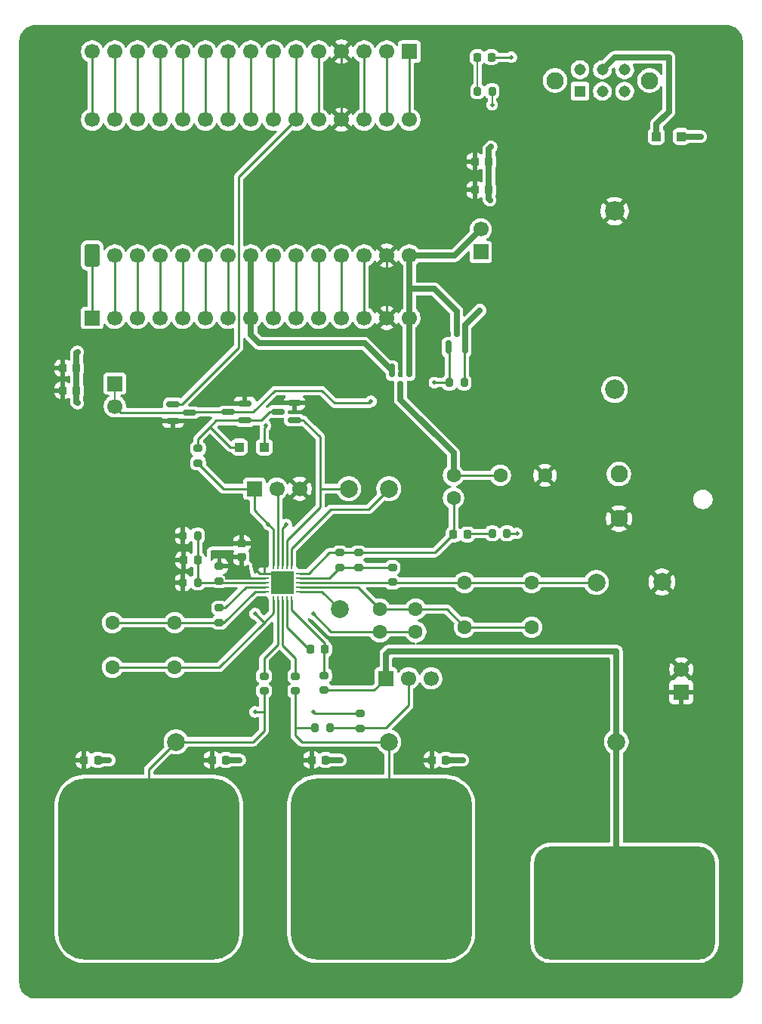
<source format=gbr>
%TF.GenerationSoftware,KiCad,Pcbnew,9.0.3*%
%TF.CreationDate,2025-08-01T09:31:49-04:00*%
%TF.ProjectId,ECG,4543472e-6b69-4636-9164-5f7063625858,rev?*%
%TF.SameCoordinates,Original*%
%TF.FileFunction,Copper,L1,Top*%
%TF.FilePolarity,Positive*%
%FSLAX46Y46*%
G04 Gerber Fmt 4.6, Leading zero omitted, Abs format (unit mm)*
G04 Created by KiCad (PCBNEW 9.0.3) date 2025-08-01 09:31:49*
%MOMM*%
%LPD*%
G01*
G04 APERTURE LIST*
G04 Aperture macros list*
%AMRoundRect*
0 Rectangle with rounded corners*
0 $1 Rounding radius*
0 $2 $3 $4 $5 $6 $7 $8 $9 X,Y pos of 4 corners*
0 Add a 4 corners polygon primitive as box body*
4,1,4,$2,$3,$4,$5,$6,$7,$8,$9,$2,$3,0*
0 Add four circle primitives for the rounded corners*
1,1,$1+$1,$2,$3*
1,1,$1+$1,$4,$5*
1,1,$1+$1,$6,$7*
1,1,$1+$1,$8,$9*
0 Add four rect primitives between the rounded corners*
20,1,$1+$1,$2,$3,$4,$5,0*
20,1,$1+$1,$4,$5,$6,$7,0*
20,1,$1+$1,$6,$7,$8,$9,0*
20,1,$1+$1,$8,$9,$2,$3,0*%
G04 Aperture macros list end*
%TA.AperFunction,SMDPad,CuDef*%
%ADD10RoundRect,0.200000X-0.275000X0.200000X-0.275000X-0.200000X0.275000X-0.200000X0.275000X0.200000X0*%
%TD*%
%TA.AperFunction,ComponentPad*%
%ADD11C,2.000000*%
%TD*%
%TA.AperFunction,SMDPad,CuDef*%
%ADD12RoundRect,0.225000X0.225000X0.250000X-0.225000X0.250000X-0.225000X-0.250000X0.225000X-0.250000X0*%
%TD*%
%TA.AperFunction,ComponentPad*%
%ADD13R,1.700000X1.700000*%
%TD*%
%TA.AperFunction,ComponentPad*%
%ADD14C,1.700000*%
%TD*%
%TA.AperFunction,SMDPad,CuDef*%
%ADD15RoundRect,0.225000X-0.225000X-0.250000X0.225000X-0.250000X0.225000X0.250000X-0.225000X0.250000X0*%
%TD*%
%TA.AperFunction,ComponentPad*%
%ADD16C,1.600000*%
%TD*%
%TA.AperFunction,SMDPad,CuDef*%
%ADD17RoundRect,3.048000X7.112000X7.112000X-7.112000X7.112000X-7.112000X-7.112000X7.112000X-7.112000X0*%
%TD*%
%TA.AperFunction,SMDPad,CuDef*%
%ADD18RoundRect,0.200000X0.275000X-0.200000X0.275000X0.200000X-0.275000X0.200000X-0.275000X-0.200000X0*%
%TD*%
%TA.AperFunction,ComponentPad*%
%ADD19C,1.950000*%
%TD*%
%TA.AperFunction,SMDPad,CuDef*%
%ADD20RoundRect,0.200000X0.200000X0.275000X-0.200000X0.275000X-0.200000X-0.275000X0.200000X-0.275000X0*%
%TD*%
%TA.AperFunction,SMDPad,CuDef*%
%ADD21RoundRect,1.905000X8.255000X4.445000X-8.255000X4.445000X-8.255000X-4.445000X8.255000X-4.445000X0*%
%TD*%
%TA.AperFunction,SMDPad,CuDef*%
%ADD22RoundRect,0.150000X0.150000X-0.587500X0.150000X0.587500X-0.150000X0.587500X-0.150000X-0.587500X0*%
%TD*%
%TA.AperFunction,SMDPad,CuDef*%
%ADD23RoundRect,0.200000X-0.200000X-0.275000X0.200000X-0.275000X0.200000X0.275000X-0.200000X0.275000X0*%
%TD*%
%TA.AperFunction,SMDPad,CuDef*%
%ADD24RoundRect,0.150000X0.587500X0.150000X-0.587500X0.150000X-0.587500X-0.150000X0.587500X-0.150000X0*%
%TD*%
%TA.AperFunction,SMDPad,CuDef*%
%ADD25RoundRect,0.150000X-0.587500X-0.150000X0.587500X-0.150000X0.587500X0.150000X-0.587500X0.150000X0*%
%TD*%
%TA.AperFunction,SMDPad,CuDef*%
%ADD26RoundRect,0.250000X-0.300000X-0.300000X0.300000X-0.300000X0.300000X0.300000X-0.300000X0.300000X0*%
%TD*%
%TA.AperFunction,SMDPad,CuDef*%
%ADD27RoundRect,0.218750X0.218750X0.256250X-0.218750X0.256250X-0.218750X-0.256250X0.218750X-0.256250X0*%
%TD*%
%TA.AperFunction,SMDPad,CuDef*%
%ADD28RoundRect,0.218750X-0.218750X-0.256250X0.218750X-0.256250X0.218750X0.256250X-0.218750X0.256250X0*%
%TD*%
%TA.AperFunction,SMDPad,CuDef*%
%ADD29RoundRect,0.150000X-0.150000X0.587500X-0.150000X-0.587500X0.150000X-0.587500X0.150000X0.587500X0*%
%TD*%
%TA.AperFunction,ComponentPad*%
%ADD30RoundRect,0.255000X-0.595000X1.015000X-0.595000X-1.015000X0.595000X-1.015000X0.595000X1.015000X0*%
%TD*%
%TA.AperFunction,ComponentPad*%
%ADD31C,2.175000*%
%TD*%
%TA.AperFunction,SMDPad,CuDef*%
%ADD32RoundRect,0.225000X-0.250000X0.225000X-0.250000X-0.225000X0.250000X-0.225000X0.250000X0.225000X0*%
%TD*%
%TA.AperFunction,SMDPad,CuDef*%
%ADD33R,0.274600X0.804800*%
%TD*%
%TA.AperFunction,SMDPad,CuDef*%
%ADD34R,0.804800X0.274600*%
%TD*%
%TA.AperFunction,SMDPad,CuDef*%
%ADD35R,2.650000X2.650000*%
%TD*%
%TA.AperFunction,ComponentPad*%
%ADD36R,1.308000X1.308000*%
%TD*%
%TA.AperFunction,ComponentPad*%
%ADD37C,1.308000*%
%TD*%
%TA.AperFunction,ViaPad*%
%ADD38C,0.500000*%
%TD*%
%TA.AperFunction,Conductor*%
%ADD39C,0.254000*%
%TD*%
%TA.AperFunction,Conductor*%
%ADD40C,0.240000*%
%TD*%
%TA.AperFunction,Conductor*%
%ADD41C,0.635000*%
%TD*%
%TA.AperFunction,Conductor*%
%ADD42C,0.127000*%
%TD*%
G04 APERTURE END LIST*
D10*
%TO.P,R8,1*%
%TO.N,/INP*%
X130340001Y-101967999D03*
%TO.P,R8,2*%
%TO.N,Net-(J2-Pin_2)*%
X130340001Y-103617999D03*
%TD*%
D11*
%TO.P,TP5,1,1*%
%TO.N,/RL*%
X159090001Y-105156000D03*
%TD*%
D12*
%TO.P,C4,1*%
%TO.N,/VREFIN*%
X112140001Y-84792999D03*
%TO.P,C4,2*%
%TO.N,GND*%
X110590001Y-84792999D03*
%TD*%
D13*
%TO.P,J3,1,Pin_1*%
%TO.N,/D13*%
X100330000Y-57658000D03*
D14*
%TO.P,J3,2,Pin_2*%
%TO.N,+3V3*%
X102870000Y-57658000D03*
%TO.P,J3,3,Pin_3*%
%TO.N,/AREF*%
X105410000Y-57658000D03*
%TO.P,J3,4,Pin_4*%
%TO.N,/A0*%
X107950000Y-57658000D03*
%TO.P,J3,5,Pin_5*%
%TO.N,/A1*%
X110490000Y-57658000D03*
%TO.P,J3,6,Pin_6*%
%TO.N,/A2*%
X113030000Y-57658000D03*
%TO.P,J3,7,Pin_7*%
%TO.N,/A3*%
X115570000Y-57658000D03*
%TO.P,J3,8,Pin_8*%
%TO.N,/HR_SIGNAL*%
X118110000Y-57658000D03*
%TO.P,J3,9,Pin_9*%
%TO.N,/A5*%
X120650000Y-57658000D03*
%TO.P,J3,10,Pin_10*%
%TO.N,/A6*%
X123190000Y-57658000D03*
%TO.P,J3,11,Pin_11*%
%TO.N,/A7*%
X125730000Y-57658000D03*
%TO.P,J3,12,Pin_12*%
%TO.N,+5V*%
X128270000Y-57658000D03*
%TO.P,J3,13,Pin_13*%
%TO.N,/RESET*%
X130810000Y-57658000D03*
%TO.P,J3,14,Pin_14*%
%TO.N,GND*%
X133350000Y-57658000D03*
%TO.P,J3,15,Pin_15*%
%TO.N,/VIN*%
X135890000Y-57658000D03*
%TD*%
D10*
%TO.P,R7,1*%
%TO.N,+3V0*%
X114590001Y-85467999D03*
%TO.P,R7,2*%
%TO.N,/VREFIN*%
X114590001Y-87117999D03*
%TD*%
D15*
%TO.P,C13,1*%
%TO.N,GND*%
X97028000Y-63276000D03*
%TO.P,C13,2*%
%TO.N,/VIN*%
X98578000Y-63276000D03*
%TD*%
D16*
%TO.P,C2,1*%
%TO.N,/P1*%
X109590001Y-96792999D03*
%TO.P,C2,2*%
%TO.N,Net-(U1-HPSENSE)*%
X109590001Y-91792999D03*
%TD*%
D17*
%TO.P,TP11,1,1*%
%TO.N,/INP*%
X106680000Y-119380000D03*
%TD*%
D15*
%TO.P,C9,1*%
%TO.N,GND*%
X113779000Y-107188000D03*
%TO.P,C9,2*%
%TO.N,+3V0*%
X115329000Y-107188000D03*
%TD*%
D18*
%TO.P,R15,1*%
%TO.N,+3V0*%
X112200000Y-73925000D03*
%TO.P,R15,2*%
%TO.N,/LEADS_ON*%
X112200000Y-72275000D03*
%TD*%
D13*
%TO.P,J2,1,Pin_1*%
%TO.N,/RL*%
X133260001Y-98042999D03*
D14*
%TO.P,J2,2,Pin_2*%
%TO.N,Net-(J2-Pin_2)*%
X135800001Y-98042999D03*
%TO.P,J2,3,Pin_3*%
%TO.N,+3V0*%
X138340001Y-98042999D03*
%TD*%
D19*
%TO.P,J5,1,Pin_1*%
%TO.N,Net-(D3-A)*%
X159381000Y-75137000D03*
%TO.P,J5,2,Pin_2*%
%TO.N,GND*%
X159381000Y-80137000D03*
%TD*%
D16*
%TO.P,R22,1*%
%TO.N,/P1*%
X136590001Y-92832999D03*
%TO.P,R22,2*%
%TO.N,Net-(U1-OPAMP+)*%
X136590001Y-90292999D03*
%TD*%
D20*
%TO.P,R17,1*%
%TO.N,/VREFIN*%
X112165001Y-82042999D03*
%TO.P,R17,2*%
%TO.N,GND*%
X110515001Y-82042999D03*
%TD*%
D18*
%TO.P,R4,1*%
%TO.N,/INM*%
X123090001Y-99442999D03*
%TO.P,R4,2*%
%TO.N,Net-(U1-IN-)*%
X123090001Y-97792999D03*
%TD*%
D16*
%TO.P,C6,1*%
%TO.N,Net-(U1-OPAMP+)*%
X142090001Y-92292999D03*
%TO.P,C6,2*%
%TO.N,Net-(U1-REFOUT)*%
X142090001Y-87292999D03*
%TD*%
D21*
%TO.P,TP9,1,1*%
%TO.N,/RL*%
X160020000Y-123190000D03*
%TD*%
D11*
%TO.P,TP3,1,1*%
%TO.N,/INM*%
X133590001Y-105156000D03*
%TD*%
D22*
%TO.P,Q1,1,G*%
%TO.N,/PWR_OFF_HV*%
X140250000Y-60937500D03*
%TO.P,Q1,2,S*%
%TO.N,+9V*%
X142150000Y-60937500D03*
%TO.P,Q1,3,D*%
%TO.N,/VIN*%
X141200000Y-59062500D03*
%TD*%
D15*
%TO.P,C1,1*%
%TO.N,GND*%
X143243000Y-40132000D03*
%TO.P,C1,2*%
%TO.N,/VIN*%
X144793000Y-40132000D03*
%TD*%
D23*
%TO.P,R1,1*%
%TO.N,Net-(D1-K)*%
X145190001Y-81792999D03*
%TO.P,R1,2*%
%TO.N,Net-(JP1-B)*%
X146840001Y-81792999D03*
%TD*%
D15*
%TO.P,C14,1*%
%TO.N,GND*%
X97028000Y-65786000D03*
%TO.P,C14,2*%
%TO.N,/VIN*%
X98578000Y-65786000D03*
%TD*%
D11*
%TO.P,TP2,1,1*%
%TO.N,/LODP*%
X129090001Y-76792999D03*
%TD*%
D18*
%TO.P,R13,1*%
%TO.N,Net-(U1-OPAMP-)*%
X128090001Y-85617999D03*
%TO.P,R13,2*%
%TO.N,Net-(D1-A)*%
X128090001Y-83967999D03*
%TD*%
D11*
%TO.P,TP8,1,1*%
%TO.N,GND*%
X164211000Y-87249000D03*
%TD*%
D15*
%TO.P,C12,1*%
%TO.N,GND*%
X143243000Y-43307000D03*
%TO.P,C12,2*%
%TO.N,/VIN*%
X144793000Y-43307000D03*
%TD*%
D24*
%TO.P,Q5,1,G*%
%TO.N,/LODP*%
X123000000Y-69100000D03*
%TO.P,Q5,2,S*%
%TO.N,GND*%
X123000000Y-67200000D03*
%TO.P,Q5,3,D*%
%TO.N,/LEADS_ON*%
X121125000Y-68150000D03*
%TD*%
D13*
%TO.P,J8,1,Pin_1*%
%TO.N,/PWR_OFF_HV*%
X102870000Y-65019000D03*
D14*
%TO.P,J8,2,Pin_2*%
X102870000Y-67559000D03*
%TD*%
D18*
%TO.P,R10,1*%
%TO.N,/RL*%
X126340001Y-99367999D03*
%TO.P,R10,2*%
%TO.N,/RLD*%
X126340001Y-97717999D03*
%TD*%
D13*
%TO.P,J1,1,Pin_1*%
%TO.N,+3V0*%
X118510001Y-76792999D03*
D14*
%TO.P,J1,2,Pin_2*%
%TO.N,Net-(J1-Pin_2)*%
X121050001Y-76792999D03*
%TO.P,J1,3,Pin_3*%
%TO.N,GND*%
X123590001Y-76792999D03*
%TD*%
D17*
%TO.P,TP10,1,1*%
%TO.N,/INM*%
X132715000Y-119380000D03*
%TD*%
D25*
%TO.P,Q3,1,G*%
%TO.N,/PWR_HOLD*%
X109400000Y-67300000D03*
%TO.P,Q3,2,S*%
%TO.N,GND*%
X109400000Y-69200000D03*
%TO.P,Q3,3,D*%
%TO.N,/PWR_OFF_HV*%
X111275000Y-68250000D03*
%TD*%
D15*
%TO.P,C8,1*%
%TO.N,GND*%
X124955000Y-107188000D03*
%TO.P,C8,2*%
%TO.N,+3V0*%
X126505000Y-107188000D03*
%TD*%
D26*
%TO.P,D2,1,K*%
%TO.N,/LEADS_ON*%
X116837000Y-72136000D03*
%TO.P,D2,2,A*%
%TO.N,/LEADS_ON_PROT*%
X119637000Y-72136000D03*
%TD*%
D16*
%TO.P,C22,1*%
%TO.N,/P1*%
X102590001Y-96792999D03*
%TO.P,C22,2*%
%TO.N,Net-(U1-HPSENSE)*%
X102590001Y-91792999D03*
%TD*%
D13*
%TO.P,J7,1,Pin_1*%
%TO.N,GND*%
X166370000Y-99568000D03*
D14*
%TO.P,J7,2,Pin_2*%
X166370000Y-97028000D03*
%TD*%
D11*
%TO.P,TP6,1,1*%
%TO.N,Net-(U1-SW)*%
X128090001Y-90292999D03*
%TD*%
D15*
%TO.P,C5,1*%
%TO.N,Net-(U1-RLDFB)*%
X124815001Y-94792999D03*
%TO.P,C5,2*%
%TO.N,/RLD*%
X126365001Y-94792999D03*
%TD*%
D10*
%TO.P,R5,1*%
%TO.N,Net-(U1-IAOUT)*%
X114590001Y-90142999D03*
%TO.P,R5,2*%
%TO.N,Net-(U1-HPSENSE)*%
X114590001Y-91792999D03*
%TD*%
D15*
%TO.P,C11,1*%
%TO.N,GND*%
X99415000Y-107188000D03*
%TO.P,C11,2*%
%TO.N,+3V0*%
X100965000Y-107188000D03*
%TD*%
D20*
%TO.P,R9,1*%
%TO.N,Net-(J2-Pin_2)*%
X126990001Y-103542999D03*
%TO.P,R9,2*%
%TO.N,/INM*%
X125340001Y-103542999D03*
%TD*%
D27*
%TO.P,D1,1,K*%
%TO.N,Net-(D1-K)*%
X142392500Y-81915000D03*
%TO.P,D1,2,A*%
%TO.N,Net-(D1-A)*%
X140817500Y-81915000D03*
%TD*%
D16*
%TO.P,C7,1*%
%TO.N,GND*%
X151090001Y-75292999D03*
%TO.P,C7,2*%
%TO.N,/FILTER_OUT*%
X146090001Y-75292999D03*
%TD*%
D28*
%TO.P,D4,1,K*%
%TO.N,Net-(D4-K)*%
X143510000Y-28448000D03*
%TO.P,D4,2,A*%
%TO.N,/VIN*%
X145085000Y-28448000D03*
%TD*%
D29*
%TO.P,Q4,1,G*%
%TO.N,/VIN*%
X135850000Y-63562500D03*
%TO.P,Q4,2,S*%
%TO.N,/HR_SIGNAL*%
X133950000Y-63562500D03*
%TO.P,Q4,3,D*%
%TO.N,/FILTER_OUT*%
X134900000Y-65437500D03*
%TD*%
D30*
%TO.P,U3,1,D13*%
%TO.N,/D13*%
X100330000Y-50673000D03*
D14*
%TO.P,U3,2,+3V3*%
%TO.N,+3V3*%
X102870000Y-50673000D03*
%TO.P,U3,3,AREF*%
%TO.N,/AREF*%
X105410000Y-50673000D03*
%TO.P,U3,4,A0/DAC0*%
%TO.N,/A0*%
X107950000Y-50673000D03*
%TO.P,U3,5,A1*%
%TO.N,/A1*%
X110490000Y-50673000D03*
%TO.P,U3,6,A2*%
%TO.N,/A2*%
X113030000Y-50673000D03*
%TO.P,U3,7,A3*%
%TO.N,/A3*%
X115570000Y-50673000D03*
%TO.P,U3,8,A4/SDA*%
%TO.N,/HR_SIGNAL*%
X118110000Y-50673000D03*
%TO.P,U3,9,A5/SCL*%
%TO.N,/A5*%
X120650000Y-50673000D03*
%TO.P,U3,10,A6*%
%TO.N,/A6*%
X123190000Y-50673000D03*
%TO.P,U3,11,A7*%
%TO.N,/A7*%
X125730000Y-50673000D03*
%TO.P,U3,12,VUSB*%
%TO.N,+5V*%
X128270000Y-50673000D03*
%TO.P,U3,13,~{RESET}*%
%TO.N,/RESET*%
X130810000Y-50673000D03*
%TO.P,U3,14,GND*%
%TO.N,GND*%
X133350000Y-50673000D03*
%TO.P,U3,15,VIN*%
%TO.N,/VIN*%
X135890000Y-50673000D03*
%TO.P,U3,16,TX*%
%TO.N,/TX*%
X135890000Y-35433000D03*
%TO.P,U3,17,RX*%
%TO.N,/RX*%
X133350000Y-35433000D03*
%TO.P,U3,18,~{RESET__1}*%
%TO.N,/RESET1*%
X130810000Y-35433000D03*
%TO.P,U3,19,GND__1*%
%TO.N,GND*%
X128270000Y-35433000D03*
%TO.P,U3,20,D2*%
%TO.N,/LEADS_ON_PROT*%
X125730000Y-35433000D03*
%TO.P,U3,21,D3/PWM*%
%TO.N,/PWR_HOLD*%
X123190000Y-35433000D03*
%TO.P,U3,22,D4*%
%TO.N,/D4*%
X120650000Y-35433000D03*
%TO.P,U3,23,D5/PWM*%
%TO.N,/D5*%
X118110000Y-35433000D03*
%TO.P,U3,24,D6/PWM*%
%TO.N,/D6*%
X115570000Y-35433000D03*
%TO.P,U3,25,D7*%
%TO.N,/D7*%
X113030000Y-35433000D03*
%TO.P,U3,26,D8*%
%TO.N,/D8*%
X110490000Y-35433000D03*
%TO.P,U3,27,D9/PWM*%
%TO.N,/D9*%
X107950000Y-35433000D03*
%TO.P,U3,28,D10/PWM*%
%TO.N,/D10*%
X105410000Y-35433000D03*
%TO.P,U3,29,D11/MOSI*%
%TO.N,/D11*%
X102870000Y-35433000D03*
%TO.P,U3,30,D12/MISO*%
%TO.N,/D12*%
X100330000Y-35433000D03*
%TD*%
D20*
%TO.P,R6,1*%
%TO.N,/VREFIN*%
X112165001Y-87292999D03*
%TO.P,R6,2*%
%TO.N,GND*%
X110515001Y-87292999D03*
%TD*%
D13*
%TO.P,J6,1,Pin_1*%
%TO.N,+9V*%
X143900000Y-50275000D03*
D14*
%TO.P,J6,2,Pin_2*%
%TO.N,/VIN*%
X143900000Y-47735000D03*
%TD*%
D11*
%TO.P,TP7,1,1*%
%TO.N,Net-(U1-REFOUT)*%
X156840001Y-87292999D03*
%TD*%
D18*
%TO.P,R3,1*%
%TO.N,/INP*%
X119590001Y-99442999D03*
%TO.P,R3,2*%
%TO.N,Net-(U1-IN+)*%
X119590001Y-97792999D03*
%TD*%
D23*
%TO.P,R18,1*%
%TO.N,Net-(D4-K)*%
X143510000Y-32258000D03*
%TO.P,R18,2*%
%TO.N,Net-(JP2-B)*%
X145160000Y-32258000D03*
%TD*%
D31*
%TO.P,BT1,+*%
%TO.N,/BPLUS*%
X158900000Y-65683750D03*
%TO.P,BT1,-*%
%TO.N,GND*%
X158900000Y-45683750D03*
%TD*%
D32*
%TO.P,C3,1*%
%TO.N,GND*%
X117100000Y-82925000D03*
%TO.P,C3,2*%
%TO.N,+3V0*%
X117100000Y-84475000D03*
%TD*%
D11*
%TO.P,TP1,1,1*%
%TO.N,/LODN*%
X133590001Y-76792999D03*
%TD*%
D16*
%TO.P,R11,1*%
%TO.N,/P1*%
X132590001Y-92832999D03*
%TO.P,R11,2*%
%TO.N,Net-(U1-OPAMP+)*%
X132590001Y-90292999D03*
%TD*%
D11*
%TO.P,TP4,1,1*%
%TO.N,/INP*%
X109728000Y-105156000D03*
%TD*%
D18*
%TO.P,R2,1*%
%TO.N,Net-(U1-OPAMP-)*%
X130175000Y-85598000D03*
%TO.P,R2,2*%
%TO.N,Net-(D1-A)*%
X130175000Y-83948000D03*
%TD*%
D26*
%TO.P,D3,1,K*%
%TO.N,Net-(D3-K)*%
X163573000Y-37338000D03*
%TO.P,D3,2,A*%
%TO.N,Net-(D3-A)*%
X166373000Y-37338000D03*
%TD*%
D24*
%TO.P,Q2,1,G*%
%TO.N,/LEADS_ON*%
X117437500Y-69150000D03*
%TO.P,Q2,2,S*%
%TO.N,GND*%
X117437500Y-67250000D03*
%TO.P,Q2,3,D*%
%TO.N,/PWR_OFF_HV*%
X115562500Y-68200000D03*
%TD*%
D16*
%TO.P,C21,1*%
%TO.N,Net-(U1-OPAMP+)*%
X149590001Y-92292999D03*
%TO.P,C21,2*%
%TO.N,Net-(U1-REFOUT)*%
X149590001Y-87292999D03*
%TD*%
D20*
%TO.P,R16,1*%
%TO.N,+9V*%
X142025000Y-64900000D03*
%TO.P,R16,2*%
%TO.N,/PWR_OFF_HV*%
X140375000Y-64900000D03*
%TD*%
D18*
%TO.P,R12,1*%
%TO.N,Net-(U1-REFOUT)*%
X133985000Y-87267999D03*
%TO.P,R12,2*%
%TO.N,Net-(U1-OPAMP-)*%
X133985000Y-85617999D03*
%TD*%
D16*
%TO.P,R14,1*%
%TO.N,Net-(D1-A)*%
X140840001Y-77837999D03*
%TO.P,R14,2*%
%TO.N,/FILTER_OUT*%
X140840001Y-75297999D03*
%TD*%
D13*
%TO.P,J4,1,Pin_1*%
%TO.N,/TX*%
X135890000Y-27813000D03*
D14*
%TO.P,J4,2,Pin_2*%
%TO.N,/RX*%
X133350000Y-27813000D03*
%TO.P,J4,3,Pin_3*%
%TO.N,/RESET1*%
X130810000Y-27813000D03*
%TO.P,J4,4,Pin_4*%
%TO.N,GND*%
X128270000Y-27813000D03*
%TO.P,J4,5,Pin_5*%
%TO.N,/LEADS_ON_PROT*%
X125730000Y-27813000D03*
%TO.P,J4,6,Pin_6*%
%TO.N,/PWR_HOLD*%
X123190000Y-27813000D03*
%TO.P,J4,7,Pin_7*%
%TO.N,/D4*%
X120650000Y-27813000D03*
%TO.P,J4,8,Pin_8*%
%TO.N,/D5*%
X118110000Y-27813000D03*
%TO.P,J4,9,Pin_9*%
%TO.N,/D6*%
X115570000Y-27813000D03*
%TO.P,J4,10,Pin_10*%
%TO.N,/D7*%
X113030000Y-27813000D03*
%TO.P,J4,11,Pin_11*%
%TO.N,/D8*%
X110490000Y-27813000D03*
%TO.P,J4,12,Pin_12*%
%TO.N,/D9*%
X107950000Y-27813000D03*
%TO.P,J4,13,Pin_13*%
%TO.N,/D10*%
X105410000Y-27813000D03*
%TO.P,J4,14,Pin_14*%
%TO.N,/D11*%
X102870000Y-27813000D03*
%TO.P,J4,15,Pin_15*%
%TO.N,/D12*%
X100330000Y-27813000D03*
%TD*%
D33*
%TO.P,U1,1,HPDRIVE*%
%TO.N,/P1*%
X120637601Y-89245399D03*
%TO.P,U1,2,IN+*%
%TO.N,Net-(U1-IN+)*%
X121137603Y-89245399D03*
%TO.P,U1,3,IN-*%
%TO.N,Net-(U1-IN-)*%
X121637602Y-89245399D03*
%TO.P,U1,4,RLDFB*%
%TO.N,Net-(U1-RLDFB)*%
X122137601Y-89245399D03*
%TO.P,U1,5,RLD*%
%TO.N,/RLD*%
X122637603Y-89245399D03*
D34*
%TO.P,U1,6,SW*%
%TO.N,Net-(U1-SW)*%
X123590001Y-88293001D03*
%TO.P,U1,7,OPAMP+*%
%TO.N,Net-(U1-OPAMP+)*%
X123590001Y-87792999D03*
%TO.P,U1,8,REFOUT*%
%TO.N,Net-(U1-REFOUT)*%
X123590001Y-87293000D03*
%TO.P,U1,9,OPAMP-*%
%TO.N,Net-(U1-OPAMP-)*%
X123590001Y-86793001D03*
%TO.P,U1,10,OUT*%
%TO.N,Net-(D1-A)*%
X123590001Y-86292999D03*
D33*
%TO.P,U1,11,LOD-*%
%TO.N,/LODN*%
X122637603Y-85340601D03*
%TO.P,U1,12,LOD+*%
%TO.N,/LODP*%
X122137601Y-85340601D03*
%TO.P,U1,13,\u002ASDN*%
%TO.N,+3V0*%
X121637602Y-85340601D03*
%TO.P,U1,14,AC/\u002ADC*%
%TO.N,Net-(J1-Pin_2)*%
X121137603Y-85340601D03*
%TO.P,U1,15,FR*%
%TO.N,+3V0*%
X120637601Y-85340601D03*
D34*
%TO.P,U1,16,GND*%
%TO.N,GND*%
X119685203Y-86292999D03*
%TO.P,U1,17,VS+*%
%TO.N,+3V0*%
X119685203Y-86793001D03*
%TO.P,U1,18,REFIN*%
%TO.N,/VREFIN*%
X119685203Y-87293000D03*
%TO.P,U1,19,IAOUT*%
%TO.N,Net-(U1-IAOUT)*%
X119685203Y-87792999D03*
%TO.P,U1,20,HPSENSE*%
%TO.N,Net-(U1-HPSENSE)*%
X119685203Y-88293001D03*
D35*
%TO.P,U1,HTAB,GND*%
%TO.N,GND*%
X121637602Y-87293000D03*
%TD*%
D15*
%TO.P,C10,1*%
%TO.N,GND*%
X138425000Y-107188000D03*
%TO.P,C10,2*%
%TO.N,+3V0*%
X139975000Y-107188000D03*
%TD*%
D36*
%TO.P,S1,1*%
%TO.N,+3V0*%
X155020000Y-32258000D03*
D37*
%TO.P,S1,2*%
%TO.N,/BPLUS*%
X157520000Y-32258000D03*
%TO.P,S1,3*%
%TO.N,unconnected-(S1-Pad3)*%
X160020000Y-32258000D03*
%TO.P,S1,4*%
%TO.N,+9V*%
X155020000Y-29858000D03*
%TO.P,S1,5*%
%TO.N,Net-(D3-K)*%
X157520000Y-29858000D03*
%TO.P,S1,6*%
%TO.N,unconnected-(S1-Pad6)*%
X160020000Y-29858000D03*
D19*
%TO.P,S1,7,SH*%
%TO.N,unconnected-(S1-SH-Pad7)*%
X152220000Y-31058000D03*
%TO.P,S1,8,SH*%
%TO.N,unconnected-(S1-SH-Pad8)*%
X162820000Y-31058000D03*
%TD*%
D38*
%TO.N,GND*%
X119290400Y-129932200D03*
X130800000Y-69800000D03*
X93763400Y-123932200D03*
X171475400Y-122480200D03*
X122200000Y-86700000D03*
X172225400Y-125480200D03*
X119290400Y-126932200D03*
X171475400Y-125480200D03*
X146087400Y-128432200D03*
X94513400Y-128432200D03*
X172225400Y-126980200D03*
X146087400Y-119432200D03*
X120040400Y-125432200D03*
X93763400Y-125432200D03*
X172225400Y-129980200D03*
X120040400Y-116432200D03*
X120040400Y-126932200D03*
X146087400Y-125432200D03*
X93763400Y-119432200D03*
X93763400Y-122432200D03*
X119290400Y-119432200D03*
X132800000Y-69800000D03*
X146837400Y-126932200D03*
X93763400Y-128432200D03*
X119290400Y-125432200D03*
X120040400Y-119432200D03*
X119290400Y-128432200D03*
X146837400Y-120932200D03*
X172225400Y-120980200D03*
X120040400Y-123932200D03*
X94513400Y-126932200D03*
X131800000Y-71800000D03*
X93763400Y-117932200D03*
X172225400Y-117980200D03*
X146837400Y-123932200D03*
X172225400Y-119480200D03*
X130175000Y-94742000D03*
X171475400Y-126980200D03*
X172225400Y-122480200D03*
X146837400Y-116432200D03*
X94513400Y-129932200D03*
X129800000Y-71800000D03*
X120040400Y-128432200D03*
X146087400Y-123932200D03*
X94513400Y-119432200D03*
X131800000Y-70800000D03*
X120040400Y-129932200D03*
X132800000Y-71800000D03*
X146087400Y-129932200D03*
X119290400Y-116432200D03*
X130800000Y-70800000D03*
X129159000Y-95758000D03*
X146837400Y-122432200D03*
X171475400Y-120980200D03*
X130800000Y-71800000D03*
X94513400Y-120932200D03*
X119290400Y-123932200D03*
X171475400Y-123980200D03*
X131800000Y-69800000D03*
X133800000Y-69800000D03*
X120040400Y-122432200D03*
X172225400Y-123980200D03*
X129159000Y-94742000D03*
X146087400Y-126932200D03*
X94513400Y-122432200D03*
X146837400Y-119432200D03*
X130175000Y-95758000D03*
X121000000Y-87800000D03*
X93763400Y-126932200D03*
X94513400Y-123932200D03*
X172225400Y-116480200D03*
X129800000Y-69800000D03*
X172225400Y-128480200D03*
X120040400Y-117932200D03*
X119290400Y-122432200D03*
X146087400Y-120932200D03*
X129800000Y-70800000D03*
X133800000Y-70800000D03*
X146087400Y-116432200D03*
X171475400Y-119480200D03*
X132800000Y-70800000D03*
X171475400Y-128480200D03*
X121000000Y-86700000D03*
X146837400Y-128432200D03*
X171475400Y-116480200D03*
X133800000Y-71800000D03*
X93763400Y-116432200D03*
X171475400Y-117980200D03*
X171475400Y-129980200D03*
X93763400Y-120932200D03*
X146837400Y-117932200D03*
X94513400Y-116432200D03*
X146087400Y-122432200D03*
X146837400Y-129932200D03*
X120040400Y-120932200D03*
X146837400Y-125432200D03*
X94513400Y-117932200D03*
X94513400Y-125432200D03*
X93763400Y-129932200D03*
X119290400Y-120932200D03*
X119290400Y-117932200D03*
X122200000Y-87800000D03*
X146087400Y-117932200D03*
%TO.N,+3V0*%
X116955000Y-86525800D03*
X116205000Y-86525800D03*
X116840000Y-107188000D03*
X141854000Y-107188000D03*
X122090001Y-80792999D03*
X116205000Y-85775800D03*
X128143000Y-107188000D03*
X102222000Y-107188000D03*
X120090001Y-80792999D03*
X116955000Y-85775800D03*
%TO.N,/PWR_OFF_HV*%
X138700000Y-64900000D03*
X131600000Y-67000000D03*
%TO.N,/VIN*%
X135850000Y-61087000D03*
X147320000Y-28448000D03*
X135850000Y-61849000D03*
X144907000Y-44450000D03*
X98679000Y-67183000D03*
X135850000Y-60325000D03*
X145034000Y-38481000D03*
X98679000Y-61468000D03*
%TO.N,+9V*%
X143100000Y-57500000D03*
X143800000Y-56800000D03*
X142400000Y-58200000D03*
%TO.N,/INP*%
X118590001Y-101792999D03*
X125090001Y-101792999D03*
%TO.N,/P1*%
X118590001Y-90792999D03*
X125090001Y-90792999D03*
%TO.N,Net-(JP1-B)*%
X147955000Y-81788000D03*
%TO.N,Net-(D3-A)*%
X168529000Y-37338000D03*
%TO.N,Net-(JP2-B)*%
X145161000Y-33782000D03*
%TO.N,/LEADS_ON_PROT*%
X119761000Y-69723000D03*
%TD*%
D39*
%TO.N,/INM*%
X133590001Y-105156000D02*
X133590001Y-118504999D01*
X133590001Y-118504999D02*
X132715000Y-119380000D01*
X123090001Y-102616000D02*
X123090001Y-102870000D01*
X123090001Y-102870000D02*
X123090001Y-104421001D01*
X123825000Y-105156000D02*
X133590001Y-105156000D01*
X123090001Y-104421001D02*
X123825000Y-105156000D01*
X123090001Y-99442999D02*
X123090001Y-102616000D01*
%TO.N,/INP*%
X109728000Y-105156000D02*
X106680000Y-108204000D01*
X106680000Y-108204000D02*
X106680000Y-119380000D01*
X119590001Y-101346000D02*
X119590001Y-101792999D01*
X119590001Y-101346000D02*
X119590001Y-103929999D01*
X119590001Y-103929999D02*
X118364000Y-105156000D01*
X118364000Y-105156000D02*
X109728000Y-105156000D01*
D40*
%TO.N,GND*%
X119092999Y-86292999D02*
X118600000Y-85800000D01*
X118600000Y-85800000D02*
X118600000Y-83300000D01*
X119685203Y-86292999D02*
X120637601Y-86292999D01*
D39*
X133350000Y-58293000D02*
X133350000Y-50673000D01*
D40*
X120637601Y-86292999D02*
X121637602Y-87293000D01*
D39*
X128270000Y-35433000D02*
X128270000Y-27813000D01*
D40*
X119685203Y-86292999D02*
X119092999Y-86292999D01*
X118600000Y-83300000D02*
X118225000Y-82925000D01*
X118225000Y-82925000D02*
X117100000Y-82925000D01*
D39*
%TO.N,+3V0*%
X118510001Y-79212999D02*
X120090001Y-80792999D01*
X118510001Y-76792999D02*
X115067999Y-76792999D01*
D40*
X117100000Y-86200000D02*
X117100000Y-85800000D01*
D39*
X121637602Y-85340601D02*
X121637602Y-81245398D01*
D40*
X116967999Y-85467999D02*
X117100000Y-85600000D01*
X117100000Y-85800000D02*
X117100000Y-85600000D01*
D39*
X118510001Y-79212999D02*
X118510001Y-76792999D01*
D41*
X139975000Y-107188000D02*
X141854000Y-107188000D01*
D39*
X120637601Y-85340601D02*
X120637601Y-81340599D01*
X115067999Y-76792999D02*
X112200000Y-73925000D01*
D40*
X117693001Y-86793001D02*
X117100000Y-86200000D01*
D41*
X126505000Y-107188000D02*
X128143000Y-107188000D01*
D39*
X121637602Y-81245398D02*
X122090001Y-80792999D01*
D40*
X117100000Y-85600000D02*
X117100000Y-84475000D01*
D41*
X115329000Y-107188000D02*
X116840000Y-107188000D01*
D40*
X119685203Y-86793001D02*
X117693001Y-86793001D01*
D41*
X100965000Y-107188000D02*
X102222000Y-107188000D01*
D40*
X114590001Y-85467999D02*
X116967999Y-85467999D01*
D39*
X120637601Y-81340599D02*
X120090001Y-80792999D01*
%TO.N,Net-(U1-HPSENSE)*%
X102590001Y-91792999D02*
X109590001Y-91792999D01*
X115090001Y-91792999D02*
X109590001Y-91792999D01*
X118589999Y-88293001D02*
X115090001Y-91792999D01*
X119685203Y-88293001D02*
X118589999Y-88293001D01*
%TO.N,/VREFIN*%
X112140001Y-84792999D02*
X112140001Y-82067999D01*
X119685203Y-87293000D02*
X114590001Y-87292999D01*
X112165001Y-84817999D02*
X112140001Y-84792999D01*
X112140001Y-82067999D02*
X112165001Y-82042999D01*
X114415001Y-87292999D02*
X114590001Y-87117999D01*
X112165001Y-87292999D02*
X112165001Y-84817999D01*
X112165001Y-87292999D02*
X114415001Y-87292999D01*
%TO.N,Net-(U1-RLDFB)*%
X122137601Y-89245399D02*
X122137601Y-92340599D01*
X124590001Y-94792999D02*
X124815001Y-94792999D01*
X122137601Y-92340599D02*
X124590001Y-94792999D01*
%TO.N,Net-(U1-OPAMP+)*%
X130090001Y-87792999D02*
X132590001Y-90292999D01*
X140090001Y-90292999D02*
X132590001Y-90292999D01*
X142090001Y-92292999D02*
X149590001Y-92292999D01*
X123590001Y-87792999D02*
X130090001Y-87792999D01*
X140090001Y-90292999D02*
X142090001Y-92292999D01*
%TO.N,Net-(U1-REFOUT)*%
X123590001Y-87293000D02*
X142090001Y-87292999D01*
X149590001Y-87292999D02*
X156840001Y-87292999D01*
X142090001Y-87292999D02*
X149590001Y-87292999D01*
D41*
%TO.N,/FILTER_OUT*%
X140840001Y-72768001D02*
X134900000Y-66828000D01*
X134900000Y-66828000D02*
X134900000Y-65437500D01*
D39*
X140840001Y-75297999D02*
X146085001Y-75297999D01*
X146085001Y-75297999D02*
X146090001Y-75292999D01*
D41*
X140840001Y-75297999D02*
X140840001Y-72768001D01*
D40*
%TO.N,/PWR_OFF_HV*%
X118400000Y-68200000D02*
X120800000Y-65800000D01*
X126100000Y-65800000D02*
X127500000Y-67200000D01*
X140375000Y-64900000D02*
X138700000Y-64900000D01*
X131400000Y-67200000D02*
X131600000Y-67000000D01*
D42*
X102870000Y-67559000D02*
X102870000Y-65019000D01*
D40*
X120800000Y-65800000D02*
X126100000Y-65800000D01*
X140375000Y-61062500D02*
X140250000Y-60937500D01*
X140375000Y-64900000D02*
X140375000Y-61062500D01*
X111325000Y-68200000D02*
X111275000Y-68250000D01*
X115562500Y-68200000D02*
X111325000Y-68200000D01*
X103561000Y-68250000D02*
X102870000Y-67559000D01*
X115562500Y-68200000D02*
X118400000Y-68200000D01*
X129900000Y-67200000D02*
X131400000Y-67200000D01*
X127500000Y-67200000D02*
X129900000Y-67200000D01*
X111275000Y-68250000D02*
X103561000Y-68250000D01*
D39*
%TO.N,/PWR_HOLD*%
X109400000Y-67300000D02*
X110400000Y-67300000D01*
X110400000Y-67300000D02*
X116748000Y-60952000D01*
X123190000Y-35433000D02*
X123190000Y-27813000D01*
X116748000Y-41875000D02*
X123190000Y-35433000D01*
X116748000Y-60952000D02*
X116748000Y-41875000D01*
%TO.N,Net-(J1-Pin_2)*%
X121137603Y-85340601D02*
X121137603Y-76880601D01*
X121137603Y-76880601D02*
X121050001Y-76792999D01*
%TO.N,Net-(J2-Pin_2)*%
X133300001Y-103542999D02*
X135800001Y-101042999D01*
X126990001Y-103542999D02*
X133300001Y-103542999D01*
X135800001Y-98042999D02*
X135800001Y-101042999D01*
%TO.N,/RLD*%
X126340001Y-97717999D02*
X126340001Y-94817999D01*
X122637603Y-89245399D02*
X122637603Y-90340601D01*
X126340001Y-94817999D02*
X126365001Y-94792999D01*
X122637603Y-90340601D02*
X126365001Y-94067999D01*
X126365001Y-94067999D02*
X126365001Y-94792999D01*
D41*
%TO.N,/VIN*%
X144793000Y-42037000D02*
X144793000Y-38722000D01*
X143900000Y-47735000D02*
X140962000Y-50673000D01*
X135850000Y-60325000D02*
X135850000Y-57698000D01*
X144793000Y-44336000D02*
X144907000Y-44450000D01*
X144793000Y-43307000D02*
X144793000Y-42037000D01*
X98578000Y-67082000D02*
X98679000Y-67183000D01*
X135850000Y-61849000D02*
X135850000Y-61087000D01*
X135890000Y-54400000D02*
X135890000Y-50673000D01*
X135850000Y-57698000D02*
X135890000Y-57658000D01*
X141200000Y-56900000D02*
X138700000Y-54400000D01*
X98578000Y-65278000D02*
X98578000Y-61569000D01*
X141200000Y-59062500D02*
X141200000Y-56900000D01*
D40*
X145085000Y-28448000D02*
X147320000Y-28448000D01*
D41*
X138700000Y-54400000D02*
X135890000Y-54400000D01*
X135850000Y-63562500D02*
X135850000Y-61849000D01*
X135850000Y-61087000D02*
X135850000Y-60325000D01*
X135890000Y-57658000D02*
X135890000Y-54400000D01*
X144793000Y-38722000D02*
X145034000Y-38481000D01*
X98578000Y-65278000D02*
X98578000Y-67082000D01*
X144793000Y-42037000D02*
X144793000Y-44336000D01*
X98578000Y-61569000D02*
X98679000Y-61468000D01*
X140962000Y-50673000D02*
X135890000Y-50673000D01*
X98578000Y-65786000D02*
X98578000Y-65278000D01*
%TO.N,+9V*%
X143100000Y-57500000D02*
X143800000Y-56800000D01*
X142150000Y-58450000D02*
X142400000Y-58200000D01*
X142150000Y-58450000D02*
X143100000Y-57500000D01*
D39*
X142025000Y-61062500D02*
X142150000Y-60937500D01*
X142025000Y-64900000D02*
X142025000Y-61062500D01*
D41*
X142150000Y-60937500D02*
X142150000Y-58450000D01*
D39*
%TO.N,Net-(U1-IN+)*%
X121137603Y-89245399D02*
X121137603Y-94245397D01*
X121137603Y-94245397D02*
X119590001Y-95792999D01*
X119590001Y-95792999D02*
X119590001Y-97792999D01*
%TO.N,/INP*%
X125265001Y-101967999D02*
X125090001Y-101792999D01*
X130340001Y-101967999D02*
X125265001Y-101967999D01*
X118590001Y-101792999D02*
X119590001Y-101792999D01*
X119590001Y-99442999D02*
X119590001Y-101346000D01*
%TO.N,/INM*%
X123090001Y-102870000D02*
X123090001Y-103542999D01*
X125340001Y-103542999D02*
X123090001Y-103542999D01*
X133985000Y-116078000D02*
X133590001Y-115683001D01*
X132715000Y-123063000D02*
X132715000Y-117348000D01*
X132715000Y-117348000D02*
X133985000Y-116078000D01*
%TO.N,Net-(U1-IN-)*%
X123090001Y-95792999D02*
X123090001Y-97792999D01*
X121637602Y-89245399D02*
X121637602Y-94340600D01*
X121637602Y-94340600D02*
X123090001Y-95792999D01*
%TO.N,Net-(U1-IAOUT)*%
X115240001Y-90142999D02*
X114590001Y-90142999D01*
X119685203Y-87792999D02*
X117590001Y-87792999D01*
X117590001Y-87792999D02*
X115240001Y-90142999D01*
%TO.N,Net-(U1-OPAMP-)*%
X128090001Y-85617999D02*
X126914999Y-86793001D01*
X126914999Y-86793001D02*
X123590001Y-86793001D01*
X128090001Y-85617999D02*
X133985000Y-85617999D01*
%TO.N,Net-(D1-K)*%
X142477501Y-81792999D02*
X145190001Y-81792999D01*
%TO.N,/LODN*%
X122637603Y-83545397D02*
X127090001Y-79092999D01*
X127090001Y-79092999D02*
X131290001Y-79092999D01*
X122637603Y-85340601D02*
X122637603Y-83545397D01*
X131290001Y-79092999D02*
X133590001Y-76792999D01*
%TO.N,/LODP*%
X125890001Y-70990001D02*
X124150000Y-69250000D01*
X129090001Y-76792999D02*
X125890001Y-76792999D01*
D40*
X123000000Y-69100000D02*
X124000000Y-69100000D01*
D39*
X122137601Y-82595399D02*
X125890001Y-78842999D01*
X125890001Y-78842999D02*
X125890001Y-76792999D01*
X122137601Y-85340601D02*
X122137601Y-82595399D01*
X125890001Y-76792999D02*
X125890001Y-70990001D01*
D40*
X124000000Y-69100000D02*
X124150000Y-69250000D01*
D39*
%TO.N,+3V3*%
X102870000Y-58293000D02*
X102870000Y-50673000D01*
D40*
%TO.N,/HR_SIGNAL*%
X118110000Y-58293000D02*
X118110000Y-59563000D01*
D41*
X130887500Y-60500000D02*
X119047000Y-60500000D01*
X119047000Y-60500000D02*
X118110000Y-59563000D01*
X133950000Y-63562500D02*
X130887500Y-60500000D01*
X118110000Y-58928000D02*
X118110000Y-50673000D01*
D39*
X118110000Y-58293000D02*
X118110000Y-50673000D01*
D40*
X118110000Y-59563000D02*
X118110000Y-58928000D01*
D41*
X118110000Y-59563000D02*
X118110000Y-57658000D01*
D39*
%TO.N,/P1*%
X127630001Y-92832999D02*
X132590001Y-92832999D01*
X120637601Y-89245399D02*
X120637601Y-90745399D01*
X119590001Y-91792999D02*
X114590001Y-96792999D01*
X136590001Y-92832999D02*
X132590001Y-92832999D01*
X127590001Y-92792999D02*
X127630001Y-92832999D01*
X125090001Y-90792999D02*
X127090001Y-92792999D01*
X127090001Y-92792999D02*
X127590001Y-92792999D01*
X114590001Y-96792999D02*
X109590001Y-96792999D01*
X102590001Y-96792999D02*
X109590001Y-96792999D01*
X119590001Y-91792999D02*
X118590001Y-90792999D01*
X120637601Y-90745399D02*
X119590001Y-91792999D01*
D40*
%TO.N,/LEADS_ON*%
X116837000Y-72136000D02*
X115824000Y-72136000D01*
X114250000Y-69150000D02*
X113544000Y-69856000D01*
X118999000Y-69150000D02*
X117437500Y-69150000D01*
X112200000Y-71200000D02*
X112200000Y-72275000D01*
X121125000Y-68150000D02*
X120250000Y-68150000D01*
X120250000Y-68150000D02*
X119250000Y-69150000D01*
X117437500Y-69150000D02*
X114250000Y-69150000D01*
X115824000Y-72136000D02*
X113544000Y-69856000D01*
X113544000Y-69856000D02*
X112200000Y-71200000D01*
X118999000Y-69150000D02*
X119188000Y-69150000D01*
X119250000Y-69150000D02*
X118999000Y-69150000D01*
D39*
%TO.N,Net-(U1-SW)*%
X126090003Y-88293001D02*
X123590001Y-88293001D01*
X128090001Y-90292999D02*
X126090003Y-88293001D01*
%TO.N,/D11*%
X102870000Y-35433000D02*
X102870000Y-27813000D01*
%TO.N,/D8*%
X110490000Y-35433000D02*
X110490000Y-27813000D01*
%TO.N,/A3*%
X115570000Y-58293000D02*
X115570000Y-50673000D01*
%TO.N,/A0*%
X107950000Y-50673000D02*
X107950000Y-58293000D01*
%TO.N,/D4*%
X120650000Y-35433000D02*
X120650000Y-27813000D01*
%TO.N,/TX*%
X135890000Y-35433000D02*
X135890000Y-27813000D01*
%TO.N,/RX*%
X133350000Y-35433000D02*
X133350000Y-27813000D01*
%TO.N,/A7*%
X125730000Y-58293000D02*
X125730000Y-50673000D01*
%TO.N,/D9*%
X107950000Y-35433000D02*
X107950000Y-27813000D01*
%TO.N,/D13*%
X100330000Y-50673000D02*
X100330000Y-58293000D01*
%TO.N,/D10*%
X105410000Y-35433000D02*
X105410000Y-27813000D01*
%TO.N,/D6*%
X115570000Y-35433000D02*
X115570000Y-27813000D01*
%TO.N,/D12*%
X100330000Y-27813000D02*
X100330000Y-35433000D01*
%TO.N,/RESET*%
X130810000Y-58293000D02*
X130810000Y-50673000D01*
%TO.N,/RESET1*%
X130810000Y-35433000D02*
X130810000Y-27813000D01*
%TO.N,/D7*%
X113030000Y-35433000D02*
X113030000Y-27813000D01*
%TO.N,/A5*%
X120650000Y-58293000D02*
X120650000Y-50673000D01*
%TO.N,/A2*%
X113030000Y-58293000D02*
X113030000Y-50673000D01*
%TO.N,/A6*%
X123190000Y-58293000D02*
X123190000Y-50673000D01*
%TO.N,+5V*%
X128270000Y-58293000D02*
X128270000Y-50673000D01*
%TO.N,/AREF*%
X105410000Y-58293000D02*
X105410000Y-50673000D01*
%TO.N,/D5*%
X118110000Y-27813000D02*
X118110000Y-35433000D01*
%TO.N,/A1*%
X110490000Y-58293000D02*
X110490000Y-50673000D01*
%TO.N,Net-(D1-A)*%
X128090001Y-83967999D02*
X138727501Y-83967999D01*
X138727501Y-83967999D02*
X140902501Y-81792999D01*
X126915001Y-83967999D02*
X124590001Y-86292999D01*
X140840001Y-81730499D02*
X140902501Y-81792999D01*
X124590001Y-86292999D02*
X123590001Y-86292999D01*
X128090001Y-83967999D02*
X126915001Y-83967999D01*
X140840001Y-77837999D02*
X140840001Y-81730499D01*
%TO.N,Net-(JP1-B)*%
X147950001Y-81792999D02*
X147955000Y-81788000D01*
X146840001Y-81792999D02*
X147950001Y-81792999D01*
%TO.N,/RL*%
X159090001Y-122133001D02*
X160020000Y-123063000D01*
X126340001Y-99367999D02*
X131935001Y-99367999D01*
X131935001Y-99367999D02*
X133260001Y-98042999D01*
D41*
X133260001Y-95322999D02*
X133590001Y-94992999D01*
X159090001Y-94992999D02*
X159090001Y-109292999D01*
X133590001Y-94992999D02*
X159090001Y-94992999D01*
X159090001Y-109292999D02*
X159090001Y-122133001D01*
X133260001Y-98042999D02*
X133260001Y-95322999D01*
%TO.N,Net-(D3-K)*%
X164973000Y-28448000D02*
X158930000Y-28448000D01*
X164973000Y-34544000D02*
X164973000Y-28448000D01*
X163573000Y-35944000D02*
X164973000Y-34544000D01*
X158930000Y-28448000D02*
X157520000Y-29858000D01*
X163573000Y-37338000D02*
X163573000Y-35944000D01*
%TO.N,Net-(D3-A)*%
X168529000Y-37338000D02*
X166373000Y-37338000D01*
D42*
%TO.N,Net-(JP2-B)*%
X145160000Y-32258000D02*
X145160000Y-33781000D01*
X145160000Y-33781000D02*
X145161000Y-33782000D01*
%TO.N,Net-(D4-K)*%
X143510000Y-28448000D02*
X143510000Y-32258000D01*
D40*
%TO.N,/LEADS_ON_PROT*%
X119637000Y-69974000D02*
X119637000Y-72136000D01*
X119761000Y-69723000D02*
X119761000Y-69850000D01*
X119761000Y-69850000D02*
X119637000Y-69974000D01*
X125730000Y-35433000D02*
X125730000Y-27813000D01*
%TD*%
%TA.AperFunction,Conductor*%
%TO.N,+3V0*%
G36*
X116206192Y-83720817D02*
G01*
X116245788Y-83775317D01*
X116245788Y-83842683D01*
X116234895Y-83866222D01*
X116188453Y-83941516D01*
X116188451Y-83941520D01*
X116135143Y-84102396D01*
X116125000Y-84201684D01*
X116125000Y-84224999D01*
X116125001Y-84225000D01*
X116991000Y-84225000D01*
X117055069Y-84245817D01*
X117094665Y-84300317D01*
X117100000Y-84334000D01*
X117100000Y-84474999D01*
X117100001Y-84475000D01*
X117241000Y-84475000D01*
X117305069Y-84495817D01*
X117344665Y-84550317D01*
X117350000Y-84584000D01*
X117350000Y-85424998D01*
X117350001Y-85424999D01*
X117398314Y-85424999D01*
X117497603Y-85414856D01*
X117658479Y-85361548D01*
X117733777Y-85315104D01*
X117799236Y-85299188D01*
X117861548Y-85324786D01*
X117896914Y-85382122D01*
X117900000Y-85407876D01*
X117900000Y-85499994D01*
X117900001Y-85500007D01*
X117944914Y-85724570D01*
X118167024Y-86835123D01*
X118159177Y-86902029D01*
X118113501Y-86951545D01*
X118060142Y-86965499D01*
X115371110Y-86965499D01*
X115307041Y-86944682D01*
X115267445Y-86890182D01*
X115263452Y-86873549D01*
X115250647Y-86792696D01*
X115250647Y-86792695D01*
X115193051Y-86679657D01*
X115103343Y-86589949D01*
X115021562Y-86548279D01*
X114973928Y-86500645D01*
X114963390Y-86434108D01*
X114993973Y-86374085D01*
X115038620Y-86347095D01*
X115154402Y-86311015D01*
X115299875Y-86223073D01*
X115420075Y-86102873D01*
X115508017Y-85957400D01*
X115558592Y-85795099D01*
X115565000Y-85724570D01*
X115565001Y-85724568D01*
X115565001Y-85718000D01*
X115565000Y-85717999D01*
X114699001Y-85717999D01*
X114634932Y-85697182D01*
X114595336Y-85642682D01*
X114590001Y-85608999D01*
X114590001Y-85468000D01*
X114590000Y-85467999D01*
X114449001Y-85467999D01*
X114384932Y-85447182D01*
X114345336Y-85392682D01*
X114340001Y-85358999D01*
X114340001Y-84568000D01*
X114840001Y-84568000D01*
X114840001Y-85217998D01*
X114840002Y-85217999D01*
X115564999Y-85217999D01*
X115565000Y-85217998D01*
X115565000Y-85211432D01*
X115564999Y-85211426D01*
X115558591Y-85140889D01*
X115508020Y-84978602D01*
X115508019Y-84978599D01*
X115420075Y-84833124D01*
X115311952Y-84725001D01*
X116125001Y-84725001D01*
X116125001Y-84748314D01*
X116135143Y-84847603D01*
X116188451Y-85008479D01*
X116188453Y-85008483D01*
X116277426Y-85152731D01*
X116397268Y-85272573D01*
X116541516Y-85361546D01*
X116541520Y-85361548D01*
X116702396Y-85414856D01*
X116801685Y-85424999D01*
X116850000Y-85424998D01*
X116850000Y-84725001D01*
X116849999Y-84725000D01*
X116125002Y-84725000D01*
X116125001Y-84725001D01*
X115311952Y-84725001D01*
X115299875Y-84712924D01*
X115154402Y-84624982D01*
X114992101Y-84574407D01*
X114921572Y-84567999D01*
X114840002Y-84567999D01*
X114840001Y-84568000D01*
X114340001Y-84568000D01*
X114340001Y-84567998D01*
X114258435Y-84567999D01*
X114258428Y-84568000D01*
X114187891Y-84574408D01*
X114025604Y-84624979D01*
X114025601Y-84624980D01*
X113880126Y-84712924D01*
X113786075Y-84806976D01*
X113726051Y-84837559D01*
X113659515Y-84827021D01*
X113611880Y-84779386D01*
X113600000Y-84729901D01*
X113600000Y-83809000D01*
X113620817Y-83744931D01*
X113675317Y-83705335D01*
X113709000Y-83700000D01*
X116142123Y-83700000D01*
X116206192Y-83720817D01*
G37*
%TD.AperFunction*%
%TD*%
%TA.AperFunction,Conductor*%
%TO.N,GND*%
G36*
X124660352Y-91309404D02*
G01*
X124683568Y-91309819D01*
X124701335Y-91318319D01*
X124705942Y-91319322D01*
X124715406Y-91325052D01*
X124781867Y-91369460D01*
X124781873Y-91369463D01*
X124781874Y-91369464D01*
X124900257Y-91418500D01*
X124949809Y-91428356D01*
X125011717Y-91460740D01*
X125013297Y-91462292D01*
X126667894Y-93116889D01*
X126667896Y-93116892D01*
X126766108Y-93215104D01*
X126826251Y-93249827D01*
X126886393Y-93284551D01*
X126921027Y-93293831D01*
X127020554Y-93320499D01*
X127020555Y-93320499D01*
X127159447Y-93320499D01*
X127394946Y-93320499D01*
X127427037Y-93324723D01*
X127560555Y-93360500D01*
X127560558Y-93360500D01*
X127707044Y-93360500D01*
X127707060Y-93360499D01*
X131435435Y-93360499D01*
X131502474Y-93380184D01*
X131545919Y-93428203D01*
X131563239Y-93462195D01*
X131563241Y-93462198D01*
X131674311Y-93615072D01*
X131807928Y-93748689D01*
X131960802Y-93859759D01*
X132004292Y-93881918D01*
X132129164Y-93945544D01*
X132129166Y-93945544D01*
X132129169Y-93945546D01*
X132208979Y-93971478D01*
X132308882Y-94003939D01*
X132495515Y-94033499D01*
X132495520Y-94033499D01*
X132684487Y-94033499D01*
X132871119Y-94003939D01*
X132899963Y-93994567D01*
X133050833Y-93945546D01*
X133219200Y-93859759D01*
X133372074Y-93748689D01*
X133505691Y-93615072D01*
X133616761Y-93462198D01*
X133623873Y-93448238D01*
X133634083Y-93428203D01*
X133682057Y-93377408D01*
X133744567Y-93360499D01*
X135435435Y-93360499D01*
X135502474Y-93380184D01*
X135545919Y-93428203D01*
X135563239Y-93462195D01*
X135563241Y-93462198D01*
X135674311Y-93615072D01*
X135807928Y-93748689D01*
X135960802Y-93859759D01*
X136004292Y-93881918D01*
X136129164Y-93945544D01*
X136129166Y-93945544D01*
X136129169Y-93945546D01*
X136208979Y-93971478D01*
X136308882Y-94003939D01*
X136464117Y-94028526D01*
X136527252Y-94058455D01*
X136564183Y-94117767D01*
X136563185Y-94187629D01*
X136524575Y-94245862D01*
X136460611Y-94273976D01*
X136444719Y-94274999D01*
X133519279Y-94274999D01*
X133380575Y-94302589D01*
X133380567Y-94302591D01*
X133322975Y-94326447D01*
X133249901Y-94356714D01*
X133132299Y-94435293D01*
X133132298Y-94435294D01*
X132702300Y-94865293D01*
X132702294Y-94865301D01*
X132623719Y-94982892D01*
X132607685Y-95021605D01*
X132607684Y-95021607D01*
X132569593Y-95113565D01*
X132569591Y-95113573D01*
X132542001Y-95252277D01*
X132542001Y-96668499D01*
X132522316Y-96735538D01*
X132469512Y-96781293D01*
X132418004Y-96792499D01*
X132378484Y-96792499D01*
X132299551Y-96805000D01*
X132284697Y-96807353D01*
X132171659Y-96864949D01*
X132171658Y-96864950D01*
X132171653Y-96864953D01*
X132081955Y-96954651D01*
X132081952Y-96954656D01*
X132081951Y-96954657D01*
X132072803Y-96972611D01*
X132024353Y-97067697D01*
X132009501Y-97161474D01*
X132009501Y-98496139D01*
X131989816Y-98563178D01*
X131973182Y-98583820D01*
X131752823Y-98804180D01*
X131691500Y-98837665D01*
X131665142Y-98840499D01*
X127181766Y-98840499D01*
X127114727Y-98820814D01*
X127083391Y-98791986D01*
X127043283Y-98739717D01*
X126915121Y-98641375D01*
X126873918Y-98584947D01*
X126869763Y-98515201D01*
X126903975Y-98454281D01*
X126915121Y-98444623D01*
X126936825Y-98427968D01*
X127043283Y-98346281D01*
X127139537Y-98220840D01*
X127200045Y-98074761D01*
X127215501Y-97957360D01*
X127215500Y-97478639D01*
X127215500Y-97478637D01*
X127215500Y-97478635D01*
X127200047Y-97361245D01*
X127200045Y-97361238D01*
X127200045Y-97361237D01*
X127139537Y-97215158D01*
X127043283Y-97089717D01*
X127043281Y-97089716D01*
X127043281Y-97089715D01*
X126916015Y-96992061D01*
X126874812Y-96935633D01*
X126867501Y-96893685D01*
X126867501Y-95676312D01*
X126887186Y-95609273D01*
X126928379Y-95569580D01*
X126976421Y-95541169D01*
X127088171Y-95429419D01*
X127168619Y-95293389D01*
X127212710Y-95141626D01*
X127215501Y-95106162D01*
X127215500Y-94479837D01*
X127212710Y-94444372D01*
X127168619Y-94292609D01*
X127106534Y-94187629D01*
X127088173Y-94156582D01*
X127088166Y-94156573D01*
X126976426Y-94044833D01*
X126976417Y-94044826D01*
X126934989Y-94020326D01*
X126914471Y-93998351D01*
X126892228Y-93978131D01*
X126889379Y-93971478D01*
X126887305Y-93969257D01*
X126878337Y-93945693D01*
X126856553Y-93864392D01*
X126856553Y-93864391D01*
X126821829Y-93804249D01*
X126787106Y-93744106D01*
X126688894Y-93645894D01*
X126688893Y-93645893D01*
X126684563Y-93641563D01*
X126684552Y-93641553D01*
X124558834Y-91515835D01*
X124547708Y-91495460D01*
X124532819Y-91477644D01*
X124531277Y-91465368D01*
X124525349Y-91454512D01*
X124527005Y-91431354D01*
X124524112Y-91408319D01*
X124529450Y-91397160D01*
X124530333Y-91384820D01*
X124544247Y-91366232D01*
X124554267Y-91345291D01*
X124564791Y-91338789D01*
X124572205Y-91328887D01*
X124593956Y-91320773D01*
X124613710Y-91308572D01*
X124626079Y-91308792D01*
X124637669Y-91304470D01*
X124660352Y-91309404D01*
G37*
%TD.AperFunction*%
%TA.AperFunction,Conductor*%
G36*
X117480703Y-59921508D02*
G01*
X117502598Y-59946325D01*
X117552293Y-60020698D01*
X117552295Y-60020700D01*
X117552299Y-60020705D01*
X118589295Y-61057701D01*
X118589298Y-61057703D01*
X118589302Y-61057707D01*
X118706899Y-61136284D01*
X118720481Y-61141910D01*
X118770827Y-61162764D01*
X118770832Y-61162765D01*
X118770834Y-61162766D01*
X118837567Y-61190408D01*
X118976278Y-61217999D01*
X118976282Y-61218000D01*
X118976283Y-61218000D01*
X119117717Y-61218000D01*
X130538733Y-61218000D01*
X130605772Y-61237685D01*
X130626414Y-61254319D01*
X133213181Y-63841086D01*
X133246666Y-63902409D01*
X133249500Y-63928767D01*
X133249500Y-64193102D01*
X133253402Y-64225594D01*
X133260122Y-64281561D01*
X133315639Y-64422343D01*
X133407077Y-64542922D01*
X133527656Y-64634360D01*
X133527657Y-64634360D01*
X133527658Y-64634361D01*
X133668436Y-64689877D01*
X133756898Y-64700500D01*
X133756903Y-64700500D01*
X134075500Y-64700500D01*
X134142539Y-64720185D01*
X134188294Y-64772989D01*
X134199500Y-64824500D01*
X134199500Y-65266592D01*
X134197117Y-65290783D01*
X134182000Y-65366779D01*
X134182000Y-66898721D01*
X134209590Y-67037426D01*
X134209593Y-67037437D01*
X134226798Y-67078970D01*
X134226799Y-67078974D01*
X134263713Y-67168095D01*
X134263714Y-67168097D01*
X134263716Y-67168101D01*
X134342293Y-67285698D01*
X134342295Y-67285700D01*
X134342298Y-67285704D01*
X140085682Y-73029087D01*
X140119167Y-73090410D01*
X140122001Y-73116768D01*
X140122001Y-74272576D01*
X140102316Y-74339615D01*
X140070888Y-74372893D01*
X140057928Y-74382308D01*
X139924313Y-74515923D01*
X139924313Y-74515924D01*
X139924311Y-74515926D01*
X139897171Y-74553281D01*
X139813241Y-74668799D01*
X139727455Y-74837162D01*
X139669060Y-75016880D01*
X139639501Y-75203512D01*
X139639501Y-75392485D01*
X139669060Y-75579117D01*
X139727455Y-75758835D01*
X139795920Y-75893203D01*
X139813241Y-75927198D01*
X139924311Y-76080072D01*
X140057928Y-76213689D01*
X140210802Y-76324759D01*
X140290348Y-76365289D01*
X140379164Y-76410544D01*
X140379166Y-76410544D01*
X140379169Y-76410546D01*
X140468110Y-76439445D01*
X140500804Y-76450068D01*
X140558479Y-76489506D01*
X140585677Y-76553865D01*
X140573762Y-76622711D01*
X140526517Y-76674187D01*
X140500804Y-76685930D01*
X140379164Y-76725453D01*
X140210801Y-76811239D01*
X140145306Y-76858825D01*
X140057928Y-76922309D01*
X140057926Y-76922311D01*
X140057925Y-76922311D01*
X139924313Y-77055923D01*
X139924313Y-77055924D01*
X139924311Y-77055926D01*
X139902588Y-77085825D01*
X139813241Y-77208799D01*
X139727455Y-77377162D01*
X139669060Y-77556880D01*
X139639501Y-77743512D01*
X139639501Y-77932485D01*
X139669060Y-78119117D01*
X139727455Y-78298835D01*
X139813241Y-78467198D01*
X139924311Y-78620072D01*
X140057928Y-78753689D01*
X140210802Y-78864759D01*
X140244795Y-78882079D01*
X140295591Y-78930052D01*
X140312501Y-78992564D01*
X140312501Y-81037870D01*
X140292816Y-81104909D01*
X140251624Y-81144601D01*
X140216193Y-81165555D01*
X140216185Y-81165561D01*
X140105561Y-81276185D01*
X140105554Y-81276194D01*
X140025913Y-81410860D01*
X139982262Y-81561111D01*
X139979500Y-81596207D01*
X139979500Y-81918639D01*
X139959815Y-81985678D01*
X139943181Y-82006320D01*
X138545323Y-83404180D01*
X138484000Y-83437665D01*
X138457642Y-83440499D01*
X131032110Y-83440499D01*
X130965071Y-83420814D01*
X130933734Y-83391985D01*
X130878283Y-83319719D01*
X130878235Y-83319682D01*
X130752841Y-83223464D01*
X130655041Y-83182954D01*
X130606762Y-83162956D01*
X130606760Y-83162955D01*
X130489361Y-83147500D01*
X129860636Y-83147500D01*
X129743246Y-83162953D01*
X129743237Y-83162956D01*
X129597160Y-83223463D01*
X129471716Y-83319719D01*
X129416266Y-83391985D01*
X129359838Y-83433188D01*
X129317890Y-83440499D01*
X128931766Y-83440499D01*
X128864727Y-83420814D01*
X128833391Y-83391986D01*
X128814946Y-83367949D01*
X128793283Y-83339717D01*
X128667842Y-83243463D01*
X128653540Y-83237539D01*
X128521763Y-83182955D01*
X128521761Y-83182954D01*
X128404362Y-83167499D01*
X127775637Y-83167499D01*
X127658247Y-83182952D01*
X127658238Y-83182955D01*
X127512161Y-83243462D01*
X127512160Y-83243463D01*
X127386719Y-83339717D01*
X127386718Y-83339718D01*
X127386717Y-83339719D01*
X127346611Y-83391986D01*
X127290183Y-83433188D01*
X127248236Y-83440499D01*
X126992060Y-83440499D01*
X126992044Y-83440498D01*
X126984448Y-83440498D01*
X126845555Y-83440498D01*
X126722391Y-83473499D01*
X126711389Y-83476448D01*
X126591112Y-83545891D01*
X126591106Y-83545895D01*
X124407823Y-85729180D01*
X124380895Y-85743883D01*
X124355077Y-85760476D01*
X124348876Y-85761367D01*
X124346500Y-85762665D01*
X124320142Y-85765499D01*
X124098710Y-85765499D01*
X124079311Y-85763972D01*
X124023924Y-85755199D01*
X124023920Y-85755199D01*
X123489949Y-85755199D01*
X123422910Y-85735514D01*
X123390682Y-85705510D01*
X123319790Y-85610810D01*
X123225090Y-85539917D01*
X123183220Y-85483983D01*
X123175402Y-85440651D01*
X123175402Y-84906682D01*
X123166629Y-84851287D01*
X123165103Y-84831891D01*
X123165103Y-83815256D01*
X123184788Y-83748217D01*
X123201422Y-83727575D01*
X127272180Y-79656818D01*
X127333503Y-79623333D01*
X127359861Y-79620499D01*
X131359446Y-79620499D01*
X131359447Y-79620499D01*
X131359448Y-79620499D01*
X131426528Y-79602525D01*
X131493609Y-79584551D01*
X131576156Y-79536892D01*
X131613894Y-79515104D01*
X131712106Y-79416892D01*
X131712106Y-79416890D01*
X131722310Y-79406687D01*
X131722313Y-79406682D01*
X132987878Y-78141118D01*
X133049199Y-78107635D01*
X133113875Y-78110870D01*
X133174388Y-78130531D01*
X133262050Y-78159014D01*
X133479779Y-78193499D01*
X133479780Y-78193499D01*
X133700222Y-78193499D01*
X133700223Y-78193499D01*
X133917952Y-78159014D01*
X134127607Y-78090894D01*
X134324023Y-77990814D01*
X134502366Y-77861241D01*
X134658243Y-77705364D01*
X134787816Y-77527021D01*
X134887896Y-77330605D01*
X134956016Y-77120950D01*
X134990501Y-76903221D01*
X134990501Y-76682777D01*
X134956016Y-76465048D01*
X134910434Y-76324758D01*
X134887897Y-76255395D01*
X134887896Y-76255392D01*
X134833001Y-76147657D01*
X134787816Y-76058977D01*
X134729238Y-75978351D01*
X134658248Y-75880640D01*
X134658244Y-75880635D01*
X134502364Y-75724755D01*
X134502359Y-75724751D01*
X134324026Y-75595186D01*
X134324025Y-75595185D01*
X134324023Y-75595184D01*
X134249776Y-75557353D01*
X134127607Y-75495103D01*
X134127604Y-75495102D01*
X133917953Y-75426984D01*
X133809087Y-75409741D01*
X133700223Y-75392499D01*
X133479779Y-75392499D01*
X133407202Y-75403994D01*
X133262048Y-75426984D01*
X133052397Y-75495102D01*
X133052394Y-75495103D01*
X132855975Y-75595186D01*
X132677642Y-75724751D01*
X132677637Y-75724755D01*
X132521757Y-75880635D01*
X132521753Y-75880640D01*
X132392188Y-76058973D01*
X132292105Y-76255392D01*
X132292104Y-76255395D01*
X132223986Y-76465046D01*
X132196672Y-76637499D01*
X132189501Y-76682777D01*
X132189501Y-76903221D01*
X132202611Y-76985992D01*
X132223986Y-77120951D01*
X132272129Y-77269122D01*
X132274124Y-77338964D01*
X132241879Y-77395121D01*
X131107823Y-78529180D01*
X131046500Y-78562665D01*
X131020142Y-78565499D01*
X127167060Y-78565499D01*
X127167044Y-78565498D01*
X127159448Y-78565498D01*
X127020555Y-78565498D01*
X126897391Y-78598499D01*
X126886389Y-78601448D01*
X126766112Y-78670891D01*
X126766106Y-78670895D01*
X126629182Y-78807820D01*
X126567859Y-78841305D01*
X126498167Y-78836321D01*
X126442234Y-78794449D01*
X126417817Y-78728985D01*
X126417501Y-78720139D01*
X126417501Y-77444499D01*
X126437186Y-77377460D01*
X126489990Y-77331705D01*
X126541501Y-77320499D01*
X127710970Y-77320499D01*
X127778009Y-77340184D01*
X127821453Y-77388202D01*
X127878700Y-77500553D01*
X127892188Y-77527024D01*
X128021753Y-77705357D01*
X128021757Y-77705362D01*
X128177637Y-77861242D01*
X128177642Y-77861246D01*
X128302395Y-77951883D01*
X128355979Y-77990814D01*
X128430228Y-78028646D01*
X128552394Y-78090894D01*
X128552397Y-78090895D01*
X128629621Y-78115986D01*
X128762050Y-78159014D01*
X128979779Y-78193499D01*
X128979780Y-78193499D01*
X129200222Y-78193499D01*
X129200223Y-78193499D01*
X129417952Y-78159014D01*
X129627607Y-78090894D01*
X129824023Y-77990814D01*
X130002366Y-77861241D01*
X130158243Y-77705364D01*
X130287816Y-77527021D01*
X130387896Y-77330605D01*
X130456016Y-77120950D01*
X130490501Y-76903221D01*
X130490501Y-76682777D01*
X130456016Y-76465048D01*
X130410434Y-76324758D01*
X130387897Y-76255395D01*
X130387896Y-76255392D01*
X130333001Y-76147657D01*
X130287816Y-76058977D01*
X130229238Y-75978351D01*
X130158248Y-75880640D01*
X130158244Y-75880635D01*
X130002364Y-75724755D01*
X130002359Y-75724751D01*
X129824026Y-75595186D01*
X129824025Y-75595185D01*
X129824023Y-75595184D01*
X129749776Y-75557353D01*
X129627607Y-75495103D01*
X129627604Y-75495102D01*
X129417953Y-75426984D01*
X129309087Y-75409741D01*
X129200223Y-75392499D01*
X128979779Y-75392499D01*
X128907202Y-75403994D01*
X128762048Y-75426984D01*
X128552397Y-75495102D01*
X128552394Y-75495103D01*
X128355975Y-75595186D01*
X128177642Y-75724751D01*
X128177637Y-75724755D01*
X128021757Y-75880635D01*
X128021753Y-75880640D01*
X127892188Y-76058973D01*
X127892186Y-76058977D01*
X127821453Y-76197795D01*
X127773480Y-76248590D01*
X127710970Y-76265499D01*
X126541501Y-76265499D01*
X126474462Y-76245814D01*
X126428707Y-76193010D01*
X126417501Y-76141499D01*
X126417501Y-70920556D01*
X126417501Y-70920554D01*
X126381553Y-70786394D01*
X126381553Y-70786393D01*
X126346829Y-70726251D01*
X126312106Y-70666108D01*
X126213894Y-70567896D01*
X126213891Y-70567894D01*
X125341693Y-69695696D01*
X124473895Y-68827897D01*
X124473889Y-68827893D01*
X124464606Y-68822533D01*
X124438927Y-68802828D01*
X124319594Y-68683495D01*
X124200905Y-68614972D01*
X124200906Y-68614972D01*
X124156778Y-68603148D01*
X124068525Y-68579500D01*
X124068523Y-68579500D01*
X124051690Y-68579500D01*
X123984651Y-68559815D01*
X123976765Y-68554304D01*
X123859843Y-68465639D01*
X123719061Y-68410122D01*
X123673426Y-68404642D01*
X123630602Y-68399500D01*
X122387000Y-68399500D01*
X122378314Y-68396949D01*
X122369353Y-68398238D01*
X122345312Y-68387259D01*
X122319961Y-68379815D01*
X122314033Y-68372974D01*
X122305797Y-68369213D01*
X122291507Y-68346978D01*
X122274206Y-68327011D01*
X122271918Y-68316496D01*
X122268023Y-68310435D01*
X122263000Y-68275500D01*
X122263000Y-68124000D01*
X122282685Y-68056961D01*
X122335489Y-68011206D01*
X122387000Y-68000000D01*
X122750000Y-68000000D01*
X123250000Y-68000000D01*
X123653134Y-68000000D01*
X123653149Y-67999999D01*
X123689989Y-67997100D01*
X123689995Y-67997099D01*
X123847693Y-67951283D01*
X123847696Y-67951282D01*
X123989052Y-67867685D01*
X123989061Y-67867678D01*
X124105178Y-67751561D01*
X124105185Y-67751552D01*
X124188781Y-67610198D01*
X124234600Y-67452486D01*
X124234795Y-67450001D01*
X124234795Y-67450000D01*
X123250000Y-67450000D01*
X123250000Y-68000000D01*
X122750000Y-68000000D01*
X122750000Y-67450000D01*
X121767180Y-67450000D01*
X121759304Y-67449529D01*
X121759293Y-67449721D01*
X121755602Y-67449500D01*
X120494398Y-67449500D01*
X120455353Y-67454188D01*
X120405938Y-67460122D01*
X120265156Y-67515639D01*
X120144582Y-67607074D01*
X120144573Y-67607082D01*
X120139496Y-67613778D01*
X120094807Y-67650418D01*
X120084185Y-67655569D01*
X120049095Y-67664972D01*
X119966635Y-67712579D01*
X119962609Y-67714532D01*
X119932376Y-67719596D01*
X119902597Y-67726820D01*
X119898244Y-67725313D01*
X119893700Y-67726075D01*
X119865531Y-67713991D01*
X119836571Y-67703968D01*
X119833722Y-67700346D01*
X119829489Y-67698530D01*
X119812327Y-67673138D01*
X119793381Y-67649046D01*
X119792943Y-67644459D01*
X119790363Y-67640642D01*
X119789653Y-67610004D01*
X119786740Y-67579492D01*
X119788851Y-67575396D01*
X119788745Y-67570791D01*
X119804712Y-67544632D01*
X119818757Y-67517390D01*
X119820796Y-67515302D01*
X120979279Y-66356818D01*
X121040602Y-66323334D01*
X121066960Y-66320500D01*
X121923398Y-66320500D01*
X121990437Y-66340185D01*
X122036192Y-66392989D01*
X122046136Y-66462147D01*
X122017111Y-66525703D01*
X122011079Y-66532181D01*
X121894821Y-66648438D01*
X121894814Y-66648447D01*
X121811218Y-66789801D01*
X121765399Y-66947513D01*
X121765204Y-66949998D01*
X121765205Y-66950000D01*
X124234795Y-66950000D01*
X124234795Y-66949998D01*
X124234600Y-66947513D01*
X124188781Y-66789801D01*
X124105185Y-66648447D01*
X124105178Y-66648438D01*
X123988921Y-66532181D01*
X123955436Y-66470858D01*
X123960420Y-66401166D01*
X124002292Y-66345233D01*
X124067756Y-66320816D01*
X124076602Y-66320500D01*
X125833039Y-66320500D01*
X125900078Y-66340185D01*
X125920720Y-66356819D01*
X127180405Y-67616504D01*
X127229641Y-67644930D01*
X127289520Y-67679500D01*
X127299095Y-67685028D01*
X127431475Y-67720500D01*
X127431477Y-67720500D01*
X131468523Y-67720500D01*
X131468525Y-67720500D01*
X131600905Y-67685028D01*
X131610480Y-67679500D01*
X131641215Y-67661755D01*
X131679022Y-67647525D01*
X131789744Y-67625501D01*
X131908127Y-67576465D01*
X132014669Y-67505276D01*
X132105276Y-67414669D01*
X132176465Y-67308127D01*
X132225501Y-67189744D01*
X132238181Y-67126000D01*
X132250500Y-67064071D01*
X132250500Y-66935928D01*
X132225502Y-66810261D01*
X132225501Y-66810260D01*
X132225501Y-66810256D01*
X132176465Y-66691873D01*
X132176464Y-66691872D01*
X132176461Y-66691866D01*
X132105276Y-66585331D01*
X132105273Y-66585327D01*
X132014672Y-66494726D01*
X132014668Y-66494723D01*
X131908133Y-66423538D01*
X131908124Y-66423533D01*
X131789744Y-66374499D01*
X131789738Y-66374497D01*
X131664071Y-66349500D01*
X131664069Y-66349500D01*
X131535931Y-66349500D01*
X131535929Y-66349500D01*
X131410261Y-66374497D01*
X131410255Y-66374499D01*
X131291875Y-66423533D01*
X131291866Y-66423538D01*
X131185331Y-66494723D01*
X131185327Y-66494726D01*
X131094725Y-66585328D01*
X131081466Y-66605173D01*
X131068624Y-66624390D01*
X131015014Y-66669196D01*
X130965523Y-66679500D01*
X127766961Y-66679500D01*
X127699922Y-66659815D01*
X127679280Y-66643181D01*
X126419594Y-65383495D01*
X126300903Y-65314971D01*
X126299782Y-65314671D01*
X126299774Y-65314666D01*
X126299774Y-65314669D01*
X126168525Y-65279500D01*
X120731475Y-65279500D01*
X120600237Y-65314666D01*
X120600226Y-65314669D01*
X120600221Y-65314670D01*
X120599095Y-65314971D01*
X120480407Y-65383495D01*
X120480404Y-65383497D01*
X118864100Y-66999800D01*
X118802777Y-67033285D01*
X118733085Y-67028301D01*
X118677152Y-66986429D01*
X118657342Y-66946713D01*
X118626281Y-66839802D01*
X118542685Y-66698447D01*
X118542678Y-66698438D01*
X118426561Y-66582321D01*
X118426552Y-66582314D01*
X118285196Y-66498717D01*
X118285193Y-66498716D01*
X118127495Y-66452900D01*
X118127489Y-66452899D01*
X118090649Y-66450000D01*
X117687500Y-66450000D01*
X117687500Y-67126000D01*
X117667815Y-67193039D01*
X117615011Y-67238794D01*
X117563500Y-67250000D01*
X117437500Y-67250000D01*
X117437500Y-67376000D01*
X117417815Y-67443039D01*
X117365011Y-67488794D01*
X117313500Y-67500000D01*
X116204680Y-67500000D01*
X116196804Y-67499529D01*
X116196793Y-67499721D01*
X116193102Y-67499500D01*
X114931898Y-67499500D01*
X114892853Y-67504188D01*
X114843438Y-67510122D01*
X114702656Y-67565639D01*
X114585735Y-67654304D01*
X114520424Y-67679127D01*
X114510810Y-67679500D01*
X112260755Y-67679500D01*
X112193716Y-67659815D01*
X112185830Y-67654304D01*
X112134843Y-67615639D01*
X112021116Y-67570791D01*
X111994064Y-67560123D01*
X111994063Y-67560122D01*
X111994061Y-67560122D01*
X111948426Y-67554642D01*
X111905602Y-67549500D01*
X111905597Y-67549500D01*
X111195859Y-67549500D01*
X111128820Y-67529815D01*
X111083065Y-67477011D01*
X111073121Y-67407853D01*
X111102146Y-67344297D01*
X111108178Y-67337819D01*
X111445999Y-66999998D01*
X116202704Y-66999998D01*
X116202705Y-67000000D01*
X117187500Y-67000000D01*
X117187500Y-66450000D01*
X116784350Y-66450000D01*
X116747510Y-66452899D01*
X116747504Y-66452900D01*
X116589806Y-66498716D01*
X116589803Y-66498717D01*
X116448447Y-66582314D01*
X116448438Y-66582321D01*
X116332321Y-66698438D01*
X116332314Y-66698447D01*
X116248718Y-66839801D01*
X116202899Y-66997513D01*
X116202704Y-66999998D01*
X111445999Y-66999998D01*
X111489334Y-66956663D01*
X112879355Y-65566642D01*
X117061683Y-61384312D01*
X117061688Y-61384309D01*
X117071891Y-61374105D01*
X117071893Y-61374105D01*
X117170105Y-61275893D01*
X117235419Y-61162766D01*
X117239552Y-61155608D01*
X117275500Y-61021446D01*
X117275500Y-60882553D01*
X117275500Y-60015221D01*
X117295185Y-59948182D01*
X117347989Y-59902427D01*
X117417147Y-59892483D01*
X117480703Y-59921508D01*
G37*
%TD.AperFunction*%
%TA.AperFunction,Conductor*%
G36*
X120400754Y-68837856D02*
G01*
X120402902Y-68838680D01*
X120405936Y-68839877D01*
X120494398Y-68850500D01*
X120494403Y-68850500D01*
X121738000Y-68850500D01*
X121805039Y-68870185D01*
X121850794Y-68922989D01*
X121862000Y-68974500D01*
X121862000Y-69293102D01*
X121863829Y-69308331D01*
X121872622Y-69381561D01*
X121928139Y-69522343D01*
X122019577Y-69642922D01*
X122140156Y-69734360D01*
X122140157Y-69734360D01*
X122140158Y-69734361D01*
X122280936Y-69789877D01*
X122369398Y-69800500D01*
X122369403Y-69800500D01*
X123630597Y-69800500D01*
X123630602Y-69800500D01*
X123719064Y-69789877D01*
X123804638Y-69756130D01*
X123874221Y-69749849D01*
X123936158Y-69782185D01*
X123937807Y-69783804D01*
X125326182Y-71172179D01*
X125359667Y-71233502D01*
X125362501Y-71259860D01*
X125362501Y-78573140D01*
X125342816Y-78640179D01*
X125326182Y-78660821D01*
X122932848Y-81054154D01*
X122871525Y-81087639D01*
X122801833Y-81082655D01*
X122745900Y-81040783D01*
X122721483Y-80975319D01*
X122723549Y-80942285D01*
X122740501Y-80857068D01*
X122740501Y-80728930D01*
X122740501Y-80728927D01*
X122715503Y-80603260D01*
X122715502Y-80603259D01*
X122715502Y-80603255D01*
X122666466Y-80484872D01*
X122666465Y-80484871D01*
X122666462Y-80484865D01*
X122595277Y-80378330D01*
X122595274Y-80378326D01*
X122504673Y-80287725D01*
X122504669Y-80287722D01*
X122398134Y-80216537D01*
X122398125Y-80216532D01*
X122279745Y-80167498D01*
X122279739Y-80167496D01*
X122154072Y-80142499D01*
X122154070Y-80142499D01*
X122025932Y-80142499D01*
X122025930Y-80142499D01*
X121900262Y-80167496D01*
X121900257Y-80167498D01*
X121836554Y-80193884D01*
X121767085Y-80201352D01*
X121704606Y-80170076D01*
X121668954Y-80109987D01*
X121665103Y-80079322D01*
X121665103Y-77954986D01*
X121666644Y-77949736D01*
X121665558Y-77944375D01*
X121676383Y-77916570D01*
X121684788Y-77887947D01*
X121689448Y-77883012D01*
X121690907Y-77879266D01*
X121716217Y-77854668D01*
X121864647Y-77746827D01*
X122003829Y-77607645D01*
X122119525Y-77448404D01*
X122153680Y-77381369D01*
X122201653Y-77330574D01*
X122269474Y-77313778D01*
X122335609Y-77336315D01*
X122374649Y-77381369D01*
X122435371Y-77500541D01*
X122435374Y-77500546D01*
X122474729Y-77554715D01*
X123107038Y-76922407D01*
X123124076Y-76985992D01*
X123189902Y-77100006D01*
X123282994Y-77193098D01*
X123397008Y-77258924D01*
X123460591Y-77275961D01*
X122828283Y-77908268D01*
X122828283Y-77908269D01*
X122882450Y-77947623D01*
X123071783Y-78044094D01*
X123273871Y-78109756D01*
X123483755Y-78142999D01*
X123696247Y-78142999D01*
X123906128Y-78109756D01*
X123906131Y-78109756D01*
X124108218Y-78044094D01*
X124297555Y-77947621D01*
X124351717Y-77908269D01*
X124351718Y-77908269D01*
X123719409Y-77275961D01*
X123782994Y-77258924D01*
X123897008Y-77193098D01*
X123990100Y-77100006D01*
X124055926Y-76985992D01*
X124072963Y-76922407D01*
X124705271Y-77554716D01*
X124705271Y-77554715D01*
X124744623Y-77500553D01*
X124841096Y-77311216D01*
X124906758Y-77109129D01*
X124906758Y-77109126D01*
X124940001Y-76899245D01*
X124940001Y-76686752D01*
X124906758Y-76476871D01*
X124906758Y-76476868D01*
X124841096Y-76274781D01*
X124744625Y-76085448D01*
X124705271Y-76031281D01*
X124705270Y-76031281D01*
X124072963Y-76663589D01*
X124055926Y-76600006D01*
X123990100Y-76485992D01*
X123897008Y-76392900D01*
X123782994Y-76327074D01*
X123719410Y-76310036D01*
X124351717Y-75677727D01*
X124297551Y-75638374D01*
X124108218Y-75541903D01*
X123906130Y-75476241D01*
X123696247Y-75442999D01*
X123483755Y-75442999D01*
X123273873Y-75476241D01*
X123273870Y-75476241D01*
X123071783Y-75541903D01*
X122882440Y-75638379D01*
X122828283Y-75677726D01*
X122828283Y-75677727D01*
X123460592Y-76310036D01*
X123397008Y-76327074D01*
X123282994Y-76392900D01*
X123189902Y-76485992D01*
X123124076Y-76600006D01*
X123107038Y-76663590D01*
X122474729Y-76031281D01*
X122474728Y-76031281D01*
X122435381Y-76085439D01*
X122435379Y-76085442D01*
X122374649Y-76204629D01*
X122326674Y-76255425D01*
X122258853Y-76272219D01*
X122192718Y-76249681D01*
X122153680Y-76204627D01*
X122119526Y-76137595D01*
X122082634Y-76086818D01*
X122003829Y-75978353D01*
X121864647Y-75839171D01*
X121705406Y-75723475D01*
X121530030Y-75634116D01*
X121342827Y-75573289D01*
X121148423Y-75542499D01*
X121148418Y-75542499D01*
X120951584Y-75542499D01*
X120951579Y-75542499D01*
X120757174Y-75573289D01*
X120569971Y-75634116D01*
X120394595Y-75723475D01*
X120345927Y-75758835D01*
X120235355Y-75839171D01*
X120235353Y-75839173D01*
X120235352Y-75839173D01*
X120096174Y-75978351D01*
X119984818Y-76131619D01*
X119929487Y-76174284D01*
X119859874Y-76180263D01*
X119798079Y-76147657D01*
X119763722Y-76086818D01*
X119760500Y-76058733D01*
X119760500Y-75911481D01*
X119757605Y-75893203D01*
X119745647Y-75817695D01*
X119688051Y-75704657D01*
X119688047Y-75704653D01*
X119688046Y-75704651D01*
X119598348Y-75614953D01*
X119598345Y-75614951D01*
X119598343Y-75614949D01*
X119516581Y-75573289D01*
X119485302Y-75557351D01*
X119391525Y-75542499D01*
X117628483Y-75542499D01*
X117547520Y-75555322D01*
X117534697Y-75557353D01*
X117421659Y-75614949D01*
X117421658Y-75614950D01*
X117421653Y-75614953D01*
X117331955Y-75704651D01*
X117331952Y-75704656D01*
X117331951Y-75704657D01*
X117312752Y-75742336D01*
X117274353Y-75817697D01*
X117259501Y-75911474D01*
X117259501Y-76141499D01*
X117239816Y-76208538D01*
X117187012Y-76254293D01*
X117135501Y-76265499D01*
X115337858Y-76265499D01*
X115270819Y-76245814D01*
X115250177Y-76229180D01*
X113111818Y-74090821D01*
X113078333Y-74029498D01*
X113075499Y-74003140D01*
X113075499Y-73685636D01*
X113060046Y-73568246D01*
X113060044Y-73568239D01*
X113060044Y-73568238D01*
X112999536Y-73422159D01*
X112903282Y-73296718D01*
X112903280Y-73296717D01*
X112903280Y-73296716D01*
X112775120Y-73198376D01*
X112733917Y-73141948D01*
X112729762Y-73072202D01*
X112763974Y-73011282D01*
X112775120Y-73001624D01*
X112837086Y-72954076D01*
X112903282Y-72903282D01*
X112999536Y-72777841D01*
X113060044Y-72631762D01*
X113075500Y-72514361D01*
X113075499Y-72035640D01*
X113075499Y-72035638D01*
X113075499Y-72035636D01*
X113060046Y-71918246D01*
X113060044Y-71918239D01*
X113060044Y-71918238D01*
X112999536Y-71772159D01*
X112903282Y-71646718D01*
X112879553Y-71628510D01*
X112781261Y-71553087D01*
X112740059Y-71496659D01*
X112735904Y-71426913D01*
X112769065Y-71367033D01*
X113456319Y-70679780D01*
X113517642Y-70646295D01*
X113587334Y-70651279D01*
X113631681Y-70679780D01*
X115504405Y-72552504D01*
X115623095Y-72621028D01*
X115755475Y-72656500D01*
X115840932Y-72656500D01*
X115907971Y-72676185D01*
X115947664Y-72717379D01*
X116018917Y-72837862D01*
X116018923Y-72837870D01*
X116135129Y-72954076D01*
X116135133Y-72954079D01*
X116135135Y-72954081D01*
X116276602Y-73037744D01*
X116318224Y-73049836D01*
X116434426Y-73083597D01*
X116434429Y-73083597D01*
X116434431Y-73083598D01*
X116471306Y-73086500D01*
X116471314Y-73086500D01*
X117202686Y-73086500D01*
X117202694Y-73086500D01*
X117239569Y-73083598D01*
X117239571Y-73083597D01*
X117239573Y-73083597D01*
X117281191Y-73071505D01*
X117397398Y-73037744D01*
X117538865Y-72954081D01*
X117655081Y-72837865D01*
X117738744Y-72696398D01*
X117778789Y-72558563D01*
X117784597Y-72538573D01*
X117784598Y-72538567D01*
X117787500Y-72501693D01*
X117787500Y-71770313D01*
X117787499Y-71770298D01*
X117784598Y-71733432D01*
X117784597Y-71733426D01*
X117738745Y-71575606D01*
X117738744Y-71575603D01*
X117738744Y-71575602D01*
X117655081Y-71434135D01*
X117655079Y-71434133D01*
X117655076Y-71434129D01*
X117538870Y-71317923D01*
X117538862Y-71317917D01*
X117397396Y-71234255D01*
X117397393Y-71234254D01*
X117239573Y-71188402D01*
X117239567Y-71188401D01*
X117202701Y-71185500D01*
X117202694Y-71185500D01*
X116471306Y-71185500D01*
X116471298Y-71185500D01*
X116434432Y-71188401D01*
X116434426Y-71188402D01*
X116276606Y-71234254D01*
X116276603Y-71234255D01*
X116135137Y-71317917D01*
X116135129Y-71317923D01*
X116026257Y-71426796D01*
X115964934Y-71460281D01*
X115895242Y-71455297D01*
X115850895Y-71426796D01*
X114367779Y-69943680D01*
X114363440Y-69935735D01*
X114356192Y-69930309D01*
X114346956Y-69905546D01*
X114334294Y-69882357D01*
X114334939Y-69873326D01*
X114331776Y-69864844D01*
X114337392Y-69839023D01*
X114339278Y-69812665D01*
X114345096Y-69803611D01*
X114346628Y-69796571D01*
X114367774Y-69768322D01*
X114429280Y-69706817D01*
X114490603Y-69673334D01*
X114516960Y-69670500D01*
X116385810Y-69670500D01*
X116452849Y-69690185D01*
X116460735Y-69695696D01*
X116577656Y-69784360D01*
X116577657Y-69784360D01*
X116577658Y-69784361D01*
X116718436Y-69839877D01*
X116806898Y-69850500D01*
X116806903Y-69850500D01*
X118068097Y-69850500D01*
X118068102Y-69850500D01*
X118156564Y-69839877D01*
X118297342Y-69784361D01*
X118351899Y-69742989D01*
X118414265Y-69695696D01*
X118479576Y-69670873D01*
X118489190Y-69670500D01*
X118930475Y-69670500D01*
X118986632Y-69670500D01*
X119017947Y-69679695D01*
X119049612Y-69687684D01*
X119051302Y-69689489D01*
X119053671Y-69690185D01*
X119075037Y-69714842D01*
X119097363Y-69738691D01*
X119098199Y-69741573D01*
X119099426Y-69742989D01*
X119108601Y-69772148D01*
X119110500Y-69782510D01*
X119110500Y-69787069D01*
X119121117Y-69840443D01*
X119121285Y-69841360D01*
X119120685Y-69847082D01*
X119119092Y-69895801D01*
X119116500Y-69905473D01*
X119116500Y-71139932D01*
X119096815Y-71206971D01*
X119055621Y-71246664D01*
X118935137Y-71317917D01*
X118935129Y-71317923D01*
X118818923Y-71434129D01*
X118818917Y-71434137D01*
X118735255Y-71575603D01*
X118735254Y-71575606D01*
X118689402Y-71733426D01*
X118689401Y-71733432D01*
X118686500Y-71770298D01*
X118686500Y-72501693D01*
X118689401Y-72538567D01*
X118689402Y-72538573D01*
X118735254Y-72696393D01*
X118735255Y-72696396D01*
X118735256Y-72696398D01*
X118735780Y-72697284D01*
X118818917Y-72837862D01*
X118818923Y-72837870D01*
X118935129Y-72954076D01*
X118935133Y-72954079D01*
X118935135Y-72954081D01*
X119076602Y-73037744D01*
X119118224Y-73049836D01*
X119234426Y-73083597D01*
X119234429Y-73083597D01*
X119234431Y-73083598D01*
X119271306Y-73086500D01*
X119271314Y-73086500D01*
X120002686Y-73086500D01*
X120002694Y-73086500D01*
X120039569Y-73083598D01*
X120039571Y-73083597D01*
X120039573Y-73083597D01*
X120081191Y-73071505D01*
X120197398Y-73037744D01*
X120338865Y-72954081D01*
X120455081Y-72837865D01*
X120538744Y-72696398D01*
X120578789Y-72558563D01*
X120584597Y-72538573D01*
X120584598Y-72538567D01*
X120587500Y-72501693D01*
X120587500Y-71770313D01*
X120587499Y-71770298D01*
X120584598Y-71733432D01*
X120584597Y-71733426D01*
X120538745Y-71575606D01*
X120538744Y-71575603D01*
X120538744Y-71575602D01*
X120455081Y-71434135D01*
X120455079Y-71434133D01*
X120455076Y-71434129D01*
X120338870Y-71317923D01*
X120338862Y-71317917D01*
X120218379Y-71246664D01*
X120170696Y-71195595D01*
X120157500Y-71139932D01*
X120157500Y-70297808D01*
X120177185Y-70230769D01*
X120193819Y-70210127D01*
X120266273Y-70137672D01*
X120266276Y-70137669D01*
X120337465Y-70031127D01*
X120386501Y-69912744D01*
X120397789Y-69855999D01*
X120411500Y-69787071D01*
X120411500Y-69658928D01*
X120386502Y-69533261D01*
X120386501Y-69533260D01*
X120386501Y-69533256D01*
X120337465Y-69414873D01*
X120337464Y-69414872D01*
X120337461Y-69414866D01*
X120266276Y-69308331D01*
X120266273Y-69308327D01*
X120175672Y-69217726D01*
X120147060Y-69198608D01*
X120133548Y-69182440D01*
X120116685Y-69169816D01*
X120111595Y-69156170D01*
X120102256Y-69144995D01*
X120099630Y-69124091D01*
X120092268Y-69104352D01*
X120095363Y-69090120D01*
X120093549Y-69075670D01*
X120102641Y-69056665D01*
X120107120Y-69036079D01*
X120122003Y-69016197D01*
X120123704Y-69012643D01*
X120128241Y-69007856D01*
X120269741Y-68866355D01*
X120331062Y-68832872D01*
X120400754Y-68837856D01*
G37*
%TD.AperFunction*%
%TA.AperFunction,Conductor*%
G36*
X134465270Y-58419717D02*
G01*
X134465270Y-58419716D01*
X134504622Y-58365554D01*
X134565350Y-58246370D01*
X134613324Y-58195574D01*
X134681145Y-58178779D01*
X134747280Y-58201316D01*
X134786320Y-58246370D01*
X134820476Y-58313405D01*
X134936172Y-58472646D01*
X135075354Y-58611828D01*
X135080881Y-58615843D01*
X135123549Y-58671169D01*
X135132000Y-58716164D01*
X135132000Y-63633218D01*
X135147117Y-63709215D01*
X135149500Y-63733407D01*
X135149500Y-64175500D01*
X135129815Y-64242539D01*
X135077011Y-64288294D01*
X135025500Y-64299500D01*
X134774500Y-64299500D01*
X134707461Y-64279815D01*
X134661706Y-64227011D01*
X134650500Y-64175500D01*
X134650500Y-63733405D01*
X134652883Y-63709212D01*
X134668000Y-63633218D01*
X134668000Y-63491780D01*
X134652883Y-63415785D01*
X134650500Y-63391593D01*
X134650500Y-62931903D01*
X134650500Y-62931898D01*
X134639877Y-62843436D01*
X134584361Y-62702658D01*
X134584360Y-62702657D01*
X134584360Y-62702656D01*
X134492922Y-62582077D01*
X134372343Y-62490639D01*
X134231561Y-62435122D01*
X134185926Y-62429642D01*
X134143102Y-62424500D01*
X134143097Y-62424500D01*
X133878767Y-62424500D01*
X133811728Y-62404815D01*
X133791086Y-62388181D01*
X131345204Y-59942298D01*
X131345200Y-59942295D01*
X131345198Y-59942293D01*
X131227601Y-59863716D01*
X131227598Y-59863714D01*
X131227597Y-59863714D01*
X131227595Y-59863713D01*
X131151057Y-59832011D01*
X131096933Y-59809592D01*
X131096925Y-59809590D01*
X130958221Y-59782000D01*
X130958217Y-59782000D01*
X119395767Y-59782000D01*
X119328728Y-59762315D01*
X119308086Y-59745681D01*
X118864319Y-59301914D01*
X118830834Y-59240591D01*
X118828000Y-59214233D01*
X118828000Y-58745226D01*
X118847685Y-58678187D01*
X118879116Y-58644907D01*
X118895087Y-58633304D01*
X118919121Y-58615842D01*
X118924642Y-58611831D01*
X118924642Y-58611830D01*
X118924646Y-58611828D01*
X119063828Y-58472646D01*
X119179524Y-58313405D01*
X119268884Y-58138025D01*
X119269515Y-58136787D01*
X119317489Y-58085990D01*
X119385310Y-58069195D01*
X119451445Y-58091732D01*
X119490485Y-58136787D01*
X119580474Y-58313403D01*
X119584817Y-58319380D01*
X119696172Y-58472646D01*
X119835354Y-58611828D01*
X119994595Y-58727524D01*
X120033614Y-58747405D01*
X120169970Y-58816882D01*
X120169972Y-58816882D01*
X120169975Y-58816884D01*
X120228962Y-58836050D01*
X120357173Y-58877709D01*
X120551578Y-58908500D01*
X120551583Y-58908500D01*
X120748422Y-58908500D01*
X120942826Y-58877709D01*
X121130025Y-58816884D01*
X121305405Y-58727524D01*
X121464646Y-58611828D01*
X121603828Y-58472646D01*
X121719524Y-58313405D01*
X121808884Y-58138025D01*
X121809515Y-58136787D01*
X121857489Y-58085990D01*
X121925310Y-58069195D01*
X121991445Y-58091732D01*
X122030485Y-58136787D01*
X122120474Y-58313403D01*
X122124817Y-58319380D01*
X122236172Y-58472646D01*
X122375354Y-58611828D01*
X122534595Y-58727524D01*
X122573614Y-58747405D01*
X122709970Y-58816882D01*
X122709972Y-58816882D01*
X122709975Y-58816884D01*
X122768962Y-58836050D01*
X122897173Y-58877709D01*
X123091578Y-58908500D01*
X123091583Y-58908500D01*
X123288422Y-58908500D01*
X123482826Y-58877709D01*
X123670025Y-58816884D01*
X123845405Y-58727524D01*
X124004646Y-58611828D01*
X124143828Y-58472646D01*
X124259524Y-58313405D01*
X124348884Y-58138025D01*
X124349515Y-58136787D01*
X124397489Y-58085990D01*
X124465310Y-58069195D01*
X124531445Y-58091732D01*
X124570485Y-58136787D01*
X124660474Y-58313403D01*
X124664817Y-58319380D01*
X124776172Y-58472646D01*
X124915354Y-58611828D01*
X125074595Y-58727524D01*
X125113614Y-58747405D01*
X125249970Y-58816882D01*
X125249972Y-58816882D01*
X125249975Y-58816884D01*
X125308962Y-58836050D01*
X125437173Y-58877709D01*
X125631578Y-58908500D01*
X125631583Y-58908500D01*
X125828422Y-58908500D01*
X126022826Y-58877709D01*
X126210025Y-58816884D01*
X126385405Y-58727524D01*
X126544646Y-58611828D01*
X126683828Y-58472646D01*
X126799524Y-58313405D01*
X126888884Y-58138025D01*
X126889515Y-58136787D01*
X126937489Y-58085990D01*
X127005310Y-58069195D01*
X127071445Y-58091732D01*
X127110485Y-58136787D01*
X127200474Y-58313403D01*
X127204817Y-58319380D01*
X127316172Y-58472646D01*
X127455354Y-58611828D01*
X127614595Y-58727524D01*
X127653614Y-58747405D01*
X127789970Y-58816882D01*
X127789972Y-58816882D01*
X127789975Y-58816884D01*
X127848962Y-58836050D01*
X127977173Y-58877709D01*
X128171578Y-58908500D01*
X128171583Y-58908500D01*
X128368422Y-58908500D01*
X128562826Y-58877709D01*
X128750025Y-58816884D01*
X128925405Y-58727524D01*
X129084646Y-58611828D01*
X129223828Y-58472646D01*
X129339524Y-58313405D01*
X129428884Y-58138025D01*
X129429515Y-58136787D01*
X129477489Y-58085990D01*
X129545310Y-58069195D01*
X129611445Y-58091732D01*
X129650485Y-58136787D01*
X129740474Y-58313403D01*
X129744817Y-58319380D01*
X129856172Y-58472646D01*
X129995354Y-58611828D01*
X130154595Y-58727524D01*
X130193614Y-58747405D01*
X130329970Y-58816882D01*
X130329972Y-58816882D01*
X130329975Y-58816884D01*
X130388962Y-58836050D01*
X130517173Y-58877709D01*
X130711578Y-58908500D01*
X130711583Y-58908500D01*
X130908422Y-58908500D01*
X131102826Y-58877709D01*
X131290025Y-58816884D01*
X131465405Y-58727524D01*
X131624646Y-58611828D01*
X131763828Y-58472646D01*
X131879524Y-58313405D01*
X131913679Y-58246370D01*
X131961652Y-58195575D01*
X132029473Y-58178779D01*
X132095608Y-58201316D01*
X132134648Y-58246370D01*
X132195370Y-58365542D01*
X132195373Y-58365547D01*
X132234728Y-58419716D01*
X132867037Y-57787408D01*
X132884075Y-57850993D01*
X132949901Y-57965007D01*
X133042993Y-58058099D01*
X133157007Y-58123925D01*
X133220590Y-58140962D01*
X132588282Y-58773269D01*
X132588282Y-58773270D01*
X132642449Y-58812624D01*
X132831782Y-58909095D01*
X133033870Y-58974757D01*
X133243754Y-59008000D01*
X133456246Y-59008000D01*
X133666127Y-58974757D01*
X133666130Y-58974757D01*
X133868217Y-58909095D01*
X134057554Y-58812622D01*
X134111716Y-58773270D01*
X134111717Y-58773270D01*
X133479408Y-58140962D01*
X133542993Y-58123925D01*
X133657007Y-58058099D01*
X133750099Y-57965007D01*
X133815925Y-57850993D01*
X133832962Y-57787408D01*
X134465270Y-58419717D01*
G37*
%TD.AperFunction*%
%TA.AperFunction,Conductor*%
G36*
X134465270Y-51434717D02*
G01*
X134465270Y-51434716D01*
X134504622Y-51380554D01*
X134565350Y-51261370D01*
X134613324Y-51210574D01*
X134681145Y-51193779D01*
X134747280Y-51216316D01*
X134786320Y-51261370D01*
X134820476Y-51328405D01*
X134936172Y-51487646D01*
X134936174Y-51487648D01*
X135075357Y-51626831D01*
X135120884Y-51659907D01*
X135163550Y-51715236D01*
X135172000Y-51760226D01*
X135172000Y-56570773D01*
X135152315Y-56637812D01*
X135120886Y-56671090D01*
X135075360Y-56704167D01*
X135075351Y-56704174D01*
X134936174Y-56843351D01*
X134936174Y-56843352D01*
X134936172Y-56843354D01*
X134878324Y-56922974D01*
X134820474Y-57002597D01*
X134786319Y-57069630D01*
X134738345Y-57120425D01*
X134670524Y-57137220D01*
X134604389Y-57114682D01*
X134565350Y-57069629D01*
X134504624Y-56950449D01*
X134465270Y-56896282D01*
X134465269Y-56896282D01*
X133832962Y-57528590D01*
X133815925Y-57465007D01*
X133750099Y-57350993D01*
X133657007Y-57257901D01*
X133542993Y-57192075D01*
X133479409Y-57175037D01*
X134111716Y-56542728D01*
X134057550Y-56503375D01*
X133868217Y-56406904D01*
X133666129Y-56341242D01*
X133456246Y-56308000D01*
X133243754Y-56308000D01*
X133033872Y-56341242D01*
X133033869Y-56341242D01*
X132831782Y-56406904D01*
X132642439Y-56503380D01*
X132588282Y-56542727D01*
X132588282Y-56542728D01*
X133220591Y-57175037D01*
X133157007Y-57192075D01*
X133042993Y-57257901D01*
X132949901Y-57350993D01*
X132884075Y-57465007D01*
X132867037Y-57528591D01*
X132234728Y-56896282D01*
X132234727Y-56896282D01*
X132195380Y-56950440D01*
X132195378Y-56950443D01*
X132134648Y-57069630D01*
X132086673Y-57120426D01*
X132018852Y-57137220D01*
X131952717Y-57114682D01*
X131913679Y-57069628D01*
X131879525Y-57002596D01*
X131842633Y-56951819D01*
X131763828Y-56843354D01*
X131624646Y-56704172D01*
X131465405Y-56588476D01*
X131465404Y-56588475D01*
X131465402Y-56588474D01*
X131405204Y-56557801D01*
X131354409Y-56509827D01*
X131337500Y-56447317D01*
X131337500Y-51883681D01*
X131357185Y-51816642D01*
X131405204Y-51773197D01*
X131465405Y-51742524D01*
X131624646Y-51626828D01*
X131763828Y-51487646D01*
X131879524Y-51328405D01*
X131913679Y-51261370D01*
X131961652Y-51210575D01*
X132029473Y-51193779D01*
X132095608Y-51216316D01*
X132134648Y-51261370D01*
X132195370Y-51380542D01*
X132195373Y-51380547D01*
X132234728Y-51434716D01*
X132867037Y-50802408D01*
X132884075Y-50865993D01*
X132949901Y-50980007D01*
X133042993Y-51073099D01*
X133157007Y-51138925D01*
X133220590Y-51155962D01*
X132588282Y-51788269D01*
X132588282Y-51788270D01*
X132642449Y-51827624D01*
X132831782Y-51924095D01*
X133033870Y-51989757D01*
X133243754Y-52023000D01*
X133456246Y-52023000D01*
X133666127Y-51989757D01*
X133666130Y-51989757D01*
X133868217Y-51924095D01*
X134057554Y-51827622D01*
X134111716Y-51788270D01*
X134111717Y-51788270D01*
X133479408Y-51155962D01*
X133542993Y-51138925D01*
X133657007Y-51073099D01*
X133750099Y-50980007D01*
X133815925Y-50865993D01*
X133832962Y-50802408D01*
X134465270Y-51434717D01*
G37*
%TD.AperFunction*%
%TA.AperFunction,Conductor*%
G36*
X129385270Y-28574717D02*
G01*
X129385270Y-28574716D01*
X129424622Y-28520554D01*
X129485350Y-28401370D01*
X129533324Y-28350574D01*
X129601145Y-28333779D01*
X129667280Y-28356316D01*
X129706320Y-28401370D01*
X129740476Y-28468405D01*
X129856172Y-28627646D01*
X129995354Y-28766828D01*
X130085251Y-28832142D01*
X130154590Y-28882521D01*
X130154592Y-28882522D01*
X130154595Y-28882524D01*
X130214795Y-28913197D01*
X130265590Y-28961170D01*
X130282500Y-29023681D01*
X130282500Y-34222317D01*
X130262815Y-34289356D01*
X130214796Y-34332801D01*
X130154597Y-34363474D01*
X130094001Y-34407500D01*
X129995354Y-34479172D01*
X129995352Y-34479174D01*
X129995351Y-34479174D01*
X129856174Y-34618351D01*
X129856174Y-34618352D01*
X129856172Y-34618354D01*
X129798324Y-34697974D01*
X129740474Y-34777597D01*
X129706319Y-34844630D01*
X129658345Y-34895425D01*
X129590524Y-34912220D01*
X129524389Y-34889682D01*
X129485350Y-34844629D01*
X129424624Y-34725449D01*
X129385270Y-34671282D01*
X129385269Y-34671282D01*
X128752962Y-35303590D01*
X128735925Y-35240007D01*
X128670099Y-35125993D01*
X128577007Y-35032901D01*
X128462993Y-34967075D01*
X128399409Y-34950037D01*
X129031716Y-34317728D01*
X128977550Y-34278375D01*
X128788217Y-34181904D01*
X128586129Y-34116242D01*
X128376246Y-34083000D01*
X128163754Y-34083000D01*
X127953872Y-34116242D01*
X127953869Y-34116242D01*
X127751782Y-34181904D01*
X127562439Y-34278380D01*
X127508282Y-34317727D01*
X127508282Y-34317728D01*
X128140591Y-34950037D01*
X128077007Y-34967075D01*
X127962993Y-35032901D01*
X127869901Y-35125993D01*
X127804075Y-35240007D01*
X127787037Y-35303591D01*
X127154728Y-34671282D01*
X127154727Y-34671282D01*
X127115380Y-34725440D01*
X127115378Y-34725443D01*
X127054648Y-34844630D01*
X127006673Y-34895426D01*
X126938852Y-34912220D01*
X126872717Y-34889682D01*
X126833679Y-34844628D01*
X126799525Y-34777596D01*
X126781964Y-34753426D01*
X126683828Y-34618354D01*
X126544646Y-34479172D01*
X126385405Y-34363476D01*
X126385404Y-34363475D01*
X126385402Y-34363474D01*
X126318204Y-34329234D01*
X126267408Y-34281259D01*
X126250500Y-34218750D01*
X126250500Y-29027248D01*
X126270185Y-28960209D01*
X126318205Y-28916763D01*
X126385405Y-28882524D01*
X126544646Y-28766828D01*
X126683828Y-28627646D01*
X126799524Y-28468405D01*
X126833679Y-28401370D01*
X126881652Y-28350575D01*
X126949473Y-28333779D01*
X127015608Y-28356316D01*
X127054648Y-28401370D01*
X127115370Y-28520542D01*
X127115373Y-28520547D01*
X127154728Y-28574716D01*
X127787037Y-27942408D01*
X127804075Y-28005993D01*
X127869901Y-28120007D01*
X127962993Y-28213099D01*
X128077007Y-28278925D01*
X128140590Y-28295962D01*
X127508282Y-28928269D01*
X127508282Y-28928270D01*
X127562449Y-28967624D01*
X127751782Y-29064095D01*
X127953870Y-29129757D01*
X128163754Y-29163000D01*
X128376246Y-29163000D01*
X128586127Y-29129757D01*
X128586130Y-29129757D01*
X128788217Y-29064095D01*
X128977554Y-28967622D01*
X129031716Y-28928270D01*
X129031717Y-28928270D01*
X128399408Y-28295962D01*
X128462993Y-28278925D01*
X128577007Y-28213099D01*
X128670099Y-28120007D01*
X128735925Y-28005993D01*
X128752962Y-27942408D01*
X129385270Y-28574717D01*
G37*
%TD.AperFunction*%
%TA.AperFunction,Conductor*%
G36*
X171454028Y-24840764D02*
G01*
X171680707Y-24855621D01*
X171696763Y-24857736D01*
X171915544Y-24901254D01*
X171931199Y-24905449D01*
X172142422Y-24977149D01*
X172157405Y-24983355D01*
X172357460Y-25082012D01*
X172371503Y-25090119D01*
X172556978Y-25214049D01*
X172569839Y-25223918D01*
X172737541Y-25370989D01*
X172749010Y-25382458D01*
X172896081Y-25550160D01*
X172905956Y-25563029D01*
X173029878Y-25748493D01*
X173037987Y-25762539D01*
X173136644Y-25962594D01*
X173142851Y-25977580D01*
X173214548Y-26188794D01*
X173218746Y-26204461D01*
X173262262Y-26423231D01*
X173264379Y-26439311D01*
X173274472Y-26593290D01*
X173278738Y-26658380D01*
X173279234Y-26665939D01*
X173279500Y-26674050D01*
X173279500Y-132075948D01*
X173279234Y-132084058D01*
X173279234Y-132084059D01*
X173264379Y-132310688D01*
X173262262Y-132326768D01*
X173218746Y-132545538D01*
X173214548Y-132561205D01*
X173142851Y-132772419D01*
X173136644Y-132787405D01*
X173037987Y-132987460D01*
X173029878Y-133001506D01*
X172905956Y-133186970D01*
X172896081Y-133199839D01*
X172749010Y-133367541D01*
X172737541Y-133379010D01*
X172569839Y-133526081D01*
X172556970Y-133535956D01*
X172371506Y-133659878D01*
X172357460Y-133667987D01*
X172157405Y-133766644D01*
X172142419Y-133772851D01*
X171931205Y-133844548D01*
X171915538Y-133848746D01*
X171696768Y-133892262D01*
X171680688Y-133894379D01*
X171471304Y-133908103D01*
X171454057Y-133909234D01*
X171445948Y-133909500D01*
X93984052Y-133909500D01*
X93975942Y-133909234D01*
X93749312Y-133894379D01*
X93733231Y-133892262D01*
X93514461Y-133848746D01*
X93498794Y-133844548D01*
X93287580Y-133772851D01*
X93272594Y-133766644D01*
X93072539Y-133667987D01*
X93058493Y-133659878D01*
X93016974Y-133632136D01*
X92873024Y-133535952D01*
X92860160Y-133526081D01*
X92692458Y-133379010D01*
X92680989Y-133367541D01*
X92533918Y-133199839D01*
X92524049Y-133186978D01*
X92400119Y-133001503D01*
X92392012Y-132987460D01*
X92293355Y-132787405D01*
X92287148Y-132772419D01*
X92215451Y-132561205D01*
X92211253Y-132545538D01*
X92167737Y-132326768D01*
X92165621Y-132310707D01*
X92150764Y-132084028D01*
X92150500Y-132075948D01*
X92150500Y-112143399D01*
X96119500Y-112143399D01*
X96119500Y-126616600D01*
X96125828Y-126772295D01*
X96176309Y-127142803D01*
X96176310Y-127142808D01*
X96266557Y-127505699D01*
X96395511Y-127856706D01*
X96395513Y-127856710D01*
X96395518Y-127856721D01*
X96561650Y-128191698D01*
X96561660Y-128191715D01*
X96763049Y-128506786D01*
X96763055Y-128506795D01*
X96990880Y-128790220D01*
X96997333Y-128798248D01*
X97261752Y-129062667D01*
X97261762Y-129062675D01*
X97553204Y-129296944D01*
X97553213Y-129296950D01*
X97710748Y-129397644D01*
X97868288Y-129498342D01*
X97868295Y-129498345D01*
X97868301Y-129498349D01*
X98145661Y-129635906D01*
X98203294Y-129664489D01*
X98554301Y-129793443D01*
X98917192Y-129883690D01*
X99179023Y-129919363D01*
X99287704Y-129934171D01*
X99287706Y-129934171D01*
X99287713Y-129934172D01*
X99443392Y-129940500D01*
X99443400Y-129940500D01*
X113916600Y-129940500D01*
X113916608Y-129940500D01*
X114072287Y-129934172D01*
X114072294Y-129934171D01*
X114072295Y-129934171D01*
X114134615Y-129925680D01*
X114442808Y-129883690D01*
X114805699Y-129793443D01*
X115156706Y-129664489D01*
X115491712Y-129498342D01*
X115806791Y-129296947D01*
X116098248Y-129062667D01*
X116362667Y-128798248D01*
X116586993Y-128519174D01*
X116596944Y-128506795D01*
X116596950Y-128506786D01*
X116798342Y-128191712D01*
X116964489Y-127856706D01*
X117093443Y-127505699D01*
X117183690Y-127142808D01*
X117234172Y-126772287D01*
X117240500Y-126616608D01*
X117240500Y-112143392D01*
X117234172Y-111987713D01*
X117183690Y-111617192D01*
X117093443Y-111254301D01*
X116964489Y-110903294D01*
X116947053Y-110868139D01*
X116798349Y-110568301D01*
X116798345Y-110568295D01*
X116798342Y-110568288D01*
X116596947Y-110253209D01*
X116596944Y-110253204D01*
X116362675Y-109961762D01*
X116362667Y-109961752D01*
X116098248Y-109697333D01*
X116098237Y-109697324D01*
X115806795Y-109463055D01*
X115806786Y-109463049D01*
X115491715Y-109261660D01*
X115491698Y-109261650D01*
X115156721Y-109095518D01*
X115156710Y-109095513D01*
X115156706Y-109095511D01*
X114805699Y-108966557D01*
X114442808Y-108876310D01*
X114442804Y-108876309D01*
X114442803Y-108876309D01*
X114072295Y-108825828D01*
X113994447Y-108822664D01*
X113916608Y-108819500D01*
X113916600Y-108819500D01*
X107331500Y-108819500D01*
X107322814Y-108816949D01*
X107313853Y-108818238D01*
X107289812Y-108807259D01*
X107264461Y-108799815D01*
X107258533Y-108792974D01*
X107250297Y-108789213D01*
X107236007Y-108766978D01*
X107218706Y-108747011D01*
X107216418Y-108736496D01*
X107212523Y-108730435D01*
X107207500Y-108695500D01*
X107207500Y-108473858D01*
X107227185Y-108406819D01*
X107243814Y-108386182D01*
X108143673Y-107486322D01*
X112829001Y-107486322D01*
X112839144Y-107585607D01*
X112892452Y-107746481D01*
X112892457Y-107746492D01*
X112981424Y-107890728D01*
X112981427Y-107890732D01*
X113101267Y-108010572D01*
X113101271Y-108010575D01*
X113245507Y-108099542D01*
X113245518Y-108099547D01*
X113406393Y-108152855D01*
X113505683Y-108162999D01*
X114029000Y-108162999D01*
X114052308Y-108162999D01*
X114052322Y-108162998D01*
X114151607Y-108152855D01*
X114312481Y-108099547D01*
X114312492Y-108099542D01*
X114456727Y-108010576D01*
X114536675Y-107930628D01*
X114597998Y-107897143D01*
X114667690Y-107902127D01*
X114712042Y-107930632D01*
X114717580Y-107936170D01*
X114853610Y-108016618D01*
X115005373Y-108060709D01*
X115040837Y-108063500D01*
X115617162Y-108063499D01*
X115652627Y-108060709D01*
X115804390Y-108016618D01*
X115940420Y-107936170D01*
X115940425Y-107936164D01*
X115945770Y-107932020D01*
X116010807Y-107906486D01*
X116021770Y-107906000D01*
X116910718Y-107906000D01*
X116910719Y-107905999D01*
X117049433Y-107878408D01*
X117180100Y-107824283D01*
X117243542Y-107781893D01*
X117297698Y-107745707D01*
X117397707Y-107645698D01*
X117476279Y-107528106D01*
X117476279Y-107528105D01*
X117476283Y-107528100D01*
X117493588Y-107486322D01*
X124005001Y-107486322D01*
X124015144Y-107585607D01*
X124068452Y-107746481D01*
X124068457Y-107746492D01*
X124157424Y-107890728D01*
X124157427Y-107890732D01*
X124277267Y-108010572D01*
X124277271Y-108010575D01*
X124421507Y-108099542D01*
X124421518Y-108099547D01*
X124582393Y-108152855D01*
X124681683Y-108162999D01*
X125205000Y-108162999D01*
X125228308Y-108162999D01*
X125228322Y-108162998D01*
X125327607Y-108152855D01*
X125488481Y-108099547D01*
X125488492Y-108099542D01*
X125632727Y-108010576D01*
X125712675Y-107930628D01*
X125773998Y-107897143D01*
X125843690Y-107902127D01*
X125888042Y-107930632D01*
X125893580Y-107936170D01*
X126029610Y-108016618D01*
X126181373Y-108060709D01*
X126216837Y-108063500D01*
X126793162Y-108063499D01*
X126828627Y-108060709D01*
X126980390Y-108016618D01*
X127116420Y-107936170D01*
X127116425Y-107936164D01*
X127121770Y-107932020D01*
X127186807Y-107906486D01*
X127197770Y-107906000D01*
X128213718Y-107906000D01*
X128213719Y-107905999D01*
X128352433Y-107878408D01*
X128483100Y-107824283D01*
X128546542Y-107781893D01*
X128600698Y-107745707D01*
X128700707Y-107645698D01*
X128779279Y-107528106D01*
X128779279Y-107528105D01*
X128779283Y-107528100D01*
X128833408Y-107397433D01*
X128861000Y-107258717D01*
X128861000Y-107117283D01*
X128833408Y-106978567D01*
X128779283Y-106847900D01*
X128779281Y-106847897D01*
X128779279Y-106847893D01*
X128700707Y-106730301D01*
X128600698Y-106630292D01*
X128483106Y-106551720D01*
X128483096Y-106551715D01*
X128352433Y-106497592D01*
X128352425Y-106497590D01*
X128213721Y-106470000D01*
X128213717Y-106470000D01*
X127197770Y-106470000D01*
X127130731Y-106450315D01*
X127121770Y-106443980D01*
X127116417Y-106439828D01*
X126980390Y-106359382D01*
X126980385Y-106359380D01*
X126828633Y-106315292D01*
X126828620Y-106315290D01*
X126793163Y-106312500D01*
X126216849Y-106312500D01*
X126216824Y-106312501D01*
X126181372Y-106315291D01*
X126029614Y-106359380D01*
X126029609Y-106359382D01*
X125893585Y-106439826D01*
X125893574Y-106439835D01*
X125888034Y-106445375D01*
X125826710Y-106478857D01*
X125757018Y-106473870D01*
X125712676Y-106445371D01*
X125632732Y-106365427D01*
X125632728Y-106365424D01*
X125488492Y-106276457D01*
X125488481Y-106276452D01*
X125327606Y-106223144D01*
X125228322Y-106213000D01*
X125205000Y-106213000D01*
X125205000Y-108162999D01*
X124681683Y-108162999D01*
X124705000Y-108162998D01*
X124705000Y-107438000D01*
X124005001Y-107438000D01*
X124005001Y-107486322D01*
X117493588Y-107486322D01*
X117530408Y-107397433D01*
X117558000Y-107258717D01*
X117558000Y-107117283D01*
X117530408Y-106978567D01*
X117493588Y-106889677D01*
X124005000Y-106889677D01*
X124005000Y-106938000D01*
X124705000Y-106938000D01*
X124705000Y-106212999D01*
X124681693Y-106213000D01*
X124681674Y-106213001D01*
X124582392Y-106223144D01*
X124421518Y-106276452D01*
X124421507Y-106276457D01*
X124277271Y-106365424D01*
X124277267Y-106365427D01*
X124157427Y-106485267D01*
X124157424Y-106485271D01*
X124068457Y-106629507D01*
X124068452Y-106629518D01*
X124015144Y-106790393D01*
X124005000Y-106889677D01*
X117493588Y-106889677D01*
X117476283Y-106847900D01*
X117476282Y-106847899D01*
X117476279Y-106847893D01*
X117397707Y-106730301D01*
X117297698Y-106630292D01*
X117180106Y-106551720D01*
X117180096Y-106551715D01*
X117049433Y-106497592D01*
X117049425Y-106497590D01*
X116910721Y-106470000D01*
X116910717Y-106470000D01*
X116021770Y-106470000D01*
X115954731Y-106450315D01*
X115945770Y-106443980D01*
X115940417Y-106439828D01*
X115804390Y-106359382D01*
X115804385Y-106359380D01*
X115652633Y-106315292D01*
X115652620Y-106315290D01*
X115617163Y-106312500D01*
X115040849Y-106312500D01*
X115040824Y-106312501D01*
X115005372Y-106315291D01*
X114853614Y-106359380D01*
X114853609Y-106359382D01*
X114717585Y-106439826D01*
X114717574Y-106439835D01*
X114712034Y-106445375D01*
X114650710Y-106478857D01*
X114581018Y-106473870D01*
X114536676Y-106445371D01*
X114456732Y-106365427D01*
X114456728Y-106365424D01*
X114312492Y-106276457D01*
X114312481Y-106276452D01*
X114151606Y-106223144D01*
X114052322Y-106213000D01*
X114029000Y-106213000D01*
X114029000Y-108162999D01*
X113505683Y-108162999D01*
X113529000Y-108162998D01*
X113529000Y-107438000D01*
X112829001Y-107438000D01*
X112829001Y-107486322D01*
X108143673Y-107486322D01*
X108740318Y-106889677D01*
X112829000Y-106889677D01*
X112829000Y-106938000D01*
X113529000Y-106938000D01*
X113529000Y-106212999D01*
X113505693Y-106213000D01*
X113505674Y-106213001D01*
X113406392Y-106223144D01*
X113245518Y-106276452D01*
X113245507Y-106276457D01*
X113101271Y-106365424D01*
X113101267Y-106365427D01*
X112981427Y-106485267D01*
X112981424Y-106485271D01*
X112892457Y-106629507D01*
X112892452Y-106629518D01*
X112839144Y-106790393D01*
X112829000Y-106889677D01*
X108740318Y-106889677D01*
X109125877Y-106504118D01*
X109187198Y-106470635D01*
X109251871Y-106473869D01*
X109400049Y-106522015D01*
X109617778Y-106556500D01*
X109617779Y-106556500D01*
X109838221Y-106556500D01*
X109838222Y-106556500D01*
X110055951Y-106522015D01*
X110265606Y-106453895D01*
X110462022Y-106353815D01*
X110640365Y-106224242D01*
X110796242Y-106068365D01*
X110925815Y-105890022D01*
X110996547Y-105751203D01*
X111044521Y-105700409D01*
X111107031Y-105683500D01*
X118433445Y-105683500D01*
X118433446Y-105683500D01*
X118433447Y-105683500D01*
X118500527Y-105665526D01*
X118567608Y-105647552D01*
X118627750Y-105612828D01*
X118687893Y-105578105D01*
X118786105Y-105479893D01*
X118786105Y-105479891D01*
X118796309Y-105469688D01*
X118796312Y-105469683D01*
X120012106Y-104253892D01*
X120081552Y-104133607D01*
X120081553Y-104133606D01*
X120117501Y-103999446D01*
X120117501Y-101276553D01*
X120117501Y-100267313D01*
X120137186Y-100200274D01*
X120166015Y-100168937D01*
X120265584Y-100092535D01*
X120293283Y-100071281D01*
X120389537Y-99945840D01*
X120450045Y-99799761D01*
X120465501Y-99682360D01*
X120465500Y-99203639D01*
X120465500Y-99203637D01*
X120465500Y-99203635D01*
X120450047Y-99086245D01*
X120450045Y-99086238D01*
X120450045Y-99086237D01*
X120389537Y-98940158D01*
X120293283Y-98814717D01*
X120293281Y-98814716D01*
X120293281Y-98814715D01*
X120165121Y-98716375D01*
X120123918Y-98659947D01*
X120119763Y-98590201D01*
X120153975Y-98529281D01*
X120165121Y-98519623D01*
X120250276Y-98454281D01*
X120293283Y-98421281D01*
X120389537Y-98295840D01*
X120450045Y-98149761D01*
X120465501Y-98032360D01*
X120465500Y-97553639D01*
X120465500Y-97553637D01*
X120465500Y-97553635D01*
X120450047Y-97436245D01*
X120450045Y-97436238D01*
X120450045Y-97436237D01*
X120389537Y-97290158D01*
X120293283Y-97164717D01*
X120293281Y-97164716D01*
X120293281Y-97164715D01*
X120166015Y-97067061D01*
X120124812Y-97010633D01*
X120117501Y-96968685D01*
X120117501Y-96062857D01*
X120137186Y-95995818D01*
X120153815Y-95975180D01*
X121252319Y-94876676D01*
X121313642Y-94843192D01*
X121383334Y-94848176D01*
X121427681Y-94876677D01*
X122526182Y-95975177D01*
X122559667Y-96036500D01*
X122562501Y-96062858D01*
X122562501Y-96968685D01*
X122542816Y-97035724D01*
X122513987Y-97067061D01*
X122386720Y-97164715D01*
X122290464Y-97290159D01*
X122229957Y-97436236D01*
X122229956Y-97436238D01*
X122214501Y-97553637D01*
X122214501Y-98032362D01*
X122229954Y-98149752D01*
X122229957Y-98149761D01*
X122290465Y-98295840D01*
X122386719Y-98421281D01*
X122484276Y-98496139D01*
X122514881Y-98519623D01*
X122556083Y-98576052D01*
X122560238Y-98645798D01*
X122526025Y-98706718D01*
X122514881Y-98716375D01*
X122386719Y-98814717D01*
X122290464Y-98940159D01*
X122229957Y-99086236D01*
X122229956Y-99086238D01*
X122214501Y-99203637D01*
X122214501Y-99682362D01*
X122229954Y-99799752D01*
X122229957Y-99799761D01*
X122290465Y-99945840D01*
X122386719Y-100071281D01*
X122386720Y-100071282D01*
X122513987Y-100168937D01*
X122555190Y-100225365D01*
X122562501Y-100267313D01*
X122562501Y-102546553D01*
X122562501Y-102800553D01*
X122562501Y-104351555D01*
X122562501Y-104490447D01*
X122598449Y-104624609D01*
X122633172Y-104684751D01*
X122667896Y-104744894D01*
X122667898Y-104744896D01*
X122773173Y-104850171D01*
X122773178Y-104850175D01*
X123501108Y-105578106D01*
X123585655Y-105626919D01*
X123621388Y-105647550D01*
X123621389Y-105647550D01*
X123621392Y-105647552D01*
X123755554Y-105683501D01*
X123755557Y-105683501D01*
X123902043Y-105683501D01*
X123902059Y-105683500D01*
X132210970Y-105683500D01*
X132278009Y-105703185D01*
X132321453Y-105751203D01*
X132392186Y-105890022D01*
X132392188Y-105890025D01*
X132521753Y-106068358D01*
X132521757Y-106068363D01*
X132677637Y-106224243D01*
X132677642Y-106224247D01*
X132802955Y-106315291D01*
X132855979Y-106353815D01*
X132994797Y-106424547D01*
X133045592Y-106472521D01*
X133062501Y-106535031D01*
X133062501Y-108695500D01*
X133042816Y-108762539D01*
X132990012Y-108808294D01*
X132938501Y-108819500D01*
X125478392Y-108819500D01*
X125405131Y-108822477D01*
X125322704Y-108825828D01*
X124952196Y-108876309D01*
X124952193Y-108876309D01*
X124952192Y-108876310D01*
X124589301Y-108966557D01*
X124238289Y-109095513D01*
X124238278Y-109095518D01*
X123903301Y-109261650D01*
X123903284Y-109261660D01*
X123588213Y-109463049D01*
X123588204Y-109463055D01*
X123296762Y-109697324D01*
X123296746Y-109697338D01*
X123032338Y-109961746D01*
X123032324Y-109961762D01*
X122798055Y-110253204D01*
X122798049Y-110253213D01*
X122596660Y-110568284D01*
X122596650Y-110568301D01*
X122430518Y-110903278D01*
X122430513Y-110903289D01*
X122430511Y-110903294D01*
X122301557Y-111254301D01*
X122211310Y-111617192D01*
X122211309Y-111617196D01*
X122160828Y-111987704D01*
X122154500Y-112143399D01*
X122154500Y-126616600D01*
X122160828Y-126772295D01*
X122211309Y-127142803D01*
X122211310Y-127142808D01*
X122301557Y-127505699D01*
X122430511Y-127856706D01*
X122430513Y-127856710D01*
X122430518Y-127856721D01*
X122596650Y-128191698D01*
X122596660Y-128191715D01*
X122798049Y-128506786D01*
X122798055Y-128506795D01*
X123025880Y-128790220D01*
X123032333Y-128798248D01*
X123296752Y-129062667D01*
X123296762Y-129062675D01*
X123588204Y-129296944D01*
X123588213Y-129296950D01*
X123745748Y-129397644D01*
X123903288Y-129498342D01*
X123903295Y-129498345D01*
X123903301Y-129498349D01*
X124180661Y-129635906D01*
X124238294Y-129664489D01*
X124589301Y-129793443D01*
X124952192Y-129883690D01*
X125214023Y-129919363D01*
X125322704Y-129934171D01*
X125322706Y-129934171D01*
X125322713Y-129934172D01*
X125478392Y-129940500D01*
X125478400Y-129940500D01*
X139951600Y-129940500D01*
X139951608Y-129940500D01*
X140107287Y-129934172D01*
X140107294Y-129934171D01*
X140107295Y-129934171D01*
X140169615Y-129925680D01*
X140477808Y-129883690D01*
X140840699Y-129793443D01*
X141191706Y-129664489D01*
X141526712Y-129498342D01*
X141841791Y-129296947D01*
X142133248Y-129062667D01*
X142397667Y-128798248D01*
X142621993Y-128519174D01*
X142631944Y-128506795D01*
X142631950Y-128506786D01*
X142833342Y-128191712D01*
X142999489Y-127856706D01*
X143128443Y-127505699D01*
X143218690Y-127142808D01*
X143269172Y-126772287D01*
X143275500Y-126616608D01*
X143275500Y-112143392D01*
X143269172Y-111987713D01*
X143218690Y-111617192D01*
X143128443Y-111254301D01*
X142999489Y-110903294D01*
X142982053Y-110868139D01*
X142833349Y-110568301D01*
X142833345Y-110568295D01*
X142833342Y-110568288D01*
X142631947Y-110253209D01*
X142631944Y-110253204D01*
X142397675Y-109961762D01*
X142397667Y-109961752D01*
X142133248Y-109697333D01*
X142133237Y-109697324D01*
X141841795Y-109463055D01*
X141841786Y-109463049D01*
X141526715Y-109261660D01*
X141526698Y-109261650D01*
X141191721Y-109095518D01*
X141191710Y-109095513D01*
X141191706Y-109095511D01*
X140840699Y-108966557D01*
X140477808Y-108876310D01*
X140477804Y-108876309D01*
X140477803Y-108876309D01*
X140107295Y-108825828D01*
X140029447Y-108822664D01*
X139951608Y-108819500D01*
X139951600Y-108819500D01*
X134241501Y-108819500D01*
X134174462Y-108799815D01*
X134128707Y-108747011D01*
X134117501Y-108695500D01*
X134117501Y-107486322D01*
X137475001Y-107486322D01*
X137485144Y-107585607D01*
X137538452Y-107746481D01*
X137538457Y-107746492D01*
X137627424Y-107890728D01*
X137627427Y-107890732D01*
X137747267Y-108010572D01*
X137747271Y-108010575D01*
X137891507Y-108099542D01*
X137891518Y-108099547D01*
X138052393Y-108152855D01*
X138151683Y-108162999D01*
X138675000Y-108162999D01*
X138698308Y-108162999D01*
X138698322Y-108162998D01*
X138797607Y-108152855D01*
X138958481Y-108099547D01*
X138958492Y-108099542D01*
X139102727Y-108010576D01*
X139182675Y-107930628D01*
X139243998Y-107897143D01*
X139313690Y-107902127D01*
X139358042Y-107930632D01*
X139363580Y-107936170D01*
X139499610Y-108016618D01*
X139651373Y-108060709D01*
X139686837Y-108063500D01*
X140263162Y-108063499D01*
X140298627Y-108060709D01*
X140450390Y-108016618D01*
X140586420Y-107936170D01*
X140586425Y-107936164D01*
X140591770Y-107932020D01*
X140656807Y-107906486D01*
X140667770Y-107906000D01*
X141924718Y-107906000D01*
X141924719Y-107905999D01*
X142063433Y-107878408D01*
X142194100Y-107824283D01*
X142257542Y-107781893D01*
X142311698Y-107745707D01*
X142411707Y-107645698D01*
X142490279Y-107528106D01*
X142490279Y-107528105D01*
X142490283Y-107528100D01*
X142544408Y-107397433D01*
X142572000Y-107258717D01*
X142572000Y-107117283D01*
X142544408Y-106978567D01*
X142490283Y-106847900D01*
X142490281Y-106847897D01*
X142490279Y-106847893D01*
X142411707Y-106730301D01*
X142311698Y-106630292D01*
X142194106Y-106551720D01*
X142194096Y-106551715D01*
X142063433Y-106497592D01*
X142063425Y-106497590D01*
X141924721Y-106470000D01*
X141924717Y-106470000D01*
X140667770Y-106470000D01*
X140600731Y-106450315D01*
X140591770Y-106443980D01*
X140586417Y-106439828D01*
X140450390Y-106359382D01*
X140450385Y-106359380D01*
X140298633Y-106315292D01*
X140298620Y-106315290D01*
X140263163Y-106312500D01*
X139686849Y-106312500D01*
X139686824Y-106312501D01*
X139651372Y-106315291D01*
X139499614Y-106359380D01*
X139499609Y-106359382D01*
X139363585Y-106439826D01*
X139363574Y-106439835D01*
X139358034Y-106445375D01*
X139296710Y-106478857D01*
X139227018Y-106473870D01*
X139182676Y-106445371D01*
X139102732Y-106365427D01*
X139102728Y-106365424D01*
X138958492Y-106276457D01*
X138958481Y-106276452D01*
X138797606Y-106223144D01*
X138698322Y-106213000D01*
X138675000Y-106213000D01*
X138675000Y-108162999D01*
X138151683Y-108162999D01*
X138175000Y-108162998D01*
X138175000Y-107438000D01*
X137475001Y-107438000D01*
X137475001Y-107486322D01*
X134117501Y-107486322D01*
X134117501Y-106889677D01*
X137475000Y-106889677D01*
X137475000Y-106938000D01*
X138175000Y-106938000D01*
X138175000Y-106212999D01*
X138151693Y-106213000D01*
X138151674Y-106213001D01*
X138052392Y-106223144D01*
X137891518Y-106276452D01*
X137891507Y-106276457D01*
X137747271Y-106365424D01*
X137747267Y-106365427D01*
X137627427Y-106485267D01*
X137627424Y-106485271D01*
X137538457Y-106629507D01*
X137538452Y-106629518D01*
X137485144Y-106790393D01*
X137475000Y-106889677D01*
X134117501Y-106889677D01*
X134117501Y-106535031D01*
X134137186Y-106467992D01*
X134185204Y-106424547D01*
X134324023Y-106353815D01*
X134502366Y-106224242D01*
X134658243Y-106068365D01*
X134787816Y-105890022D01*
X134887896Y-105693606D01*
X134956016Y-105483951D01*
X134990501Y-105266222D01*
X134990501Y-105045778D01*
X134956016Y-104828049D01*
X134889916Y-104624611D01*
X134887897Y-104618396D01*
X134887896Y-104618393D01*
X134822703Y-104490447D01*
X134787816Y-104421978D01*
X134730098Y-104342535D01*
X134658248Y-104243641D01*
X134658244Y-104243636D01*
X134502364Y-104087756D01*
X134502359Y-104087752D01*
X134324026Y-103958187D01*
X134324025Y-103958186D01*
X134324023Y-103958185D01*
X134127607Y-103858105D01*
X134125311Y-103857359D01*
X134020625Y-103823344D01*
X133962950Y-103783906D01*
X133935752Y-103719548D01*
X133947667Y-103650701D01*
X133971260Y-103617735D01*
X136113684Y-101475312D01*
X136113689Y-101475308D01*
X136123892Y-101465104D01*
X136123894Y-101465104D01*
X136222106Y-101366892D01*
X136274263Y-101276553D01*
X136291553Y-101246607D01*
X136327501Y-101112445D01*
X136327501Y-100973553D01*
X136327501Y-99253680D01*
X136347186Y-99186641D01*
X136395205Y-99143196D01*
X136455406Y-99112523D01*
X136614647Y-98996827D01*
X136753829Y-98857645D01*
X136869525Y-98698404D01*
X136883910Y-98670172D01*
X136959516Y-98521786D01*
X137007490Y-98470989D01*
X137075311Y-98454194D01*
X137141446Y-98476731D01*
X137180486Y-98521786D01*
X137270475Y-98698402D01*
X137300493Y-98739717D01*
X137386173Y-98857645D01*
X137525355Y-98996827D01*
X137684596Y-99112523D01*
X137744794Y-99143195D01*
X137859971Y-99201881D01*
X137859973Y-99201881D01*
X137859976Y-99201883D01*
X137918963Y-99221049D01*
X138047174Y-99262708D01*
X138241579Y-99293499D01*
X138241584Y-99293499D01*
X138438423Y-99293499D01*
X138632827Y-99262708D01*
X138660612Y-99253680D01*
X138820026Y-99201883D01*
X138995406Y-99112523D01*
X139154647Y-98996827D01*
X139293829Y-98857645D01*
X139409525Y-98698404D01*
X139498885Y-98523024D01*
X139559710Y-98335825D01*
X139569400Y-98274645D01*
X139590501Y-98141421D01*
X139590501Y-97944576D01*
X139559710Y-97750172D01*
X139513926Y-97609266D01*
X139498885Y-97562974D01*
X139498883Y-97562971D01*
X139498883Y-97562969D01*
X139434310Y-97436238D01*
X139409525Y-97387594D01*
X139293829Y-97228353D01*
X139154647Y-97089171D01*
X138995406Y-96973475D01*
X138986005Y-96968685D01*
X138820030Y-96884116D01*
X138632827Y-96823289D01*
X138438423Y-96792499D01*
X138438418Y-96792499D01*
X138241584Y-96792499D01*
X138241579Y-96792499D01*
X138047174Y-96823289D01*
X137859971Y-96884116D01*
X137684595Y-96973475D01*
X137609549Y-97028000D01*
X137525355Y-97089171D01*
X137525353Y-97089173D01*
X137525352Y-97089173D01*
X137386175Y-97228350D01*
X137386175Y-97228351D01*
X137386173Y-97228353D01*
X137367662Y-97253831D01*
X137270477Y-97387593D01*
X137180486Y-97564212D01*
X137132512Y-97615008D01*
X137064691Y-97631803D01*
X136998556Y-97609266D01*
X136959516Y-97564212D01*
X136915912Y-97478635D01*
X136869525Y-97387594D01*
X136753829Y-97228353D01*
X136614647Y-97089171D01*
X136455406Y-96973475D01*
X136446005Y-96968685D01*
X136280030Y-96884116D01*
X136092827Y-96823289D01*
X135898423Y-96792499D01*
X135898418Y-96792499D01*
X135701584Y-96792499D01*
X135701579Y-96792499D01*
X135507174Y-96823289D01*
X135319971Y-96884116D01*
X135144595Y-96973475D01*
X135069549Y-97028000D01*
X134985355Y-97089171D01*
X134985353Y-97089173D01*
X134985352Y-97089173D01*
X134846174Y-97228351D01*
X134734818Y-97381619D01*
X134679487Y-97424284D01*
X134609874Y-97430263D01*
X134548079Y-97397657D01*
X134513722Y-97336818D01*
X134510500Y-97308733D01*
X134510500Y-97161481D01*
X134510499Y-97161474D01*
X134495647Y-97067695D01*
X134438051Y-96954657D01*
X134438047Y-96954653D01*
X134438046Y-96954651D01*
X134348348Y-96864953D01*
X134348345Y-96864951D01*
X134348343Y-96864949D01*
X134266581Y-96823289D01*
X134235302Y-96807351D01*
X134141525Y-96792499D01*
X134141520Y-96792499D01*
X134102001Y-96792499D01*
X134034962Y-96772814D01*
X133989207Y-96720010D01*
X133978001Y-96668499D01*
X133978001Y-95834999D01*
X133997686Y-95767960D01*
X134050490Y-95722205D01*
X134102001Y-95710999D01*
X158248001Y-95710999D01*
X158315040Y-95730684D01*
X158360795Y-95783488D01*
X158372001Y-95834999D01*
X158372001Y-103883362D01*
X158352316Y-103950401D01*
X158320886Y-103983680D01*
X158177642Y-104087752D01*
X158177637Y-104087756D01*
X158021757Y-104243636D01*
X158021753Y-104243641D01*
X157892188Y-104421974D01*
X157792105Y-104618393D01*
X157792104Y-104618396D01*
X157723986Y-104828047D01*
X157689501Y-105045778D01*
X157689501Y-105266221D01*
X157723986Y-105483952D01*
X157792104Y-105693603D01*
X157792105Y-105693606D01*
X157892188Y-105890025D01*
X158021753Y-106068358D01*
X158021757Y-106068363D01*
X158177639Y-106224245D01*
X158247207Y-106274788D01*
X158320886Y-106328318D01*
X158363552Y-106383647D01*
X158372001Y-106428636D01*
X158372001Y-116315500D01*
X158352316Y-116382539D01*
X158299512Y-116428294D01*
X158248001Y-116439500D01*
X151689533Y-116439500D01*
X151463424Y-116454319D01*
X151463418Y-116454320D01*
X151167022Y-116513277D01*
X151167014Y-116513279D01*
X150880825Y-116610426D01*
X150609779Y-116744091D01*
X150358487Y-116912000D01*
X150131266Y-117111266D01*
X149932000Y-117338487D01*
X149764091Y-117589779D01*
X149630426Y-117860825D01*
X149533279Y-118147014D01*
X149533277Y-118147022D01*
X149474320Y-118443415D01*
X149474319Y-118443424D01*
X149474319Y-118443426D01*
X149459500Y-118669523D01*
X149459500Y-118669533D01*
X149459500Y-118669534D01*
X149459500Y-127710466D01*
X149474319Y-127936575D01*
X149474320Y-127936581D01*
X149533277Y-128232977D01*
X149533279Y-128232985D01*
X149630426Y-128519174D01*
X149764091Y-128790220D01*
X149932000Y-129041512D01*
X150131266Y-129268733D01*
X150163442Y-129296950D01*
X150358489Y-129468001D01*
X150609776Y-129635906D01*
X150609779Y-129635908D01*
X150880825Y-129769573D01*
X150880828Y-129769574D01*
X150880830Y-129769575D01*
X151167012Y-129866720D01*
X151167021Y-129866721D01*
X151167022Y-129866722D01*
X151463415Y-129925679D01*
X151463416Y-129925679D01*
X151463426Y-129925681D01*
X151689523Y-129940500D01*
X168350476Y-129940499D01*
X168576574Y-129925681D01*
X168872988Y-129866720D01*
X169159170Y-129769575D01*
X169372263Y-129664489D01*
X169430220Y-129635908D01*
X169430220Y-129635907D01*
X169430224Y-129635906D01*
X169681511Y-129468001D01*
X169908733Y-129268733D01*
X170108001Y-129041511D01*
X170275906Y-128790224D01*
X170409575Y-128519170D01*
X170506720Y-128232988D01*
X170565681Y-127936574D01*
X170580500Y-127710477D01*
X170580499Y-118669524D01*
X170565681Y-118443426D01*
X170506720Y-118147012D01*
X170409575Y-117860830D01*
X170409573Y-117860825D01*
X170275908Y-117589779D01*
X170275906Y-117589776D01*
X170108001Y-117338489D01*
X170064340Y-117288703D01*
X169908733Y-117111266D01*
X169681512Y-116912000D01*
X169430220Y-116744091D01*
X169159174Y-116610426D01*
X168872985Y-116513279D01*
X168872977Y-116513277D01*
X168576584Y-116454320D01*
X168576575Y-116454319D01*
X168576574Y-116454319D01*
X168350477Y-116439500D01*
X168350466Y-116439500D01*
X159932001Y-116439500D01*
X159864962Y-116419815D01*
X159819207Y-116367011D01*
X159808001Y-116315500D01*
X159808001Y-106428636D01*
X159827686Y-106361597D01*
X159859114Y-106328319D01*
X160002366Y-106224242D01*
X160158243Y-106068365D01*
X160287816Y-105890022D01*
X160387896Y-105693606D01*
X160456016Y-105483951D01*
X160490501Y-105266222D01*
X160490501Y-105045778D01*
X160456016Y-104828049D01*
X160389916Y-104624611D01*
X160387897Y-104618396D01*
X160387896Y-104618393D01*
X160322703Y-104490447D01*
X160287816Y-104421978D01*
X160230098Y-104342535D01*
X160158248Y-104243641D01*
X160158244Y-104243636D01*
X160002364Y-104087756D01*
X160002359Y-104087752D01*
X159859116Y-103983680D01*
X159816450Y-103928350D01*
X159808001Y-103883362D01*
X159808001Y-96921753D01*
X165020000Y-96921753D01*
X165020000Y-97134246D01*
X165053242Y-97344127D01*
X165053242Y-97344130D01*
X165118904Y-97546217D01*
X165215375Y-97735550D01*
X165254728Y-97789716D01*
X165887037Y-97157408D01*
X165904075Y-97220993D01*
X165969901Y-97335007D01*
X166062993Y-97428099D01*
X166177007Y-97493925D01*
X166240590Y-97510962D01*
X165571195Y-98180356D01*
X165509872Y-98213841D01*
X165495167Y-98212924D01*
X165495444Y-98215497D01*
X165412626Y-98224401D01*
X165412619Y-98224403D01*
X165277913Y-98274645D01*
X165277906Y-98274649D01*
X165162812Y-98360809D01*
X165162809Y-98360812D01*
X165076649Y-98475906D01*
X165076645Y-98475913D01*
X165026403Y-98610620D01*
X165026401Y-98610627D01*
X165020000Y-98670155D01*
X165020000Y-99318000D01*
X165936988Y-99318000D01*
X165904075Y-99375007D01*
X165870000Y-99502174D01*
X165870000Y-99633826D01*
X165904075Y-99760993D01*
X165936988Y-99818000D01*
X165020000Y-99818000D01*
X165020000Y-100465844D01*
X165026401Y-100525372D01*
X165026403Y-100525379D01*
X165076645Y-100660086D01*
X165076649Y-100660093D01*
X165162809Y-100775187D01*
X165162812Y-100775190D01*
X165277906Y-100861350D01*
X165277913Y-100861354D01*
X165412620Y-100911596D01*
X165412627Y-100911598D01*
X165472155Y-100917999D01*
X165472172Y-100918000D01*
X166120000Y-100918000D01*
X166120000Y-100001012D01*
X166177007Y-100033925D01*
X166304174Y-100068000D01*
X166435826Y-100068000D01*
X166562993Y-100033925D01*
X166620000Y-100001012D01*
X166620000Y-100918000D01*
X167267828Y-100918000D01*
X167267844Y-100917999D01*
X167327372Y-100911598D01*
X167327379Y-100911596D01*
X167462086Y-100861354D01*
X167462093Y-100861350D01*
X167577187Y-100775190D01*
X167577190Y-100775187D01*
X167663350Y-100660093D01*
X167663354Y-100660086D01*
X167713596Y-100525379D01*
X167713598Y-100525372D01*
X167719999Y-100465844D01*
X167720000Y-100465827D01*
X167720000Y-99818000D01*
X166803012Y-99818000D01*
X166835925Y-99760993D01*
X166870000Y-99633826D01*
X166870000Y-99502174D01*
X166835925Y-99375007D01*
X166803012Y-99318000D01*
X167720000Y-99318000D01*
X167720000Y-98670172D01*
X167719999Y-98670155D01*
X167713598Y-98610627D01*
X167713596Y-98610620D01*
X167663354Y-98475913D01*
X167663350Y-98475906D01*
X167577190Y-98360812D01*
X167577187Y-98360809D01*
X167462093Y-98274649D01*
X167462086Y-98274645D01*
X167327380Y-98224403D01*
X167327373Y-98224401D01*
X167244555Y-98215497D01*
X167244884Y-98212431D01*
X167227875Y-98213330D01*
X167168803Y-98180356D01*
X166499408Y-97510962D01*
X166562993Y-97493925D01*
X166677007Y-97428099D01*
X166770099Y-97335007D01*
X166835925Y-97220993D01*
X166852962Y-97157408D01*
X167485270Y-97789717D01*
X167485270Y-97789716D01*
X167524622Y-97735554D01*
X167621095Y-97546217D01*
X167686757Y-97344130D01*
X167686757Y-97344127D01*
X167720000Y-97134246D01*
X167720000Y-96921753D01*
X167686757Y-96711872D01*
X167686757Y-96711869D01*
X167621095Y-96509782D01*
X167524624Y-96320449D01*
X167485270Y-96266282D01*
X167485269Y-96266282D01*
X166852962Y-96898590D01*
X166835925Y-96835007D01*
X166770099Y-96720993D01*
X166677007Y-96627901D01*
X166562993Y-96562075D01*
X166499409Y-96545037D01*
X167131716Y-95912728D01*
X167077550Y-95873375D01*
X166888217Y-95776904D01*
X166686129Y-95711242D01*
X166476246Y-95678000D01*
X166263754Y-95678000D01*
X166053872Y-95711242D01*
X166053869Y-95711242D01*
X165851782Y-95776904D01*
X165662439Y-95873380D01*
X165608282Y-95912727D01*
X165608282Y-95912728D01*
X166240591Y-96545037D01*
X166177007Y-96562075D01*
X166062993Y-96627901D01*
X165969901Y-96720993D01*
X165904075Y-96835007D01*
X165887037Y-96898591D01*
X165254728Y-96266282D01*
X165254727Y-96266282D01*
X165215380Y-96320439D01*
X165118904Y-96509782D01*
X165053242Y-96711869D01*
X165053242Y-96711872D01*
X165020000Y-96921753D01*
X159808001Y-96921753D01*
X159808001Y-94922281D01*
X159808000Y-94922277D01*
X159796665Y-94865293D01*
X159780409Y-94783566D01*
X159726284Y-94652899D01*
X159726282Y-94652896D01*
X159726280Y-94652892D01*
X159647708Y-94535300D01*
X159547699Y-94435291D01*
X159430107Y-94356719D01*
X159430097Y-94356714D01*
X159299434Y-94302591D01*
X159299426Y-94302589D01*
X159160722Y-94274999D01*
X159160718Y-94274999D01*
X136735283Y-94274999D01*
X136668244Y-94255314D01*
X136622489Y-94202510D01*
X136612545Y-94133352D01*
X136641570Y-94069796D01*
X136700348Y-94032022D01*
X136715885Y-94028526D01*
X136871119Y-94003939D01*
X136899963Y-93994567D01*
X137050833Y-93945546D01*
X137219200Y-93859759D01*
X137372074Y-93748689D01*
X137505691Y-93615072D01*
X137616761Y-93462198D01*
X137702548Y-93293831D01*
X137760941Y-93114117D01*
X137784727Y-92963939D01*
X137790501Y-92927485D01*
X137790501Y-92738512D01*
X137760941Y-92551880D01*
X137707525Y-92387485D01*
X137702548Y-92372167D01*
X137702546Y-92372164D01*
X137702546Y-92372162D01*
X137634082Y-92237795D01*
X137616761Y-92203800D01*
X137505691Y-92050926D01*
X137372074Y-91917309D01*
X137219200Y-91806239D01*
X137193215Y-91792999D01*
X137050837Y-91720453D01*
X136967881Y-91693499D01*
X136929196Y-91680929D01*
X136871522Y-91641492D01*
X136844324Y-91577133D01*
X136856239Y-91508287D01*
X136903483Y-91456811D01*
X136929195Y-91445068D01*
X137050833Y-91405546D01*
X137219200Y-91319759D01*
X137372074Y-91208689D01*
X137505691Y-91075072D01*
X137616761Y-90922198D01*
X137623873Y-90908238D01*
X137634083Y-90888203D01*
X137682057Y-90837408D01*
X137744567Y-90820499D01*
X139820142Y-90820499D01*
X139887181Y-90840184D01*
X139907823Y-90856818D01*
X140900600Y-91849595D01*
X140934085Y-91910918D01*
X140930851Y-91975591D01*
X140919061Y-92011879D01*
X140889501Y-92198512D01*
X140889501Y-92387485D01*
X140919060Y-92574117D01*
X140977455Y-92753835D01*
X141045920Y-92888203D01*
X141063241Y-92922198D01*
X141174311Y-93075072D01*
X141307928Y-93208689D01*
X141460802Y-93319759D01*
X141540348Y-93360289D01*
X141629164Y-93405544D01*
X141629166Y-93405544D01*
X141629169Y-93405546D01*
X141653523Y-93413459D01*
X141808882Y-93463939D01*
X141995515Y-93493499D01*
X141995520Y-93493499D01*
X142184487Y-93493499D01*
X142371119Y-93463939D01*
X142376486Y-93462195D01*
X142550833Y-93405546D01*
X142719200Y-93319759D01*
X142872074Y-93208689D01*
X143005691Y-93075072D01*
X143116761Y-92922198D01*
X143125247Y-92905544D01*
X143134083Y-92888203D01*
X143182057Y-92837408D01*
X143244567Y-92820499D01*
X148435435Y-92820499D01*
X148502474Y-92840184D01*
X148545919Y-92888203D01*
X148554755Y-92905544D01*
X148563241Y-92922198D01*
X148674311Y-93075072D01*
X148807928Y-93208689D01*
X148960802Y-93319759D01*
X149040348Y-93360289D01*
X149129164Y-93405544D01*
X149129166Y-93405544D01*
X149129169Y-93405546D01*
X149153523Y-93413459D01*
X149308882Y-93463939D01*
X149495515Y-93493499D01*
X149495520Y-93493499D01*
X149684487Y-93493499D01*
X149871119Y-93463939D01*
X149876486Y-93462195D01*
X150050833Y-93405546D01*
X150219200Y-93319759D01*
X150372074Y-93208689D01*
X150505691Y-93075072D01*
X150616761Y-92922198D01*
X150702548Y-92753831D01*
X150760941Y-92574117D01*
X150769903Y-92517535D01*
X150790501Y-92387485D01*
X150790501Y-92198512D01*
X150760941Y-92011880D01*
X150720520Y-91887480D01*
X150702548Y-91832167D01*
X150702546Y-91832164D01*
X150702546Y-91832162D01*
X150645627Y-91720453D01*
X150616761Y-91663800D01*
X150505691Y-91510926D01*
X150372074Y-91377309D01*
X150219200Y-91266239D01*
X150179114Y-91245814D01*
X150050837Y-91180453D01*
X149871119Y-91122058D01*
X149684487Y-91092499D01*
X149684482Y-91092499D01*
X149495520Y-91092499D01*
X149495515Y-91092499D01*
X149308882Y-91122058D01*
X149129164Y-91180453D01*
X148960801Y-91266239D01*
X148889120Y-91318319D01*
X148807928Y-91377309D01*
X148807926Y-91377311D01*
X148807925Y-91377311D01*
X148674313Y-91510923D01*
X148674313Y-91510924D01*
X148674311Y-91510926D01*
X148668522Y-91518894D01*
X148563239Y-91663802D01*
X148545919Y-91697795D01*
X148497945Y-91748590D01*
X148435435Y-91765499D01*
X143244567Y-91765499D01*
X143177528Y-91745814D01*
X143134083Y-91697795D01*
X143116762Y-91663802D01*
X143115496Y-91662059D01*
X143005691Y-91510926D01*
X142872074Y-91377309D01*
X142719200Y-91266239D01*
X142679114Y-91245814D01*
X142550837Y-91180453D01*
X142371119Y-91122058D01*
X142184487Y-91092499D01*
X142184482Y-91092499D01*
X141995520Y-91092499D01*
X141995515Y-91092499D01*
X141808881Y-91122059D01*
X141772593Y-91133849D01*
X141702752Y-91135842D01*
X141646597Y-91103598D01*
X140519176Y-89976177D01*
X140519174Y-89976174D01*
X140413896Y-89870896D01*
X140413894Y-89870894D01*
X140393615Y-89859186D01*
X140354323Y-89836500D01*
X140354319Y-89836498D01*
X140346817Y-89832167D01*
X140293609Y-89801447D01*
X140223680Y-89782710D01*
X140216353Y-89780746D01*
X140216349Y-89780745D01*
X140175975Y-89769927D01*
X140159448Y-89765499D01*
X140159447Y-89765499D01*
X137744567Y-89765499D01*
X137677528Y-89745814D01*
X137634083Y-89697795D01*
X137616762Y-89663802D01*
X137616761Y-89663800D01*
X137505691Y-89510926D01*
X137372074Y-89377309D01*
X137219200Y-89266239D01*
X137050837Y-89180453D01*
X136871119Y-89122058D01*
X136684487Y-89092499D01*
X136684482Y-89092499D01*
X136495520Y-89092499D01*
X136495515Y-89092499D01*
X136308882Y-89122058D01*
X136129164Y-89180453D01*
X135960801Y-89266239D01*
X135873580Y-89329609D01*
X135807928Y-89377309D01*
X135807926Y-89377311D01*
X135807925Y-89377311D01*
X135674313Y-89510923D01*
X135674313Y-89510924D01*
X135674311Y-89510926D01*
X135671557Y-89514717D01*
X135563239Y-89663802D01*
X135545919Y-89697795D01*
X135497945Y-89748590D01*
X135435435Y-89765499D01*
X133744567Y-89765499D01*
X133677528Y-89745814D01*
X133634083Y-89697795D01*
X133616762Y-89663802D01*
X133616761Y-89663800D01*
X133505691Y-89510926D01*
X133372074Y-89377309D01*
X133219200Y-89266239D01*
X133050837Y-89180453D01*
X132871119Y-89122058D01*
X132684487Y-89092499D01*
X132684482Y-89092499D01*
X132495520Y-89092499D01*
X132495515Y-89092499D01*
X132308881Y-89122059D01*
X132272593Y-89133849D01*
X132202752Y-89135842D01*
X132146597Y-89103598D01*
X131075179Y-88032180D01*
X131041694Y-87970857D01*
X131046678Y-87901165D01*
X131088550Y-87845232D01*
X131154014Y-87820815D01*
X131162860Y-87820499D01*
X133162418Y-87820499D01*
X133229457Y-87840184D01*
X133260794Y-87869013D01*
X133281714Y-87896277D01*
X133281716Y-87896278D01*
X133281718Y-87896281D01*
X133407159Y-87992535D01*
X133553238Y-88053043D01*
X133670639Y-88068499D01*
X134299360Y-88068498D01*
X134299363Y-88068498D01*
X134416753Y-88053045D01*
X134416757Y-88053043D01*
X134416762Y-88053043D01*
X134562841Y-87992535D01*
X134688282Y-87896281D01*
X134709205Y-87869012D01*
X134765633Y-87827810D01*
X134807581Y-87820499D01*
X140935435Y-87820499D01*
X141002474Y-87840184D01*
X141045919Y-87888203D01*
X141061355Y-87918498D01*
X141063241Y-87922198D01*
X141174311Y-88075072D01*
X141307928Y-88208689D01*
X141460802Y-88319759D01*
X141510796Y-88345232D01*
X141629164Y-88405544D01*
X141629166Y-88405544D01*
X141629169Y-88405546D01*
X141725498Y-88436845D01*
X141808882Y-88463939D01*
X141995515Y-88493499D01*
X141995520Y-88493499D01*
X142184487Y-88493499D01*
X142371119Y-88463939D01*
X142550833Y-88405546D01*
X142719200Y-88319759D01*
X142872074Y-88208689D01*
X143005691Y-88075072D01*
X143116761Y-87922198D01*
X143126521Y-87903043D01*
X143134083Y-87888203D01*
X143182057Y-87837408D01*
X143244567Y-87820499D01*
X148435435Y-87820499D01*
X148502474Y-87840184D01*
X148545919Y-87888203D01*
X148561356Y-87918499D01*
X148563241Y-87922198D01*
X148674311Y-88075072D01*
X148807928Y-88208689D01*
X148960802Y-88319759D01*
X149010796Y-88345232D01*
X149129164Y-88405544D01*
X149129166Y-88405544D01*
X149129169Y-88405546D01*
X149225498Y-88436845D01*
X149308882Y-88463939D01*
X149495515Y-88493499D01*
X149495520Y-88493499D01*
X149684487Y-88493499D01*
X149871119Y-88463939D01*
X150050833Y-88405546D01*
X150219200Y-88319759D01*
X150372074Y-88208689D01*
X150505691Y-88075072D01*
X150616761Y-87922198D01*
X150626521Y-87903043D01*
X150634083Y-87888203D01*
X150682057Y-87837408D01*
X150744567Y-87820499D01*
X155460970Y-87820499D01*
X155528009Y-87840184D01*
X155571453Y-87888202D01*
X155641514Y-88025702D01*
X155642188Y-88027024D01*
X155771753Y-88205357D01*
X155771757Y-88205362D01*
X155927637Y-88361242D01*
X155927642Y-88361246D01*
X156078510Y-88470857D01*
X156105979Y-88490814D01*
X156234376Y-88556236D01*
X156302394Y-88590894D01*
X156302397Y-88590895D01*
X156407222Y-88624954D01*
X156512050Y-88659014D01*
X156729779Y-88693499D01*
X156729780Y-88693499D01*
X156950222Y-88693499D01*
X156950223Y-88693499D01*
X157167952Y-88659014D01*
X157377607Y-88590894D01*
X157574023Y-88490814D01*
X157752366Y-88361241D01*
X157908243Y-88205364D01*
X158037816Y-88027021D01*
X158137896Y-87830605D01*
X158206016Y-87620950D01*
X158240501Y-87403221D01*
X158240501Y-87182777D01*
X158232292Y-87130947D01*
X162711000Y-87130947D01*
X162711000Y-87367052D01*
X162747934Y-87600247D01*
X162820897Y-87824802D01*
X162928087Y-88035174D01*
X162988338Y-88118104D01*
X162988340Y-88118105D01*
X163728037Y-87378408D01*
X163745075Y-87441993D01*
X163810901Y-87556007D01*
X163903993Y-87649099D01*
X164018007Y-87714925D01*
X164081590Y-87731962D01*
X163341893Y-88471658D01*
X163424828Y-88531914D01*
X163635197Y-88639102D01*
X163859752Y-88712065D01*
X163859751Y-88712065D01*
X164092948Y-88749000D01*
X164329052Y-88749000D01*
X164562247Y-88712065D01*
X164786802Y-88639102D01*
X164997163Y-88531918D01*
X164997169Y-88531914D01*
X165080104Y-88471658D01*
X165080105Y-88471658D01*
X164340408Y-87731962D01*
X164403993Y-87714925D01*
X164518007Y-87649099D01*
X164611099Y-87556007D01*
X164676925Y-87441993D01*
X164693962Y-87378409D01*
X165433658Y-88118105D01*
X165433658Y-88118104D01*
X165493914Y-88035169D01*
X165493918Y-88035163D01*
X165601102Y-87824802D01*
X165674065Y-87600247D01*
X165711000Y-87367052D01*
X165711000Y-87130947D01*
X165674065Y-86897752D01*
X165601102Y-86673197D01*
X165493914Y-86462828D01*
X165433658Y-86379894D01*
X165433658Y-86379893D01*
X164693962Y-87119590D01*
X164676925Y-87056007D01*
X164611099Y-86941993D01*
X164518007Y-86848901D01*
X164403993Y-86783075D01*
X164340409Y-86766037D01*
X165080105Y-86026340D01*
X165080104Y-86026338D01*
X164997174Y-85966087D01*
X164786802Y-85858897D01*
X164562247Y-85785934D01*
X164562248Y-85785934D01*
X164329052Y-85749000D01*
X164092948Y-85749000D01*
X163859752Y-85785934D01*
X163635197Y-85858897D01*
X163424830Y-85966084D01*
X163341894Y-86026340D01*
X164081591Y-86766037D01*
X164018007Y-86783075D01*
X163903993Y-86848901D01*
X163810901Y-86941993D01*
X163745075Y-87056007D01*
X163728037Y-87119591D01*
X162988340Y-86379894D01*
X162928084Y-86462830D01*
X162820897Y-86673197D01*
X162747934Y-86897752D01*
X162711000Y-87130947D01*
X158232292Y-87130947D01*
X158231220Y-87124182D01*
X158228511Y-87107081D01*
X158206016Y-86965048D01*
X158168278Y-86848901D01*
X158137897Y-86755395D01*
X158137896Y-86755392D01*
X158094942Y-86671092D01*
X158037816Y-86558977D01*
X158008242Y-86518272D01*
X157908248Y-86380640D01*
X157908244Y-86380635D01*
X157752364Y-86224755D01*
X157752359Y-86224751D01*
X157682415Y-86173933D01*
X157682392Y-86173918D01*
X157574022Y-86095183D01*
X157377607Y-85995103D01*
X157377604Y-85995102D01*
X157167953Y-85926984D01*
X157020823Y-85903681D01*
X156950223Y-85892499D01*
X156729779Y-85892499D01*
X156659185Y-85903680D01*
X156512048Y-85926984D01*
X156302397Y-85995102D01*
X156302394Y-85995103D01*
X156105975Y-86095186D01*
X155927642Y-86224751D01*
X155927637Y-86224755D01*
X155771757Y-86380635D01*
X155771753Y-86380640D01*
X155642188Y-86558973D01*
X155642186Y-86558977D01*
X155571453Y-86697795D01*
X155523480Y-86748590D01*
X155460970Y-86765499D01*
X150744567Y-86765499D01*
X150677528Y-86745814D01*
X150634083Y-86697795D01*
X150616762Y-86663802D01*
X150616761Y-86663800D01*
X150505691Y-86510926D01*
X150372074Y-86377309D01*
X150219200Y-86266239D01*
X150192856Y-86252816D01*
X150050837Y-86180453D01*
X149871119Y-86122058D01*
X149684487Y-86092499D01*
X149684482Y-86092499D01*
X149495520Y-86092499D01*
X149495515Y-86092499D01*
X149308882Y-86122058D01*
X149129164Y-86180453D01*
X148960801Y-86266239D01*
X148934016Y-86285700D01*
X148807928Y-86377309D01*
X148807926Y-86377311D01*
X148807925Y-86377311D01*
X148674313Y-86510923D01*
X148674313Y-86510924D01*
X148674311Y-86510926D01*
X148635499Y-86564346D01*
X148563239Y-86663802D01*
X148545919Y-86697795D01*
X148497945Y-86748590D01*
X148435435Y-86765499D01*
X143244567Y-86765499D01*
X143177528Y-86745814D01*
X143134083Y-86697795D01*
X143116762Y-86663802D01*
X143116761Y-86663800D01*
X143005691Y-86510926D01*
X142872074Y-86377309D01*
X142719200Y-86266239D01*
X142692856Y-86252816D01*
X142550837Y-86180453D01*
X142371119Y-86122058D01*
X142184487Y-86092499D01*
X142184482Y-86092499D01*
X141995520Y-86092499D01*
X141995515Y-86092499D01*
X141808882Y-86122058D01*
X141629164Y-86180453D01*
X141460801Y-86266239D01*
X141434016Y-86285700D01*
X141307928Y-86377309D01*
X141307926Y-86377311D01*
X141307925Y-86377311D01*
X141174313Y-86510923D01*
X141174313Y-86510924D01*
X141174311Y-86510926D01*
X141135499Y-86564346D01*
X141063239Y-86663802D01*
X141045919Y-86697795D01*
X140997945Y-86748590D01*
X140935435Y-86765499D01*
X134845947Y-86765499D01*
X134778908Y-86745814D01*
X134747572Y-86716986D01*
X134688282Y-86639717D01*
X134562841Y-86543463D01*
X134560120Y-86541375D01*
X134518917Y-86484947D01*
X134514762Y-86415201D01*
X134548974Y-86354281D01*
X134560120Y-86344623D01*
X134662272Y-86266239D01*
X134688282Y-86246281D01*
X134784536Y-86120840D01*
X134845044Y-85974761D01*
X134860500Y-85857360D01*
X134860499Y-85378639D01*
X134860499Y-85378638D01*
X134860499Y-85378635D01*
X134845046Y-85261245D01*
X134845044Y-85261238D01*
X134845044Y-85261237D01*
X134784536Y-85115158D01*
X134688282Y-84989717D01*
X134562841Y-84893463D01*
X134557800Y-84891375D01*
X134416762Y-84832955D01*
X134416760Y-84832954D01*
X134299361Y-84817499D01*
X133670636Y-84817499D01*
X133553246Y-84832952D01*
X133553237Y-84832955D01*
X133407160Y-84893462D01*
X133389930Y-84906683D01*
X133281718Y-84989717D01*
X133281717Y-84989718D01*
X133281716Y-84989719D01*
X133241610Y-85041986D01*
X133185182Y-85083188D01*
X133143235Y-85090499D01*
X131032110Y-85090499D01*
X130965071Y-85070814D01*
X130933734Y-85041985D01*
X130878282Y-84969718D01*
X130763598Y-84881718D01*
X130750120Y-84871376D01*
X130737617Y-84854253D01*
X130721543Y-84840430D01*
X130717426Y-84826601D01*
X130708917Y-84814948D01*
X130707656Y-84793784D01*
X130701607Y-84773465D01*
X130705620Y-84759605D01*
X130704762Y-84745202D01*
X130715143Y-84726716D01*
X130721040Y-84706352D01*
X130735344Y-84690744D01*
X130738974Y-84684282D01*
X130744052Y-84679592D01*
X130751495Y-84673093D01*
X130752841Y-84672536D01*
X130878282Y-84576282D01*
X130910563Y-84534212D01*
X130919865Y-84526091D01*
X130940831Y-84516421D01*
X130959472Y-84502810D01*
X130976944Y-84499764D01*
X130983312Y-84496828D01*
X130989125Y-84497641D01*
X131001419Y-84495499D01*
X138796946Y-84495499D01*
X138796947Y-84495499D01*
X138796948Y-84495499D01*
X138888977Y-84470840D01*
X138931109Y-84459551D01*
X138991251Y-84424827D01*
X139051394Y-84390104D01*
X139149606Y-84291892D01*
X139149606Y-84291890D01*
X139159810Y-84281687D01*
X139159814Y-84281682D01*
X140614678Y-82826818D01*
X140676001Y-82793333D01*
X140702359Y-82790499D01*
X141098776Y-82790499D01*
X141098786Y-82790499D01*
X141133892Y-82787737D01*
X141284139Y-82744087D01*
X141418809Y-82664443D01*
X141462414Y-82620838D01*
X141517319Y-82565934D01*
X141578642Y-82532449D01*
X141648334Y-82537433D01*
X141692681Y-82565934D01*
X141791185Y-82664438D01*
X141791194Y-82664445D01*
X141814899Y-82678464D01*
X141925861Y-82744087D01*
X142076108Y-82787737D01*
X142111213Y-82790500D01*
X142673786Y-82790499D01*
X142708892Y-82787737D01*
X142859139Y-82744087D01*
X142993809Y-82664443D01*
X143104443Y-82553809D01*
X143184087Y-82419139D01*
X143186769Y-82409904D01*
X143224374Y-82351020D01*
X143287846Y-82321812D01*
X143305846Y-82320499D01*
X144365688Y-82320499D01*
X144432727Y-82340184D01*
X144464064Y-82369013D01*
X144465463Y-82370837D01*
X144465465Y-82370840D01*
X144517382Y-82438500D01*
X144545204Y-82474759D01*
X144561719Y-82496281D01*
X144687160Y-82592535D01*
X144833239Y-82653043D01*
X144950640Y-82668499D01*
X145429361Y-82668498D01*
X145429364Y-82668498D01*
X145546754Y-82653045D01*
X145546758Y-82653043D01*
X145546763Y-82653043D01*
X145692842Y-82592535D01*
X145818283Y-82496281D01*
X145910167Y-82376535D01*
X145916625Y-82368119D01*
X145973053Y-82326916D01*
X146042799Y-82322761D01*
X146103719Y-82356973D01*
X146113377Y-82368119D01*
X146195204Y-82474759D01*
X146211719Y-82496281D01*
X146337160Y-82592535D01*
X146483239Y-82653043D01*
X146600640Y-82668499D01*
X147079361Y-82668498D01*
X147079364Y-82668498D01*
X147196754Y-82653045D01*
X147196758Y-82653043D01*
X147196763Y-82653043D01*
X147342842Y-82592535D01*
X147468283Y-82496281D01*
X147530184Y-82415608D01*
X147586610Y-82374407D01*
X147656356Y-82370252D01*
X147676011Y-82376535D01*
X147756577Y-82409906D01*
X147765256Y-82413501D01*
X147765260Y-82413501D01*
X147765261Y-82413502D01*
X147890928Y-82438500D01*
X147890931Y-82438500D01*
X148019071Y-82438500D01*
X148103615Y-82421682D01*
X148144744Y-82413501D01*
X148263127Y-82364465D01*
X148369669Y-82293276D01*
X148460276Y-82202669D01*
X148531465Y-82096127D01*
X148580501Y-81977744D01*
X148605500Y-81852069D01*
X148605500Y-81723931D01*
X148605500Y-81723928D01*
X148580502Y-81598261D01*
X148580501Y-81598260D01*
X148580501Y-81598256D01*
X148531465Y-81479873D01*
X148531464Y-81479872D01*
X148531461Y-81479866D01*
X148460276Y-81373330D01*
X148369672Y-81282726D01*
X148369668Y-81282723D01*
X148263133Y-81211538D01*
X148263124Y-81211533D01*
X148144744Y-81162499D01*
X148144738Y-81162497D01*
X148019071Y-81137500D01*
X148019069Y-81137500D01*
X147890931Y-81137500D01*
X147890929Y-81137500D01*
X147765261Y-81162497D01*
X147765251Y-81162500D01*
X147670190Y-81201876D01*
X147600721Y-81209345D01*
X147538242Y-81178070D01*
X147524362Y-81162801D01*
X147468284Y-81089718D01*
X147465575Y-81087639D01*
X147342842Y-80993463D01*
X147330155Y-80988208D01*
X147196763Y-80932955D01*
X147196761Y-80932954D01*
X147079362Y-80917499D01*
X146600637Y-80917499D01*
X146483247Y-80932952D01*
X146483238Y-80932955D01*
X146337161Y-80993462D01*
X146211719Y-81089717D01*
X146113377Y-81217879D01*
X146056948Y-81259081D01*
X145987202Y-81263236D01*
X145926282Y-81229023D01*
X145916625Y-81217879D01*
X145889826Y-81182954D01*
X145818283Y-81089717D01*
X145692842Y-80993463D01*
X145680155Y-80988208D01*
X145546763Y-80932955D01*
X145546761Y-80932954D01*
X145429362Y-80917499D01*
X144950637Y-80917499D01*
X144833247Y-80932952D01*
X144833238Y-80932955D01*
X144687161Y-80993462D01*
X144561717Y-81089718D01*
X144519605Y-81144601D01*
X144465465Y-81215158D01*
X144465463Y-81215160D01*
X144464064Y-81216985D01*
X144407636Y-81258188D01*
X144365688Y-81265499D01*
X143145113Y-81265499D01*
X143078074Y-81245814D01*
X143057436Y-81229184D01*
X142993809Y-81165557D01*
X142993806Y-81165555D01*
X142993805Y-81165554D01*
X142859139Y-81085913D01*
X142797474Y-81067998D01*
X142708892Y-81042263D01*
X142708891Y-81042262D01*
X142708888Y-81042262D01*
X142677402Y-81039784D01*
X142673787Y-81039500D01*
X142673786Y-81039500D01*
X142111224Y-81039500D01*
X142111202Y-81039501D01*
X142076112Y-81042262D01*
X142076111Y-81042262D01*
X141925860Y-81085913D01*
X141791194Y-81165554D01*
X141791185Y-81165561D01*
X141692681Y-81264066D01*
X141685252Y-81268122D01*
X141680245Y-81274945D01*
X141655047Y-81284615D01*
X141631358Y-81297551D01*
X141622916Y-81296947D01*
X141615014Y-81299980D01*
X141588587Y-81294492D01*
X141561666Y-81292567D01*
X141553109Y-81287124D01*
X141546604Y-81285774D01*
X141520129Y-81266149D01*
X141518151Y-81264891D01*
X141517723Y-81264471D01*
X141418809Y-81165557D01*
X141414058Y-81162747D01*
X141404652Y-81153517D01*
X141390993Y-81129055D01*
X141374594Y-81106348D01*
X141372943Y-81096729D01*
X141370589Y-81092513D01*
X141371022Y-81085531D01*
X141367501Y-81065011D01*
X141367501Y-80020909D01*
X157906000Y-80020909D01*
X157906000Y-80253090D01*
X157942318Y-80482393D01*
X158014065Y-80703205D01*
X158119465Y-80910064D01*
X158176238Y-80988207D01*
X158779958Y-80384487D01*
X158804978Y-80444890D01*
X158876112Y-80551351D01*
X158966649Y-80641888D01*
X159073110Y-80713022D01*
X159133510Y-80738041D01*
X158529791Y-81341759D01*
X158529791Y-81341760D01*
X158607935Y-81398534D01*
X158814794Y-81503934D01*
X159035606Y-81575681D01*
X159264910Y-81612000D01*
X159497090Y-81612000D01*
X159726393Y-81575681D01*
X159947205Y-81503934D01*
X160154071Y-81398530D01*
X160232207Y-81341762D01*
X160232208Y-81341760D01*
X159628488Y-80738041D01*
X159688890Y-80713022D01*
X159795351Y-80641888D01*
X159885888Y-80551351D01*
X159957022Y-80444890D01*
X159982041Y-80384489D01*
X160585760Y-80988208D01*
X160585762Y-80988207D01*
X160642530Y-80910071D01*
X160747934Y-80703205D01*
X160819681Y-80482393D01*
X160856000Y-80253090D01*
X160856000Y-80020909D01*
X160819681Y-79791606D01*
X160747934Y-79570794D01*
X160642534Y-79363935D01*
X160585760Y-79285791D01*
X160585759Y-79285791D01*
X159982041Y-79889510D01*
X159957022Y-79829110D01*
X159885888Y-79722649D01*
X159795351Y-79632112D01*
X159688890Y-79560978D01*
X159628487Y-79535957D01*
X160232207Y-78932238D01*
X160154064Y-78875465D01*
X159947205Y-78770065D01*
X159726393Y-78698318D01*
X159497090Y-78662000D01*
X159264910Y-78662000D01*
X159035606Y-78698318D01*
X158814794Y-78770065D01*
X158607925Y-78875470D01*
X158529791Y-78932237D01*
X158529791Y-78932238D01*
X159133511Y-79535958D01*
X159073110Y-79560978D01*
X158966649Y-79632112D01*
X158876112Y-79722649D01*
X158804978Y-79829110D01*
X158779958Y-79889511D01*
X158176238Y-79285791D01*
X158176237Y-79285791D01*
X158119470Y-79363925D01*
X158014065Y-79570794D01*
X157942318Y-79791606D01*
X157906000Y-80020909D01*
X141367501Y-80020909D01*
X141367501Y-78992564D01*
X141371788Y-78977961D01*
X141371137Y-78962756D01*
X141381432Y-78945117D01*
X141387186Y-78925525D01*
X141399230Y-78914628D01*
X141406360Y-78902414D01*
X141435207Y-78882079D01*
X141460853Y-78869012D01*
X141460853Y-78869011D01*
X141469200Y-78864759D01*
X141622074Y-78753689D01*
X141755691Y-78620072D01*
X141866761Y-78467198D01*
X141952548Y-78298831D01*
X142010941Y-78119117D01*
X142022155Y-78048316D01*
X142040501Y-77932485D01*
X142040501Y-77891389D01*
X167682500Y-77891389D01*
X167682500Y-78064611D01*
X167709598Y-78235701D01*
X167763127Y-78400445D01*
X167841768Y-78554788D01*
X167943586Y-78694928D01*
X168066072Y-78817414D01*
X168206212Y-78919232D01*
X168360555Y-78997873D01*
X168525299Y-79051402D01*
X168696389Y-79078500D01*
X168696390Y-79078500D01*
X168869610Y-79078500D01*
X168869611Y-79078500D01*
X169040701Y-79051402D01*
X169205445Y-78997873D01*
X169359788Y-78919232D01*
X169499928Y-78817414D01*
X169622414Y-78694928D01*
X169724232Y-78554788D01*
X169802873Y-78400445D01*
X169856402Y-78235701D01*
X169883500Y-78064611D01*
X169883500Y-77891389D01*
X169856402Y-77720299D01*
X169802873Y-77555555D01*
X169724232Y-77401212D01*
X169622414Y-77261072D01*
X169499928Y-77138586D01*
X169359788Y-77036768D01*
X169205445Y-76958127D01*
X169040701Y-76904598D01*
X169040699Y-76904597D01*
X169040698Y-76904597D01*
X168909271Y-76883781D01*
X168869611Y-76877500D01*
X168696389Y-76877500D01*
X168656728Y-76883781D01*
X168525302Y-76904597D01*
X168360552Y-76958128D01*
X168206211Y-77036768D01*
X168179843Y-77055926D01*
X168066072Y-77138586D01*
X168066070Y-77138588D01*
X168066069Y-77138588D01*
X167943588Y-77261069D01*
X167943588Y-77261070D01*
X167943586Y-77261072D01*
X167920390Y-77292999D01*
X167841768Y-77401211D01*
X167763128Y-77555552D01*
X167763127Y-77555554D01*
X167763127Y-77555555D01*
X167762696Y-77556881D01*
X167709597Y-77720302D01*
X167683045Y-77887947D01*
X167682500Y-77891389D01*
X142040501Y-77891389D01*
X142040501Y-77743512D01*
X142010941Y-77556880D01*
X141961438Y-77404527D01*
X141952548Y-77377167D01*
X141952546Y-77377164D01*
X141952546Y-77377162D01*
X141866760Y-77208799D01*
X141755691Y-77055926D01*
X141622074Y-76922309D01*
X141469200Y-76811239D01*
X141433400Y-76792998D01*
X141300837Y-76725453D01*
X141226473Y-76701290D01*
X141179196Y-76685929D01*
X141121522Y-76646492D01*
X141094324Y-76582133D01*
X141106239Y-76513287D01*
X141153483Y-76461811D01*
X141179195Y-76450068D01*
X141300833Y-76410546D01*
X141469200Y-76324759D01*
X141622074Y-76213689D01*
X141755691Y-76080072D01*
X141866761Y-75927198D01*
X141884081Y-75893206D01*
X141884083Y-75893203D01*
X141932057Y-75842408D01*
X141994567Y-75825499D01*
X144937984Y-75825499D01*
X145005023Y-75845184D01*
X145048467Y-75893203D01*
X145063241Y-75922198D01*
X145063242Y-75922199D01*
X145063243Y-75922202D01*
X145104038Y-75978350D01*
X145174311Y-76075072D01*
X145307928Y-76208689D01*
X145460802Y-76319759D01*
X145475159Y-76327074D01*
X145629164Y-76405544D01*
X145629166Y-76405544D01*
X145629169Y-76405546D01*
X145725498Y-76436845D01*
X145808882Y-76463939D01*
X145995515Y-76493499D01*
X145995520Y-76493499D01*
X146184487Y-76493499D01*
X146371119Y-76463939D01*
X146413809Y-76450068D01*
X146550833Y-76405546D01*
X146719200Y-76319759D01*
X146872074Y-76208689D01*
X147005691Y-76075072D01*
X147116761Y-75922198D01*
X147202548Y-75753831D01*
X147260941Y-75574117D01*
X147263596Y-75557353D01*
X147290501Y-75387485D01*
X147290501Y-75198513D01*
X147290500Y-75198511D01*
X147289260Y-75190681D01*
X149790001Y-75190681D01*
X149790001Y-75395316D01*
X149822010Y-75597416D01*
X149885245Y-75792030D01*
X149978142Y-75974349D01*
X149978148Y-75974358D01*
X150010524Y-76018920D01*
X150010525Y-76018921D01*
X150690001Y-75339445D01*
X150690001Y-75345660D01*
X150717260Y-75447393D01*
X150769921Y-75538605D01*
X150844395Y-75613079D01*
X150935607Y-75665740D01*
X151037340Y-75692999D01*
X151043554Y-75692999D01*
X150364077Y-76372473D01*
X150408651Y-76404858D01*
X150590969Y-76497754D01*
X150785583Y-76560989D01*
X150987684Y-76592999D01*
X151192318Y-76592999D01*
X151394418Y-76560989D01*
X151589032Y-76497754D01*
X151771350Y-76404858D01*
X151815922Y-76372473D01*
X151136448Y-75692999D01*
X151142662Y-75692999D01*
X151244395Y-75665740D01*
X151335607Y-75613079D01*
X151410081Y-75538605D01*
X151462742Y-75447393D01*
X151490001Y-75345660D01*
X151490001Y-75339447D01*
X152169475Y-76018921D01*
X152169475Y-76018920D01*
X152201860Y-75974348D01*
X152294756Y-75792030D01*
X152357991Y-75597416D01*
X152390001Y-75395316D01*
X152390001Y-75190681D01*
X152366653Y-75043272D01*
X152366653Y-75043271D01*
X152364352Y-75028746D01*
X158005500Y-75028746D01*
X158005500Y-75245253D01*
X158039370Y-75459098D01*
X158106272Y-75665006D01*
X158106273Y-75665009D01*
X158184072Y-75817695D01*
X158204567Y-75857919D01*
X158331828Y-76033078D01*
X158484922Y-76186172D01*
X158660081Y-76313433D01*
X158754697Y-76361642D01*
X158852990Y-76411726D01*
X158852993Y-76411727D01*
X158938302Y-76439445D01*
X159058903Y-76478630D01*
X159272746Y-76512500D01*
X159272747Y-76512500D01*
X159489253Y-76512500D01*
X159489254Y-76512500D01*
X159703097Y-76478630D01*
X159909009Y-76411726D01*
X160101919Y-76313433D01*
X160277078Y-76186172D01*
X160430172Y-76033078D01*
X160557433Y-75857919D01*
X160655726Y-75665009D01*
X160722630Y-75459097D01*
X160756500Y-75245254D01*
X160756500Y-75028746D01*
X160722630Y-74814903D01*
X160655726Y-74608991D01*
X160655726Y-74608990D01*
X160557432Y-74416080D01*
X160532895Y-74382308D01*
X160430172Y-74240922D01*
X160277078Y-74087828D01*
X160101919Y-73960567D01*
X159909009Y-73862273D01*
X159909006Y-73862272D01*
X159703098Y-73795370D01*
X159596175Y-73778435D01*
X159489254Y-73761500D01*
X159272746Y-73761500D01*
X159201465Y-73772790D01*
X159058901Y-73795370D01*
X158852993Y-73862272D01*
X158852990Y-73862273D01*
X158660080Y-73960567D01*
X158571386Y-74025008D01*
X158484922Y-74087828D01*
X158484920Y-74087830D01*
X158484919Y-74087830D01*
X158331830Y-74240919D01*
X158331830Y-74240920D01*
X158331828Y-74240922D01*
X158302156Y-74281762D01*
X158204567Y-74416080D01*
X158106273Y-74608990D01*
X158106272Y-74608993D01*
X158039370Y-74814901D01*
X158005500Y-75028746D01*
X152364352Y-75028746D01*
X152357991Y-74988582D01*
X152357991Y-74988581D01*
X152294756Y-74793967D01*
X152201860Y-74611649D01*
X152169475Y-74567076D01*
X152169475Y-74567075D01*
X151490001Y-75246550D01*
X151490001Y-75240338D01*
X151462742Y-75138605D01*
X151410081Y-75047393D01*
X151335607Y-74972919D01*
X151244395Y-74920258D01*
X151142662Y-74892999D01*
X151136447Y-74892999D01*
X151815923Y-74213523D01*
X151815922Y-74213522D01*
X151771360Y-74181146D01*
X151771351Y-74181140D01*
X151589032Y-74088243D01*
X151394418Y-74025008D01*
X151192318Y-73992999D01*
X150987684Y-73992999D01*
X150785583Y-74025008D01*
X150590969Y-74088243D01*
X150408645Y-74181142D01*
X150364078Y-74213522D01*
X150364078Y-74213523D01*
X151043555Y-74892999D01*
X151037340Y-74892999D01*
X150935607Y-74920258D01*
X150844395Y-74972919D01*
X150769921Y-75047393D01*
X150717260Y-75138605D01*
X150690001Y-75240338D01*
X150690001Y-75246552D01*
X150010525Y-74567076D01*
X150010524Y-74567076D01*
X149978144Y-74611643D01*
X149885245Y-74793967D01*
X149822010Y-74988581D01*
X149790001Y-75190681D01*
X147289260Y-75190681D01*
X147260941Y-75011880D01*
X147222314Y-74892999D01*
X147202548Y-74832167D01*
X147202546Y-74832164D01*
X147202546Y-74832162D01*
X147136629Y-74702793D01*
X147116761Y-74663800D01*
X147005691Y-74510926D01*
X146872074Y-74377309D01*
X146719200Y-74266239D01*
X146550837Y-74180453D01*
X146371119Y-74122058D01*
X146184487Y-74092499D01*
X146184482Y-74092499D01*
X145995520Y-74092499D01*
X145995515Y-74092499D01*
X145808882Y-74122058D01*
X145629164Y-74180453D01*
X145460801Y-74266239D01*
X145390162Y-74317562D01*
X145307928Y-74377309D01*
X145307926Y-74377311D01*
X145307925Y-74377311D01*
X145174313Y-74510923D01*
X145174313Y-74510924D01*
X145174311Y-74510926D01*
X145143538Y-74553281D01*
X145063239Y-74663801D01*
X145043373Y-74702793D01*
X144995399Y-74753589D01*
X144932888Y-74770499D01*
X141994567Y-74770499D01*
X141927528Y-74750814D01*
X141884083Y-74702795D01*
X141866762Y-74668802D01*
X141863128Y-74663800D01*
X141755691Y-74515926D01*
X141622074Y-74382309D01*
X141609113Y-74372892D01*
X141566449Y-74317562D01*
X141558001Y-74272576D01*
X141558001Y-72697283D01*
X141558000Y-72697279D01*
X141544968Y-72631762D01*
X141530409Y-72558568D01*
X141512098Y-72514361D01*
X141506851Y-72501693D01*
X141476288Y-72427906D01*
X141476286Y-72427903D01*
X141476285Y-72427900D01*
X141397708Y-72310303D01*
X141397704Y-72310299D01*
X141397702Y-72310296D01*
X135654319Y-66566913D01*
X135620834Y-66505590D01*
X135618000Y-66479232D01*
X135618000Y-65366782D01*
X135617999Y-65366779D01*
X135611739Y-65335309D01*
X135602883Y-65290783D01*
X135600500Y-65266592D01*
X135600500Y-64824500D01*
X135620185Y-64757461D01*
X135672989Y-64711706D01*
X135724500Y-64700500D01*
X136043097Y-64700500D01*
X136043102Y-64700500D01*
X136131564Y-64689877D01*
X136272342Y-64634361D01*
X136392922Y-64542922D01*
X136484361Y-64422342D01*
X136539877Y-64281564D01*
X136550500Y-64193102D01*
X136550500Y-63733405D01*
X136552883Y-63709215D01*
X136559966Y-63673607D01*
X136568000Y-63633217D01*
X136568000Y-61778283D01*
X136568000Y-61016283D01*
X136568000Y-60254283D01*
X136568000Y-58774287D01*
X136587685Y-58707248D01*
X136619109Y-58673973D01*
X136704646Y-58611828D01*
X136843828Y-58472646D01*
X136959524Y-58313405D01*
X137048884Y-58138025D01*
X137109709Y-57950826D01*
X137125521Y-57850993D01*
X137140500Y-57756422D01*
X137140500Y-57559577D01*
X137109709Y-57365173D01*
X137063925Y-57224267D01*
X137048884Y-57177975D01*
X137048882Y-57177972D01*
X137048882Y-57177970D01*
X136964651Y-57012658D01*
X136959524Y-57002595D01*
X136843828Y-56843354D01*
X136704646Y-56704172D01*
X136685930Y-56690574D01*
X136659114Y-56671090D01*
X136616448Y-56615760D01*
X136608000Y-56570773D01*
X136608000Y-55242000D01*
X136627685Y-55174961D01*
X136680489Y-55129206D01*
X136732000Y-55118000D01*
X138351233Y-55118000D01*
X138418272Y-55137685D01*
X138438914Y-55154319D01*
X140445681Y-57161086D01*
X140479166Y-57222409D01*
X140482000Y-57248767D01*
X140482000Y-59133218D01*
X140497117Y-59209215D01*
X140499500Y-59233407D01*
X140499500Y-59675500D01*
X140479815Y-59742539D01*
X140427011Y-59788294D01*
X140375500Y-59799500D01*
X140056898Y-59799500D01*
X140017853Y-59804188D01*
X139968438Y-59810122D01*
X139827656Y-59865639D01*
X139707077Y-59957077D01*
X139615639Y-60077656D01*
X139560122Y-60218438D01*
X139555818Y-60254283D01*
X139549500Y-60306898D01*
X139549500Y-61568102D01*
X139555126Y-61614954D01*
X139560122Y-61656561D01*
X139615639Y-61797343D01*
X139707077Y-61917922D01*
X139805425Y-61992501D01*
X139846948Y-62048693D01*
X139854500Y-62091305D01*
X139854500Y-64052864D01*
X139834815Y-64119903D01*
X139805989Y-64151237D01*
X139746718Y-64196718D01*
X139676450Y-64288294D01*
X139645516Y-64328608D01*
X139643290Y-64326900D01*
X139602605Y-64365706D01*
X139545767Y-64379500D01*
X139129499Y-64379500D01*
X139062460Y-64359815D01*
X139060646Y-64358627D01*
X139026818Y-64336024D01*
X139008126Y-64323534D01*
X138889744Y-64274499D01*
X138889738Y-64274497D01*
X138764071Y-64249500D01*
X138764069Y-64249500D01*
X138635931Y-64249500D01*
X138635929Y-64249500D01*
X138510261Y-64274497D01*
X138510255Y-64274499D01*
X138391875Y-64323533D01*
X138391866Y-64323538D01*
X138285331Y-64394723D01*
X138285327Y-64394726D01*
X138194726Y-64485327D01*
X138194723Y-64485331D01*
X138123538Y-64591866D01*
X138123533Y-64591875D01*
X138074499Y-64710255D01*
X138074497Y-64710261D01*
X138049500Y-64835928D01*
X138049500Y-64835931D01*
X138049500Y-64964069D01*
X138049500Y-64964071D01*
X138049499Y-64964071D01*
X138074497Y-65089738D01*
X138074499Y-65089744D01*
X138123533Y-65208124D01*
X138123538Y-65208133D01*
X138194723Y-65314668D01*
X138194725Y-65314671D01*
X138285327Y-65405273D01*
X138285331Y-65405276D01*
X138391866Y-65476461D01*
X138391872Y-65476464D01*
X138391873Y-65476465D01*
X138510256Y-65525501D01*
X138510260Y-65525501D01*
X138510261Y-65525502D01*
X138635928Y-65550500D01*
X138635931Y-65550500D01*
X138764071Y-65550500D01*
X138848615Y-65533682D01*
X138889744Y-65525501D01*
X139008127Y-65476465D01*
X139060609Y-65441397D01*
X139127285Y-65420520D01*
X139129499Y-65420500D01*
X139545767Y-65420500D01*
X139612806Y-65440185D01*
X139643807Y-65472702D01*
X139645516Y-65471392D01*
X139650463Y-65477839D01*
X139650464Y-65477841D01*
X139746718Y-65603282D01*
X139872159Y-65699536D01*
X140018238Y-65760044D01*
X140135639Y-65775500D01*
X140614360Y-65775499D01*
X140614363Y-65775499D01*
X140731753Y-65760046D01*
X140731757Y-65760044D01*
X140731762Y-65760044D01*
X140877841Y-65699536D01*
X141003282Y-65603282D01*
X141099536Y-65477841D01*
X141099535Y-65477841D01*
X141101624Y-65475120D01*
X141158052Y-65433917D01*
X141227798Y-65429762D01*
X141288718Y-65463974D01*
X141298376Y-65475120D01*
X141337034Y-65525501D01*
X141396718Y-65603282D01*
X141522159Y-65699536D01*
X141668238Y-65760044D01*
X141785639Y-65775500D01*
X142264360Y-65775499D01*
X142264363Y-65775499D01*
X142381753Y-65760046D01*
X142381757Y-65760044D01*
X142381762Y-65760044D01*
X142527841Y-65699536D01*
X142653282Y-65603282D01*
X142681397Y-65566642D01*
X157412000Y-65566642D01*
X157412000Y-65800857D01*
X157448640Y-66032192D01*
X157521014Y-66254941D01*
X157521015Y-66254944D01*
X157614535Y-66438486D01*
X157627348Y-66463632D01*
X157765017Y-66653117D01*
X157930633Y-66818733D01*
X158120118Y-66956402D01*
X158200803Y-66997513D01*
X158328805Y-67062734D01*
X158328808Y-67062735D01*
X158378788Y-67078974D01*
X158551559Y-67135110D01*
X158782892Y-67171750D01*
X158782893Y-67171750D01*
X159017107Y-67171750D01*
X159017108Y-67171750D01*
X159248441Y-67135110D01*
X159471194Y-67062734D01*
X159679882Y-66956402D01*
X159869367Y-66818733D01*
X160034983Y-66653117D01*
X160172652Y-66463632D01*
X160278984Y-66254944D01*
X160351360Y-66032191D01*
X160388000Y-65800858D01*
X160388000Y-65566642D01*
X160351360Y-65335309D01*
X160312062Y-65214360D01*
X160278985Y-65112558D01*
X160278984Y-65112555D01*
X160195749Y-64949199D01*
X160172652Y-64903868D01*
X160034983Y-64714383D01*
X159869367Y-64548767D01*
X159679882Y-64411098D01*
X159647750Y-64394726D01*
X159471194Y-64304765D01*
X159471191Y-64304764D01*
X159248442Y-64232390D01*
X159132774Y-64214070D01*
X159017108Y-64195750D01*
X158782892Y-64195750D01*
X158705781Y-64207963D01*
X158551557Y-64232390D01*
X158328808Y-64304764D01*
X158328805Y-64304765D01*
X158120117Y-64411098D01*
X158017951Y-64485327D01*
X157930633Y-64548767D01*
X157930631Y-64548769D01*
X157930630Y-64548769D01*
X157765019Y-64714380D01*
X157765019Y-64714381D01*
X157765017Y-64714383D01*
X157760802Y-64720185D01*
X157627348Y-64903867D01*
X157521015Y-65112555D01*
X157521014Y-65112558D01*
X157448640Y-65335307D01*
X157412000Y-65566642D01*
X142681397Y-65566642D01*
X142749536Y-65477841D01*
X142810044Y-65331762D01*
X142825500Y-65214361D01*
X142825499Y-64585640D01*
X142825499Y-64585639D01*
X142825499Y-64585636D01*
X142810046Y-64468246D01*
X142810044Y-64468241D01*
X142810044Y-64468238D01*
X142749536Y-64322159D01*
X142653282Y-64196718D01*
X142648562Y-64193096D01*
X142601012Y-64156608D01*
X142559810Y-64100180D01*
X142552500Y-64058234D01*
X142552500Y-62085996D01*
X142572185Y-62018957D01*
X142601572Y-61987194D01*
X142692922Y-61917922D01*
X142784361Y-61797342D01*
X142839877Y-61656564D01*
X142850500Y-61568102D01*
X142850500Y-61108407D01*
X142852883Y-61084215D01*
X142858157Y-61057701D01*
X142868000Y-61008217D01*
X142868000Y-58798767D01*
X142887685Y-58731728D01*
X142904319Y-58711086D01*
X143716257Y-57899148D01*
X143716266Y-57899137D01*
X144357707Y-57257699D01*
X144436283Y-57140101D01*
X144490407Y-57009433D01*
X144491768Y-57002595D01*
X144517998Y-56870721D01*
X144517999Y-56870718D01*
X144517999Y-56729282D01*
X144517998Y-56729278D01*
X144516953Y-56724026D01*
X144490407Y-56590567D01*
X144476835Y-56557801D01*
X144436285Y-56459903D01*
X144357705Y-56342299D01*
X144257700Y-56242294D01*
X144140096Y-56163714D01*
X144009437Y-56109594D01*
X144009425Y-56109591D01*
X143870721Y-56082001D01*
X143870717Y-56082001D01*
X143729283Y-56082001D01*
X143729278Y-56082001D01*
X143590574Y-56109590D01*
X143590565Y-56109593D01*
X143459906Y-56163713D01*
X143459895Y-56163719D01*
X143342298Y-56242294D01*
X143342297Y-56242295D01*
X142642302Y-56942293D01*
X142129681Y-57454914D01*
X142068358Y-57488399D01*
X141998666Y-57483415D01*
X141942733Y-57441543D01*
X141918316Y-57376079D01*
X141918000Y-57367233D01*
X141918000Y-56829282D01*
X141917999Y-56829278D01*
X141897063Y-56724026D01*
X141890408Y-56690567D01*
X141857142Y-56610256D01*
X141836284Y-56559899D01*
X141757707Y-56442302D01*
X141757703Y-56442298D01*
X141757701Y-56442295D01*
X139157704Y-53842298D01*
X139157700Y-53842295D01*
X139157698Y-53842293D01*
X139040101Y-53763716D01*
X139040098Y-53763714D01*
X139040097Y-53763714D01*
X139040095Y-53763713D01*
X138963557Y-53732011D01*
X138909433Y-53709592D01*
X138909425Y-53709590D01*
X138770721Y-53682000D01*
X138770717Y-53682000D01*
X136732000Y-53682000D01*
X136664961Y-53662315D01*
X136619206Y-53609511D01*
X136608000Y-53558000D01*
X136608000Y-51760226D01*
X136627685Y-51693187D01*
X136659116Y-51659907D01*
X136704642Y-51626831D01*
X136704642Y-51626830D01*
X136704646Y-51626828D01*
X136843828Y-51487646D01*
X136868965Y-51453048D01*
X136876910Y-51442114D01*
X136932240Y-51399448D01*
X136977227Y-51391000D01*
X141032718Y-51391000D01*
X141032719Y-51390999D01*
X141171433Y-51363408D01*
X141225553Y-51340989D01*
X141225557Y-51340989D01*
X141225557Y-51340988D01*
X141227394Y-51340227D01*
X141302101Y-51309284D01*
X141302104Y-51309281D01*
X141302106Y-51309281D01*
X141339150Y-51284528D01*
X141419698Y-51230707D01*
X142437821Y-50212583D01*
X142499142Y-50179100D01*
X142568833Y-50184084D01*
X142624767Y-50225955D01*
X142649184Y-50291420D01*
X142649500Y-50300266D01*
X142649500Y-51156517D01*
X142652111Y-51173000D01*
X142664354Y-51250304D01*
X142721950Y-51363342D01*
X142721952Y-51363344D01*
X142721954Y-51363347D01*
X142811652Y-51453045D01*
X142811654Y-51453046D01*
X142811658Y-51453050D01*
X142924694Y-51510645D01*
X142924698Y-51510647D01*
X143018475Y-51525499D01*
X143018481Y-51525500D01*
X144781518Y-51525499D01*
X144875304Y-51510646D01*
X144988342Y-51453050D01*
X145078050Y-51363342D01*
X145135646Y-51250304D01*
X145135646Y-51250302D01*
X145135647Y-51250301D01*
X145150499Y-51156524D01*
X145150500Y-51156519D01*
X145150499Y-49393482D01*
X145135646Y-49299696D01*
X145078050Y-49186658D01*
X145078046Y-49186654D01*
X145078045Y-49186652D01*
X144988347Y-49096954D01*
X144988344Y-49096952D01*
X144988342Y-49096950D01*
X144899393Y-49051628D01*
X144875301Y-49039352D01*
X144781524Y-49024500D01*
X144781519Y-49024500D01*
X144634267Y-49024500D01*
X144567228Y-49004815D01*
X144521473Y-48952011D01*
X144511529Y-48882853D01*
X144540554Y-48819297D01*
X144561381Y-48800182D01*
X144714646Y-48688828D01*
X144853828Y-48549646D01*
X144969524Y-48390405D01*
X145058884Y-48215025D01*
X145119709Y-48027826D01*
X145124737Y-47996081D01*
X145150500Y-47833422D01*
X145150500Y-47636577D01*
X145119709Y-47442173D01*
X145058882Y-47254970D01*
X144969521Y-47079590D01*
X144907828Y-46994678D01*
X144907827Y-46994677D01*
X144853828Y-46920354D01*
X144714646Y-46781172D01*
X144555405Y-46665476D01*
X144380029Y-46576117D01*
X144192826Y-46515290D01*
X143998422Y-46484500D01*
X143998417Y-46484500D01*
X143801583Y-46484500D01*
X143801578Y-46484500D01*
X143607173Y-46515290D01*
X143419970Y-46576117D01*
X143244594Y-46665476D01*
X143153741Y-46731485D01*
X143085354Y-46781172D01*
X143085352Y-46781174D01*
X143085351Y-46781174D01*
X142946174Y-46920351D01*
X142946174Y-46920352D01*
X142946172Y-46920354D01*
X142896485Y-46988741D01*
X142830476Y-47079594D01*
X142741117Y-47254970D01*
X142680290Y-47442173D01*
X142649500Y-47636577D01*
X142649500Y-47833421D01*
X142658303Y-47889002D01*
X142649348Y-47958296D01*
X142623511Y-47996081D01*
X140700914Y-49918681D01*
X140639591Y-49952166D01*
X140613233Y-49955000D01*
X136977227Y-49955000D01*
X136910188Y-49935315D01*
X136876910Y-49903886D01*
X136843832Y-49858360D01*
X136843828Y-49858354D01*
X136704646Y-49719172D01*
X136545405Y-49603476D01*
X136522507Y-49591809D01*
X136370029Y-49514117D01*
X136182826Y-49453290D01*
X135988422Y-49422500D01*
X135988417Y-49422500D01*
X135791583Y-49422500D01*
X135791578Y-49422500D01*
X135597173Y-49453290D01*
X135409970Y-49514117D01*
X135234594Y-49603476D01*
X135143741Y-49669485D01*
X135075354Y-49719172D01*
X135075352Y-49719174D01*
X135075351Y-49719174D01*
X134936174Y-49858351D01*
X134936174Y-49858352D01*
X134936172Y-49858354D01*
X134892342Y-49918681D01*
X134820474Y-50017597D01*
X134786319Y-50084630D01*
X134738345Y-50135425D01*
X134670524Y-50152220D01*
X134604389Y-50129682D01*
X134565350Y-50084629D01*
X134504624Y-49965449D01*
X134465270Y-49911282D01*
X134465269Y-49911282D01*
X133832962Y-50543590D01*
X133815925Y-50480007D01*
X133750099Y-50365993D01*
X133657007Y-50272901D01*
X133542993Y-50207075D01*
X133479409Y-50190037D01*
X134111716Y-49557728D01*
X134057550Y-49518375D01*
X133868217Y-49421904D01*
X133666129Y-49356242D01*
X133456246Y-49323000D01*
X133243754Y-49323000D01*
X133033872Y-49356242D01*
X133033869Y-49356242D01*
X132831782Y-49421904D01*
X132642439Y-49518380D01*
X132588282Y-49557727D01*
X132588282Y-49557728D01*
X133220591Y-50190037D01*
X133157007Y-50207075D01*
X133042993Y-50272901D01*
X132949901Y-50365993D01*
X132884075Y-50480007D01*
X132867037Y-50543591D01*
X132234728Y-49911282D01*
X132234727Y-49911282D01*
X132195380Y-49965440D01*
X132195378Y-49965443D01*
X132134648Y-50084630D01*
X132086673Y-50135426D01*
X132018852Y-50152220D01*
X131952717Y-50129682D01*
X131913679Y-50084628D01*
X131879525Y-50017596D01*
X131842633Y-49966819D01*
X131763828Y-49858354D01*
X131624646Y-49719172D01*
X131465405Y-49603476D01*
X131442507Y-49591809D01*
X131290029Y-49514117D01*
X131102826Y-49453290D01*
X130908422Y-49422500D01*
X130908417Y-49422500D01*
X130711583Y-49422500D01*
X130711578Y-49422500D01*
X130517173Y-49453290D01*
X130329970Y-49514117D01*
X130154594Y-49603476D01*
X130063741Y-49669485D01*
X129995354Y-49719172D01*
X129995352Y-49719174D01*
X129995351Y-49719174D01*
X129856174Y-49858351D01*
X129856174Y-49858352D01*
X129856172Y-49858354D01*
X129856168Y-49858360D01*
X129740476Y-50017594D01*
X129650485Y-50194213D01*
X129602511Y-50245009D01*
X129534690Y-50261804D01*
X129468555Y-50239267D01*
X129429515Y-50194213D01*
X129402397Y-50140992D01*
X129339524Y-50017595D01*
X129223828Y-49858354D01*
X129084646Y-49719172D01*
X128925405Y-49603476D01*
X128902507Y-49591809D01*
X128750029Y-49514117D01*
X128562826Y-49453290D01*
X128368422Y-49422500D01*
X128368417Y-49422500D01*
X128171583Y-49422500D01*
X128171578Y-49422500D01*
X127977173Y-49453290D01*
X127789970Y-49514117D01*
X127614594Y-49603476D01*
X127523741Y-49669485D01*
X127455354Y-49719172D01*
X127455352Y-49719174D01*
X127455351Y-49719174D01*
X127316174Y-49858351D01*
X127316174Y-49858352D01*
X127316172Y-49858354D01*
X127316168Y-49858360D01*
X127200476Y-50017594D01*
X127110485Y-50194213D01*
X127062511Y-50245009D01*
X126994690Y-50261804D01*
X126928555Y-50239267D01*
X126889515Y-50194213D01*
X126862397Y-50140992D01*
X126799524Y-50017595D01*
X126683828Y-49858354D01*
X126544646Y-49719172D01*
X126385405Y-49603476D01*
X126362507Y-49591809D01*
X126210029Y-49514117D01*
X126022826Y-49453290D01*
X125828422Y-49422500D01*
X125828417Y-49422500D01*
X125631583Y-49422500D01*
X125631578Y-49422500D01*
X125437173Y-49453290D01*
X125249970Y-49514117D01*
X125074594Y-49603476D01*
X124983741Y-49669485D01*
X124915354Y-49719172D01*
X124915352Y-49719174D01*
X124915351Y-49719174D01*
X124776174Y-49858351D01*
X124776174Y-49858352D01*
X124776172Y-49858354D01*
X124776168Y-49858360D01*
X124660476Y-50017594D01*
X124570485Y-50194213D01*
X124522511Y-50245009D01*
X124454690Y-50261804D01*
X124388555Y-50239267D01*
X124349515Y-50194213D01*
X124322397Y-50140992D01*
X124259524Y-50017595D01*
X124143828Y-49858354D01*
X124004646Y-49719172D01*
X123845405Y-49603476D01*
X123822507Y-49591809D01*
X123670029Y-49514117D01*
X123482826Y-49453290D01*
X123288422Y-49422500D01*
X123288417Y-49422500D01*
X123091583Y-49422500D01*
X123091578Y-49422500D01*
X122897173Y-49453290D01*
X122709970Y-49514117D01*
X122534594Y-49603476D01*
X122443741Y-49669485D01*
X122375354Y-49719172D01*
X122375352Y-49719174D01*
X122375351Y-49719174D01*
X122236174Y-49858351D01*
X122236174Y-49858352D01*
X122236172Y-49858354D01*
X122236168Y-49858360D01*
X122120476Y-50017594D01*
X122030485Y-50194213D01*
X121982511Y-50245009D01*
X121914690Y-50261804D01*
X121848555Y-50239267D01*
X121809515Y-50194213D01*
X121782397Y-50140992D01*
X121719524Y-50017595D01*
X121603828Y-49858354D01*
X121464646Y-49719172D01*
X121305405Y-49603476D01*
X121282507Y-49591809D01*
X121130029Y-49514117D01*
X120942826Y-49453290D01*
X120748422Y-49422500D01*
X120748417Y-49422500D01*
X120551583Y-49422500D01*
X120551578Y-49422500D01*
X120357173Y-49453290D01*
X120169970Y-49514117D01*
X119994594Y-49603476D01*
X119903741Y-49669485D01*
X119835354Y-49719172D01*
X119835352Y-49719174D01*
X119835351Y-49719174D01*
X119696174Y-49858351D01*
X119696174Y-49858352D01*
X119696172Y-49858354D01*
X119696168Y-49858360D01*
X119580476Y-50017594D01*
X119490485Y-50194213D01*
X119442511Y-50245009D01*
X119374690Y-50261804D01*
X119308555Y-50239267D01*
X119269515Y-50194213D01*
X119242397Y-50140992D01*
X119179524Y-50017595D01*
X119063828Y-49858354D01*
X118924646Y-49719172D01*
X118765405Y-49603476D01*
X118742507Y-49591809D01*
X118590029Y-49514117D01*
X118402826Y-49453290D01*
X118208422Y-49422500D01*
X118208417Y-49422500D01*
X118011583Y-49422500D01*
X118011578Y-49422500D01*
X117817173Y-49453290D01*
X117629967Y-49514118D01*
X117455794Y-49602864D01*
X117387125Y-49615760D01*
X117322385Y-49589483D01*
X117282128Y-49532377D01*
X117275500Y-49492379D01*
X117275500Y-45558805D01*
X157312500Y-45558805D01*
X157312500Y-45808694D01*
X157351588Y-46055490D01*
X157428807Y-46293143D01*
X157542248Y-46515781D01*
X157614697Y-46615497D01*
X157614698Y-46615498D01*
X158241555Y-45988640D01*
X158257513Y-46027166D01*
X158336856Y-46145911D01*
X158437839Y-46246894D01*
X158556584Y-46326237D01*
X158595108Y-46342194D01*
X157968250Y-46969051D01*
X158067968Y-47041501D01*
X158290606Y-47154942D01*
X158528259Y-47232161D01*
X158775056Y-47271250D01*
X159024944Y-47271250D01*
X159271740Y-47232161D01*
X159509393Y-47154942D01*
X159732030Y-47041502D01*
X159831747Y-46969051D01*
X159831748Y-46969051D01*
X159204890Y-46342194D01*
X159243416Y-46326237D01*
X159362161Y-46246894D01*
X159463144Y-46145911D01*
X159542487Y-46027166D01*
X159558444Y-45988640D01*
X160185301Y-46615498D01*
X160185301Y-46615497D01*
X160257752Y-46515780D01*
X160371192Y-46293143D01*
X160448411Y-46055490D01*
X160487500Y-45808694D01*
X160487500Y-45558805D01*
X160448411Y-45312009D01*
X160371192Y-45074356D01*
X160257751Y-44851718D01*
X160185301Y-44752001D01*
X160185301Y-44752000D01*
X159558444Y-45378858D01*
X159542487Y-45340334D01*
X159463144Y-45221589D01*
X159362161Y-45120606D01*
X159243416Y-45041263D01*
X159204891Y-45025305D01*
X159831748Y-44398448D01*
X159831747Y-44398447D01*
X159732031Y-44325998D01*
X159509393Y-44212557D01*
X159271740Y-44135338D01*
X159024944Y-44096250D01*
X158775056Y-44096250D01*
X158528259Y-44135338D01*
X158290606Y-44212557D01*
X158067965Y-44326000D01*
X157968251Y-44398446D01*
X157968250Y-44398447D01*
X158595109Y-45025305D01*
X158556584Y-45041263D01*
X158437839Y-45120606D01*
X158336856Y-45221589D01*
X158257513Y-45340334D01*
X158241555Y-45378858D01*
X157614697Y-44752000D01*
X157614696Y-44752001D01*
X157542250Y-44851715D01*
X157428807Y-45074356D01*
X157351588Y-45312009D01*
X157312500Y-45558805D01*
X117275500Y-45558805D01*
X117275500Y-43605322D01*
X142293001Y-43605322D01*
X142303144Y-43704607D01*
X142356452Y-43865481D01*
X142356457Y-43865492D01*
X142445424Y-44009728D01*
X142445427Y-44009732D01*
X142565267Y-44129572D01*
X142565271Y-44129575D01*
X142709507Y-44218542D01*
X142709518Y-44218547D01*
X142870393Y-44271855D01*
X142969683Y-44281999D01*
X142993000Y-44281998D01*
X142993000Y-43557000D01*
X142293001Y-43557000D01*
X142293001Y-43605322D01*
X117275500Y-43605322D01*
X117275500Y-43008677D01*
X142293000Y-43008677D01*
X142293000Y-43057000D01*
X142993000Y-43057000D01*
X142993000Y-42331999D01*
X142969693Y-42332000D01*
X142969674Y-42332001D01*
X142870392Y-42342144D01*
X142709518Y-42395452D01*
X142709507Y-42395457D01*
X142565271Y-42484424D01*
X142565267Y-42484427D01*
X142445427Y-42604267D01*
X142445424Y-42604271D01*
X142356457Y-42748507D01*
X142356452Y-42748518D01*
X142303144Y-42909393D01*
X142293000Y-43008677D01*
X117275500Y-43008677D01*
X117275500Y-42144858D01*
X117295185Y-42077819D01*
X117311814Y-42057182D01*
X118938674Y-40430322D01*
X142293001Y-40430322D01*
X142303144Y-40529607D01*
X142356452Y-40690481D01*
X142356457Y-40690492D01*
X142445424Y-40834728D01*
X142445427Y-40834732D01*
X142565267Y-40954572D01*
X142565271Y-40954575D01*
X142709507Y-41043542D01*
X142709518Y-41043547D01*
X142870393Y-41096855D01*
X142969683Y-41106999D01*
X142993000Y-41106998D01*
X142993000Y-40382000D01*
X142293001Y-40382000D01*
X142293001Y-40430322D01*
X118938674Y-40430322D01*
X119535319Y-39833677D01*
X142293000Y-39833677D01*
X142293000Y-39882000D01*
X142993000Y-39882000D01*
X142993000Y-39157000D01*
X143493000Y-39157000D01*
X143493000Y-41106999D01*
X143516308Y-41106999D01*
X143516322Y-41106998D01*
X143615607Y-41096855D01*
X143776481Y-41043547D01*
X143776488Y-41043544D01*
X143885902Y-40976056D01*
X143953295Y-40957615D01*
X144019958Y-40978537D01*
X144064728Y-41032179D01*
X144075000Y-41081594D01*
X144075000Y-42357405D01*
X144055315Y-42424444D01*
X144002511Y-42470199D01*
X143933353Y-42480143D01*
X143885903Y-42462944D01*
X143776486Y-42395454D01*
X143776481Y-42395452D01*
X143615606Y-42342144D01*
X143516322Y-42332000D01*
X143493000Y-42332000D01*
X143493000Y-44281999D01*
X143516308Y-44281999D01*
X143516322Y-44281998D01*
X143615607Y-44271855D01*
X143776481Y-44218547D01*
X143776488Y-44218544D01*
X143885902Y-44151056D01*
X143953295Y-44132615D01*
X144019958Y-44153537D01*
X144064728Y-44207179D01*
X144075000Y-44256594D01*
X144075000Y-44406721D01*
X144102590Y-44545425D01*
X144102592Y-44545433D01*
X144125011Y-44599557D01*
X144125011Y-44599558D01*
X144156713Y-44676095D01*
X144156714Y-44676097D01*
X144156716Y-44676101D01*
X144235293Y-44793698D01*
X144235295Y-44793700D01*
X144235298Y-44793704D01*
X144449298Y-45007704D01*
X144449302Y-45007707D01*
X144566892Y-45086279D01*
X144566905Y-45086286D01*
X144697562Y-45140405D01*
X144697567Y-45140407D01*
X144697571Y-45140407D01*
X144697572Y-45140408D01*
X144836280Y-45168000D01*
X144836283Y-45168000D01*
X144977719Y-45168000D01*
X145071037Y-45149436D01*
X145116433Y-45140407D01*
X145181766Y-45113345D01*
X145247096Y-45086285D01*
X145247097Y-45086284D01*
X145247100Y-45086283D01*
X145364698Y-45007707D01*
X145464707Y-44907698D01*
X145543283Y-44790100D01*
X145597407Y-44659433D01*
X145625000Y-44520717D01*
X145625000Y-44379283D01*
X145625000Y-44379280D01*
X145597408Y-44240572D01*
X145597407Y-44240571D01*
X145597407Y-44240567D01*
X145543283Y-44109899D01*
X145543276Y-44109888D01*
X145531898Y-44092859D01*
X145526247Y-44074814D01*
X145516023Y-44058904D01*
X145511571Y-44027942D01*
X145511020Y-44026182D01*
X145511000Y-44023969D01*
X145511000Y-43986084D01*
X145528268Y-43922963D01*
X145596618Y-43807390D01*
X145640709Y-43655627D01*
X145643500Y-43620163D01*
X145643499Y-42993838D01*
X145640709Y-42958373D01*
X145596618Y-42806610D01*
X145528268Y-42691036D01*
X145511000Y-42627915D01*
X145511000Y-40811084D01*
X145528268Y-40747963D01*
X145596618Y-40632390D01*
X145640709Y-40480627D01*
X145643500Y-40445163D01*
X145643499Y-39818838D01*
X145640709Y-39783373D01*
X145596618Y-39631610D01*
X145528268Y-39516036D01*
X145511000Y-39452915D01*
X145511000Y-39070768D01*
X145530685Y-39003729D01*
X145547319Y-38983087D01*
X145563069Y-38967336D01*
X145591707Y-38938699D01*
X145670283Y-38821101D01*
X145724407Y-38690433D01*
X145732195Y-38651283D01*
X145751998Y-38551721D01*
X145751999Y-38551718D01*
X145751999Y-38410282D01*
X145751998Y-38410278D01*
X145727198Y-38285598D01*
X145724407Y-38271567D01*
X145721398Y-38264302D01*
X145670285Y-38140903D01*
X145591705Y-38023299D01*
X145491700Y-37923294D01*
X145374096Y-37844714D01*
X145243437Y-37790594D01*
X145243425Y-37790591D01*
X145104721Y-37763001D01*
X145104717Y-37763001D01*
X144963283Y-37763001D01*
X144963278Y-37763001D01*
X144824574Y-37790590D01*
X144824565Y-37790593D01*
X144693906Y-37844713D01*
X144693895Y-37844719D01*
X144576298Y-37923294D01*
X144576297Y-37923295D01*
X144235299Y-38264294D01*
X144235293Y-38264302D01*
X144156717Y-38381894D01*
X144156715Y-38381900D01*
X144142207Y-38416928D01*
X144142206Y-38416931D01*
X144102592Y-38512566D01*
X144102590Y-38512574D01*
X144075000Y-38651278D01*
X144075000Y-39182405D01*
X144055315Y-39249444D01*
X144002511Y-39295199D01*
X143933353Y-39305143D01*
X143885903Y-39287944D01*
X143776486Y-39220454D01*
X143776481Y-39220452D01*
X143615606Y-39167144D01*
X143516322Y-39157000D01*
X143493000Y-39157000D01*
X142993000Y-39157000D01*
X142993000Y-39156999D01*
X142969693Y-39157000D01*
X142969674Y-39157001D01*
X142870392Y-39167144D01*
X142709518Y-39220452D01*
X142709507Y-39220457D01*
X142565271Y-39309424D01*
X142565267Y-39309427D01*
X142445427Y-39429267D01*
X142445424Y-39429271D01*
X142356457Y-39573507D01*
X142356452Y-39573518D01*
X142303144Y-39734393D01*
X142293000Y-39833677D01*
X119535319Y-39833677D01*
X122706918Y-36662077D01*
X122768239Y-36628594D01*
X122832912Y-36631828D01*
X122897174Y-36652709D01*
X122994378Y-36668104D01*
X123091578Y-36683500D01*
X123091583Y-36683500D01*
X123288422Y-36683500D01*
X123482826Y-36652709D01*
X123498574Y-36647592D01*
X123670025Y-36591884D01*
X123845405Y-36502524D01*
X124004646Y-36386828D01*
X124143828Y-36247646D01*
X124259524Y-36088405D01*
X124348884Y-35913025D01*
X124349515Y-35911787D01*
X124397489Y-35860990D01*
X124465310Y-35844195D01*
X124531445Y-35866732D01*
X124570485Y-35911787D01*
X124660474Y-36088403D01*
X124695234Y-36136246D01*
X124776172Y-36247646D01*
X124915354Y-36386828D01*
X125074595Y-36502524D01*
X125095990Y-36513425D01*
X125249970Y-36591882D01*
X125249972Y-36591882D01*
X125249975Y-36591884D01*
X125300646Y-36608348D01*
X125437173Y-36652709D01*
X125631578Y-36683500D01*
X125631583Y-36683500D01*
X125828422Y-36683500D01*
X126022826Y-36652709D01*
X126038574Y-36647592D01*
X126210025Y-36591884D01*
X126385405Y-36502524D01*
X126544646Y-36386828D01*
X126683828Y-36247646D01*
X126799524Y-36088405D01*
X126833679Y-36021370D01*
X126881652Y-35970575D01*
X126949473Y-35953779D01*
X127015608Y-35976316D01*
X127054648Y-36021370D01*
X127115370Y-36140542D01*
X127115373Y-36140547D01*
X127154728Y-36194716D01*
X127787037Y-35562408D01*
X127804075Y-35625993D01*
X127869901Y-35740007D01*
X127962993Y-35833099D01*
X128077007Y-35898925D01*
X128140590Y-35915962D01*
X127508282Y-36548269D01*
X127508282Y-36548270D01*
X127562449Y-36587624D01*
X127751782Y-36684095D01*
X127953870Y-36749757D01*
X128163754Y-36783000D01*
X128376246Y-36783000D01*
X128586127Y-36749757D01*
X128586130Y-36749757D01*
X128788217Y-36684095D01*
X128977554Y-36587622D01*
X129031716Y-36548270D01*
X129031717Y-36548270D01*
X128399408Y-35915962D01*
X128462993Y-35898925D01*
X128577007Y-35833099D01*
X128670099Y-35740007D01*
X128735925Y-35625993D01*
X128752962Y-35562408D01*
X129385270Y-36194717D01*
X129385270Y-36194716D01*
X129424622Y-36140554D01*
X129485350Y-36021370D01*
X129533324Y-35970574D01*
X129601145Y-35953779D01*
X129667280Y-35976316D01*
X129706320Y-36021370D01*
X129740476Y-36088405D01*
X129856172Y-36247646D01*
X129995354Y-36386828D01*
X130154595Y-36502524D01*
X130175990Y-36513425D01*
X130329970Y-36591882D01*
X130329972Y-36591882D01*
X130329975Y-36591884D01*
X130380646Y-36608348D01*
X130517173Y-36652709D01*
X130711578Y-36683500D01*
X130711583Y-36683500D01*
X130908422Y-36683500D01*
X131102826Y-36652709D01*
X131118574Y-36647592D01*
X131290025Y-36591884D01*
X131465405Y-36502524D01*
X131624646Y-36386828D01*
X131763828Y-36247646D01*
X131879524Y-36088405D01*
X131968884Y-35913025D01*
X131969515Y-35911787D01*
X132017489Y-35860990D01*
X132085310Y-35844195D01*
X132151445Y-35866732D01*
X132190485Y-35911787D01*
X132280474Y-36088403D01*
X132315234Y-36136246D01*
X132396172Y-36247646D01*
X132535354Y-36386828D01*
X132694595Y-36502524D01*
X132715990Y-36513425D01*
X132869970Y-36591882D01*
X132869972Y-36591882D01*
X132869975Y-36591884D01*
X132920646Y-36608348D01*
X133057173Y-36652709D01*
X133251578Y-36683500D01*
X133251583Y-36683500D01*
X133448422Y-36683500D01*
X133642826Y-36652709D01*
X133658574Y-36647592D01*
X133830025Y-36591884D01*
X134005405Y-36502524D01*
X134164646Y-36386828D01*
X134303828Y-36247646D01*
X134419524Y-36088405D01*
X134508884Y-35913025D01*
X134509515Y-35911787D01*
X134557489Y-35860990D01*
X134625310Y-35844195D01*
X134691445Y-35866732D01*
X134730485Y-35911787D01*
X134820474Y-36088403D01*
X134855234Y-36136246D01*
X134936172Y-36247646D01*
X135075354Y-36386828D01*
X135234595Y-36502524D01*
X135255990Y-36513425D01*
X135409970Y-36591882D01*
X135409972Y-36591882D01*
X135409975Y-36591884D01*
X135460646Y-36608348D01*
X135597173Y-36652709D01*
X135791578Y-36683500D01*
X135791583Y-36683500D01*
X135988422Y-36683500D01*
X136182826Y-36652709D01*
X136198574Y-36647592D01*
X136370025Y-36591884D01*
X136545405Y-36502524D01*
X136704646Y-36386828D01*
X136843828Y-36247646D01*
X136959524Y-36088405D01*
X137048884Y-35913025D01*
X137109709Y-35725826D01*
X137125521Y-35625993D01*
X137140500Y-35531422D01*
X137140500Y-35334577D01*
X137109709Y-35140173D01*
X137048882Y-34952970D01*
X136993679Y-34844628D01*
X136959524Y-34777595D01*
X136843828Y-34618354D01*
X136704646Y-34479172D01*
X136545405Y-34363476D01*
X136545404Y-34363475D01*
X136545402Y-34363474D01*
X136485204Y-34332801D01*
X136434409Y-34284827D01*
X136417500Y-34222317D01*
X136417500Y-29187499D01*
X136437185Y-29120460D01*
X136489989Y-29074705D01*
X136541500Y-29063499D01*
X136771517Y-29063499D01*
X136771518Y-29063499D01*
X136865304Y-29048646D01*
X136978342Y-28991050D01*
X137068050Y-28901342D01*
X137125646Y-28788304D01*
X137125646Y-28788302D01*
X137125647Y-28788301D01*
X137140500Y-28694524D01*
X137140500Y-28129207D01*
X142672000Y-28129207D01*
X142672000Y-28766775D01*
X142672001Y-28766797D01*
X142674762Y-28801887D01*
X142674762Y-28801888D01*
X142674762Y-28801891D01*
X142674763Y-28801892D01*
X142698188Y-28882524D01*
X142718413Y-28952139D01*
X142798054Y-29086805D01*
X142798061Y-29086814D01*
X142908685Y-29197438D01*
X142908694Y-29197445D01*
X142985121Y-29242644D01*
X143032805Y-29293713D01*
X143046000Y-29349376D01*
X143046000Y-31367510D01*
X143026315Y-31434549D01*
X142997488Y-31465884D01*
X142914855Y-31529291D01*
X142881718Y-31554718D01*
X142785463Y-31680160D01*
X142724956Y-31826237D01*
X142724955Y-31826239D01*
X142709500Y-31943638D01*
X142709500Y-32572363D01*
X142724953Y-32689753D01*
X142724956Y-32689762D01*
X142785464Y-32835841D01*
X142881718Y-32961282D01*
X143007159Y-33057536D01*
X143153238Y-33118044D01*
X143270639Y-33133500D01*
X143749360Y-33133499D01*
X143749363Y-33133499D01*
X143866753Y-33118046D01*
X143866757Y-33118044D01*
X143866762Y-33118044D01*
X144012841Y-33057536D01*
X144138282Y-32961282D01*
X144234536Y-32835841D01*
X144234535Y-32835841D01*
X144236624Y-32833120D01*
X144293052Y-32791917D01*
X144362798Y-32787762D01*
X144423718Y-32821974D01*
X144433376Y-32833120D01*
X144435464Y-32835841D01*
X144531718Y-32961282D01*
X144647487Y-33050114D01*
X144649734Y-33053191D01*
X144653203Y-33054776D01*
X144670178Y-33081190D01*
X144688689Y-33106541D01*
X144689514Y-33111278D01*
X144690977Y-33113554D01*
X144696000Y-33148489D01*
X144696000Y-33275692D01*
X144676315Y-33342731D01*
X144659681Y-33363373D01*
X144655726Y-33367327D01*
X144655723Y-33367331D01*
X144584538Y-33473866D01*
X144584533Y-33473875D01*
X144535499Y-33592255D01*
X144535497Y-33592261D01*
X144510500Y-33717928D01*
X144510500Y-33717931D01*
X144510500Y-33846069D01*
X144510500Y-33846071D01*
X144510499Y-33846071D01*
X144535497Y-33971738D01*
X144535499Y-33971744D01*
X144584533Y-34090124D01*
X144584538Y-34090133D01*
X144655723Y-34196668D01*
X144655726Y-34196672D01*
X144746327Y-34287273D01*
X144746331Y-34287276D01*
X144852866Y-34358461D01*
X144852875Y-34358466D01*
X144879692Y-34369574D01*
X144971256Y-34407501D01*
X144971260Y-34407501D01*
X144971261Y-34407502D01*
X145096928Y-34432500D01*
X145096931Y-34432500D01*
X145225071Y-34432500D01*
X145309615Y-34415682D01*
X145350744Y-34407501D01*
X145469127Y-34358465D01*
X145575669Y-34287276D01*
X145666276Y-34196669D01*
X145737465Y-34090127D01*
X145786501Y-33971744D01*
X145811500Y-33846069D01*
X145811500Y-33717931D01*
X145811500Y-33717928D01*
X145786502Y-33592261D01*
X145786501Y-33592260D01*
X145786501Y-33592256D01*
X145737465Y-33473873D01*
X145737464Y-33473872D01*
X145737461Y-33473866D01*
X145666276Y-33367331D01*
X145666273Y-33367327D01*
X145660319Y-33361373D01*
X145645615Y-33334445D01*
X145629023Y-33308627D01*
X145628131Y-33302426D01*
X145626834Y-33300050D01*
X145624000Y-33273692D01*
X145624000Y-33148489D01*
X145643685Y-33081450D01*
X145672511Y-33050115D01*
X145788282Y-32961282D01*
X145884536Y-32835841D01*
X145945044Y-32689762D01*
X145960500Y-32572361D01*
X145960499Y-31943640D01*
X145960499Y-31943638D01*
X145960499Y-31943636D01*
X145945046Y-31826246D01*
X145945044Y-31826239D01*
X145945044Y-31826238D01*
X145884536Y-31680159D01*
X145788282Y-31554718D01*
X145662841Y-31458464D01*
X145615655Y-31438919D01*
X145516762Y-31397956D01*
X145516760Y-31397955D01*
X145399361Y-31382500D01*
X144920636Y-31382500D01*
X144803246Y-31397953D01*
X144803237Y-31397956D01*
X144657160Y-31458463D01*
X144531718Y-31554718D01*
X144433376Y-31682880D01*
X144376947Y-31724082D01*
X144307201Y-31728237D01*
X144246281Y-31694024D01*
X144236624Y-31682880D01*
X144162292Y-31586009D01*
X144138282Y-31554718D01*
X144022512Y-31465885D01*
X143981311Y-31409458D01*
X143974000Y-31367510D01*
X143974000Y-30949746D01*
X150844500Y-30949746D01*
X150844500Y-31166254D01*
X150856818Y-31244024D01*
X150878370Y-31380098D01*
X150945272Y-31586006D01*
X150945273Y-31586009D01*
X151043567Y-31778919D01*
X151170828Y-31954078D01*
X151323922Y-32107172D01*
X151499081Y-32234433D01*
X151593697Y-32282642D01*
X151691990Y-32332726D01*
X151691993Y-32332727D01*
X151794947Y-32366178D01*
X151897903Y-32399630D01*
X152111746Y-32433500D01*
X152111747Y-32433500D01*
X152328253Y-32433500D01*
X152328254Y-32433500D01*
X152542097Y-32399630D01*
X152748009Y-32332726D01*
X152940919Y-32234433D01*
X153116078Y-32107172D01*
X153269172Y-31954078D01*
X153396433Y-31778919D01*
X153494726Y-31586009D01*
X153499121Y-31572482D01*
X153499123Y-31572475D01*
X153965500Y-31572475D01*
X153965500Y-32943517D01*
X153968314Y-32961281D01*
X153980354Y-33037304D01*
X154037950Y-33150342D01*
X154037952Y-33150344D01*
X154037954Y-33150347D01*
X154127652Y-33240045D01*
X154127654Y-33240046D01*
X154127658Y-33240050D01*
X154240694Y-33297645D01*
X154240698Y-33297647D01*
X154334475Y-33312499D01*
X154334481Y-33312500D01*
X155705518Y-33312499D01*
X155799304Y-33297646D01*
X155912342Y-33240050D01*
X156002050Y-33150342D01*
X156059646Y-33037304D01*
X156059646Y-33037302D01*
X156059647Y-33037301D01*
X156074499Y-32943524D01*
X156074500Y-32943519D01*
X156074499Y-32154136D01*
X156465500Y-32154136D01*
X156465500Y-32361863D01*
X156506022Y-32565578D01*
X156506025Y-32565590D01*
X156585511Y-32757488D01*
X156585512Y-32757490D01*
X156700916Y-32930203D01*
X156700919Y-32930207D01*
X156847792Y-33077080D01*
X156847796Y-33077083D01*
X157020507Y-33192486D01*
X157020508Y-33192486D01*
X157020509Y-33192487D01*
X157020511Y-33192488D01*
X157135337Y-33240050D01*
X157212414Y-33271976D01*
X157365496Y-33302426D01*
X157416136Y-33312499D01*
X157416139Y-33312500D01*
X157416141Y-33312500D01*
X157623861Y-33312500D01*
X157623862Y-33312499D01*
X157827586Y-33271976D01*
X158019493Y-33192486D01*
X158192204Y-33077083D01*
X158339083Y-32930204D01*
X158454486Y-32757493D01*
X158533976Y-32565586D01*
X158574500Y-32361859D01*
X158574500Y-32154141D01*
X158574500Y-32154138D01*
X158574499Y-32154136D01*
X158965500Y-32154136D01*
X158965500Y-32361863D01*
X159006022Y-32565578D01*
X159006025Y-32565590D01*
X159085511Y-32757488D01*
X159085512Y-32757490D01*
X159200916Y-32930203D01*
X159200919Y-32930207D01*
X159347792Y-33077080D01*
X159347796Y-33077083D01*
X159520507Y-33192486D01*
X159520508Y-33192486D01*
X159520509Y-33192487D01*
X159520511Y-33192488D01*
X159635337Y-33240050D01*
X159712414Y-33271976D01*
X159865496Y-33302426D01*
X159916136Y-33312499D01*
X159916139Y-33312500D01*
X159916141Y-33312500D01*
X160123861Y-33312500D01*
X160123862Y-33312499D01*
X160327586Y-33271976D01*
X160519493Y-33192486D01*
X160692204Y-33077083D01*
X160839083Y-32930204D01*
X160954486Y-32757493D01*
X161033976Y-32565586D01*
X161074500Y-32361859D01*
X161074500Y-32154141D01*
X161074500Y-32154138D01*
X161074499Y-32154136D01*
X161034705Y-31954079D01*
X161033976Y-31950414D01*
X161031169Y-31943638D01*
X160954488Y-31758511D01*
X160954487Y-31758509D01*
X160931483Y-31724082D01*
X160839083Y-31585796D01*
X160839080Y-31585792D01*
X160692207Y-31438919D01*
X160692203Y-31438916D01*
X160519490Y-31323512D01*
X160519488Y-31323511D01*
X160327590Y-31244025D01*
X160327578Y-31244022D01*
X160123862Y-31203500D01*
X160123859Y-31203500D01*
X159916141Y-31203500D01*
X159916138Y-31203500D01*
X159712421Y-31244022D01*
X159712409Y-31244025D01*
X159520511Y-31323511D01*
X159520509Y-31323512D01*
X159347796Y-31438916D01*
X159347792Y-31438919D01*
X159200919Y-31585792D01*
X159200916Y-31585796D01*
X159085512Y-31758509D01*
X159085511Y-31758511D01*
X159006025Y-31950409D01*
X159006022Y-31950421D01*
X158965500Y-32154136D01*
X158574499Y-32154136D01*
X158534705Y-31954079D01*
X158533976Y-31950414D01*
X158531169Y-31943638D01*
X158454488Y-31758511D01*
X158454487Y-31758509D01*
X158431483Y-31724082D01*
X158339083Y-31585796D01*
X158339080Y-31585792D01*
X158192207Y-31438919D01*
X158192203Y-31438916D01*
X158019490Y-31323512D01*
X158019488Y-31323511D01*
X157827590Y-31244025D01*
X157827578Y-31244022D01*
X157623862Y-31203500D01*
X157623859Y-31203500D01*
X157416141Y-31203500D01*
X157416138Y-31203500D01*
X157212421Y-31244022D01*
X157212409Y-31244025D01*
X157020511Y-31323511D01*
X157020509Y-31323512D01*
X156847796Y-31438916D01*
X156847792Y-31438919D01*
X156700919Y-31585792D01*
X156700916Y-31585796D01*
X156585512Y-31758509D01*
X156585511Y-31758511D01*
X156506025Y-31950409D01*
X156506022Y-31950421D01*
X156465500Y-32154136D01*
X156074499Y-32154136D01*
X156074499Y-31572482D01*
X156059646Y-31478696D01*
X156002050Y-31365658D01*
X156002046Y-31365654D01*
X156002045Y-31365652D01*
X155912347Y-31275954D01*
X155912344Y-31275952D01*
X155912342Y-31275950D01*
X155835517Y-31236805D01*
X155799301Y-31218352D01*
X155705524Y-31203500D01*
X154334482Y-31203500D01*
X154253519Y-31216323D01*
X154240696Y-31218354D01*
X154127658Y-31275950D01*
X154127657Y-31275951D01*
X154127652Y-31275954D01*
X154037954Y-31365652D01*
X154037951Y-31365657D01*
X154037950Y-31365658D01*
X154029369Y-31382500D01*
X153980352Y-31478698D01*
X153965500Y-31572475D01*
X153499123Y-31572475D01*
X153513155Y-31529291D01*
X153542519Y-31438916D01*
X153561630Y-31380097D01*
X153595500Y-31166254D01*
X153595500Y-30949746D01*
X153561630Y-30735903D01*
X153528178Y-30632947D01*
X153494727Y-30529993D01*
X153494726Y-30529990D01*
X153396432Y-30337080D01*
X153389871Y-30328049D01*
X153269172Y-30161922D01*
X153116078Y-30008828D01*
X152940919Y-29881567D01*
X152860959Y-29840825D01*
X152748009Y-29783273D01*
X152748006Y-29783272D01*
X152658333Y-29754136D01*
X153965500Y-29754136D01*
X153965500Y-29961863D01*
X154006022Y-30165578D01*
X154006025Y-30165590D01*
X154085511Y-30357488D01*
X154085512Y-30357490D01*
X154200916Y-30530203D01*
X154200919Y-30530207D01*
X154347792Y-30677080D01*
X154347796Y-30677083D01*
X154520507Y-30792486D01*
X154520508Y-30792486D01*
X154520509Y-30792487D01*
X154520511Y-30792488D01*
X154712409Y-30871974D01*
X154712414Y-30871976D01*
X154916136Y-30912499D01*
X154916139Y-30912500D01*
X154916141Y-30912500D01*
X155123861Y-30912500D01*
X155123862Y-30912499D01*
X155327586Y-30871976D01*
X155519493Y-30792486D01*
X155692204Y-30677083D01*
X155839083Y-30530204D01*
X155954486Y-30357493D01*
X156033976Y-30165586D01*
X156074500Y-29961859D01*
X156074500Y-29754141D01*
X156074500Y-29754139D01*
X156074500Y-29754138D01*
X156074499Y-29754136D01*
X156465500Y-29754136D01*
X156465500Y-29961863D01*
X156506022Y-30165578D01*
X156506025Y-30165590D01*
X156585511Y-30357488D01*
X156585512Y-30357490D01*
X156700916Y-30530203D01*
X156700919Y-30530207D01*
X156847792Y-30677080D01*
X156847796Y-30677083D01*
X157020507Y-30792486D01*
X157020508Y-30792486D01*
X157020509Y-30792487D01*
X157020511Y-30792488D01*
X157212409Y-30871974D01*
X157212414Y-30871976D01*
X157416136Y-30912499D01*
X157416139Y-30912500D01*
X157416141Y-30912500D01*
X157623861Y-30912500D01*
X157623862Y-30912499D01*
X157827586Y-30871976D01*
X158019493Y-30792486D01*
X158192204Y-30677083D01*
X158339083Y-30530204D01*
X158454486Y-30357493D01*
X158533976Y-30165586D01*
X158574500Y-29961859D01*
X158574500Y-29870266D01*
X158583144Y-29840825D01*
X158589668Y-29810839D01*
X158593422Y-29805823D01*
X158594185Y-29803227D01*
X158610815Y-29782589D01*
X158757460Y-29635944D01*
X158818782Y-29602460D01*
X158888474Y-29607444D01*
X158944407Y-29649316D01*
X158968824Y-29714780D01*
X158966758Y-29747815D01*
X158965500Y-29754139D01*
X158965500Y-29961863D01*
X159006022Y-30165578D01*
X159006025Y-30165590D01*
X159085511Y-30357488D01*
X159085512Y-30357490D01*
X159200916Y-30530203D01*
X159200919Y-30530207D01*
X159347792Y-30677080D01*
X159347796Y-30677083D01*
X159520507Y-30792486D01*
X159520508Y-30792486D01*
X159520509Y-30792487D01*
X159520511Y-30792488D01*
X159712409Y-30871974D01*
X159712414Y-30871976D01*
X159916136Y-30912499D01*
X159916139Y-30912500D01*
X159916141Y-30912500D01*
X160123861Y-30912500D01*
X160123862Y-30912499D01*
X160327586Y-30871976D01*
X160519493Y-30792486D01*
X160692204Y-30677083D01*
X160839083Y-30530204D01*
X160954486Y-30357493D01*
X161033976Y-30165586D01*
X161074500Y-29961859D01*
X161074500Y-29754141D01*
X161074500Y-29754139D01*
X161074500Y-29754138D01*
X161074499Y-29754136D01*
X161066987Y-29716370D01*
X161033976Y-29550414D01*
X160954486Y-29358507D01*
X160954485Y-29358505D01*
X160951617Y-29353140D01*
X160952751Y-29352533D01*
X160933864Y-29292218D01*
X160952346Y-29224837D01*
X161004323Y-29178145D01*
X161057844Y-29166000D01*
X164131000Y-29166000D01*
X164198039Y-29185685D01*
X164243794Y-29238489D01*
X164255000Y-29290000D01*
X164255000Y-30328049D01*
X164235315Y-30395088D01*
X164182511Y-30440843D01*
X164113353Y-30450787D01*
X164049797Y-30421762D01*
X164020516Y-30384345D01*
X163996434Y-30337083D01*
X163996432Y-30337080D01*
X163869172Y-30161922D01*
X163716078Y-30008828D01*
X163540919Y-29881567D01*
X163518740Y-29870266D01*
X163348009Y-29783273D01*
X163348006Y-29783272D01*
X163142098Y-29716370D01*
X163035175Y-29699435D01*
X162928254Y-29682500D01*
X162711746Y-29682500D01*
X162640465Y-29693790D01*
X162497901Y-29716370D01*
X162291993Y-29783272D01*
X162291990Y-29783273D01*
X162099080Y-29881567D01*
X161999145Y-29954174D01*
X161923922Y-30008828D01*
X161923920Y-30008830D01*
X161923919Y-30008830D01*
X161770830Y-30161919D01*
X161770830Y-30161920D01*
X161770828Y-30161922D01*
X161716174Y-30237145D01*
X161643567Y-30337080D01*
X161545273Y-30529990D01*
X161545272Y-30529993D01*
X161478370Y-30735901D01*
X161456818Y-30871974D01*
X161444500Y-30949746D01*
X161444500Y-31166254D01*
X161456818Y-31244024D01*
X161478370Y-31380098D01*
X161545272Y-31586006D01*
X161545273Y-31586009D01*
X161643567Y-31778919D01*
X161770828Y-31954078D01*
X161923922Y-32107172D01*
X162099081Y-32234433D01*
X162193697Y-32282642D01*
X162291990Y-32332726D01*
X162291993Y-32332727D01*
X162394947Y-32366178D01*
X162497903Y-32399630D01*
X162711746Y-32433500D01*
X162711747Y-32433500D01*
X162928253Y-32433500D01*
X162928254Y-32433500D01*
X163142097Y-32399630D01*
X163348009Y-32332726D01*
X163540919Y-32234433D01*
X163716078Y-32107172D01*
X163869172Y-31954078D01*
X163996433Y-31778919D01*
X164020515Y-31731654D01*
X164068489Y-31680859D01*
X164136310Y-31664064D01*
X164202445Y-31686601D01*
X164245897Y-31741316D01*
X164255000Y-31787950D01*
X164255000Y-34195232D01*
X164235315Y-34262271D01*
X164218681Y-34282913D01*
X163015299Y-35486295D01*
X163015298Y-35486295D01*
X163015293Y-35486301D01*
X163015293Y-35486302D01*
X162936716Y-35603899D01*
X162936712Y-35603905D01*
X162905011Y-35680442D01*
X162882592Y-35734565D01*
X162882589Y-35734574D01*
X162855000Y-35873278D01*
X162855000Y-36484691D01*
X162835315Y-36551730D01*
X162818681Y-36572372D01*
X162754923Y-36636129D01*
X162754917Y-36636137D01*
X162671255Y-36777603D01*
X162671254Y-36777606D01*
X162625402Y-36935426D01*
X162625401Y-36935432D01*
X162622500Y-36972298D01*
X162622500Y-37703701D01*
X162625401Y-37740567D01*
X162625402Y-37740573D01*
X162671254Y-37898393D01*
X162671255Y-37898396D01*
X162671256Y-37898398D01*
X162685980Y-37923295D01*
X162754917Y-38039862D01*
X162754923Y-38039870D01*
X162871129Y-38156076D01*
X162871133Y-38156079D01*
X162871135Y-38156081D01*
X163012602Y-38239744D01*
X163054224Y-38251836D01*
X163170426Y-38285597D01*
X163170429Y-38285597D01*
X163170431Y-38285598D01*
X163207306Y-38288500D01*
X163207314Y-38288500D01*
X163938686Y-38288500D01*
X163938694Y-38288500D01*
X163975569Y-38285598D01*
X163975571Y-38285597D01*
X163975573Y-38285597D01*
X164023839Y-38271574D01*
X164133398Y-38239744D01*
X164274865Y-38156081D01*
X164391081Y-38039865D01*
X164474744Y-37898398D01*
X164520598Y-37740569D01*
X164523500Y-37703694D01*
X164523500Y-36972306D01*
X164523499Y-36972298D01*
X165422500Y-36972298D01*
X165422500Y-37703701D01*
X165425401Y-37740567D01*
X165425402Y-37740573D01*
X165471254Y-37898393D01*
X165471255Y-37898396D01*
X165471256Y-37898398D01*
X165485980Y-37923295D01*
X165554917Y-38039862D01*
X165554923Y-38039870D01*
X165671129Y-38156076D01*
X165671133Y-38156079D01*
X165671135Y-38156081D01*
X165812602Y-38239744D01*
X165854224Y-38251836D01*
X165970426Y-38285597D01*
X165970429Y-38285597D01*
X165970431Y-38285598D01*
X166007306Y-38288500D01*
X166007314Y-38288500D01*
X166738686Y-38288500D01*
X166738694Y-38288500D01*
X166775569Y-38285598D01*
X166775571Y-38285597D01*
X166775573Y-38285597D01*
X166823839Y-38271574D01*
X166933398Y-38239744D01*
X167074865Y-38156081D01*
X167138628Y-38092317D01*
X167199949Y-38058834D01*
X167226308Y-38056000D01*
X168599718Y-38056000D01*
X168599719Y-38055999D01*
X168738433Y-38028408D01*
X168869100Y-37974283D01*
X168986698Y-37895707D01*
X169086707Y-37795698D01*
X169165283Y-37678100D01*
X169219408Y-37547433D01*
X169247000Y-37408717D01*
X169247000Y-37267283D01*
X169219408Y-37128567D01*
X169165283Y-36997900D01*
X169165281Y-36997897D01*
X169165279Y-36997893D01*
X169086707Y-36880301D01*
X168986698Y-36780292D01*
X168869106Y-36701720D01*
X168869096Y-36701715D01*
X168738433Y-36647592D01*
X168738425Y-36647590D01*
X168599721Y-36620000D01*
X168599717Y-36620000D01*
X167226308Y-36620000D01*
X167159269Y-36600315D01*
X167138631Y-36583685D01*
X167074865Y-36519919D01*
X167063884Y-36513425D01*
X166933396Y-36436255D01*
X166933393Y-36436254D01*
X166775573Y-36390402D01*
X166775567Y-36390401D01*
X166738701Y-36387500D01*
X166738694Y-36387500D01*
X166007306Y-36387500D01*
X166007298Y-36387500D01*
X165970432Y-36390401D01*
X165970426Y-36390402D01*
X165812606Y-36436254D01*
X165812603Y-36436255D01*
X165671137Y-36519917D01*
X165671129Y-36519923D01*
X165554923Y-36636129D01*
X165554917Y-36636137D01*
X165471255Y-36777603D01*
X165471254Y-36777606D01*
X165425402Y-36935426D01*
X165425401Y-36935432D01*
X165422500Y-36972298D01*
X164523499Y-36972298D01*
X164520598Y-36935431D01*
X164504581Y-36880302D01*
X164475526Y-36780293D01*
X164474744Y-36777602D01*
X164391081Y-36636135D01*
X164391079Y-36636133D01*
X164391076Y-36636129D01*
X164327319Y-36572372D01*
X164312615Y-36545444D01*
X164296023Y-36519626D01*
X164295131Y-36513425D01*
X164293834Y-36511049D01*
X164291000Y-36484691D01*
X164291000Y-36292767D01*
X164310685Y-36225728D01*
X164327319Y-36205086D01*
X165530701Y-35001704D01*
X165530707Y-35001698D01*
X165601717Y-34895426D01*
X165609281Y-34884106D01*
X165609281Y-34884104D01*
X165609284Y-34884101D01*
X165640988Y-34807557D01*
X165663408Y-34753433D01*
X165691000Y-34614717D01*
X165691000Y-28377283D01*
X165663408Y-28238567D01*
X165609283Y-28107900D01*
X165609281Y-28107897D01*
X165609279Y-28107893D01*
X165530707Y-27990301D01*
X165430698Y-27890292D01*
X165313106Y-27811720D01*
X165313096Y-27811715D01*
X165182433Y-27757592D01*
X165182425Y-27757590D01*
X165043721Y-27730000D01*
X165043717Y-27730000D01*
X158859283Y-27730000D01*
X158859278Y-27730000D01*
X158720574Y-27757589D01*
X158720565Y-27757592D01*
X158666442Y-27780011D01*
X158589905Y-27811712D01*
X158589899Y-27811715D01*
X158589899Y-27811716D01*
X158472304Y-27890292D01*
X158472295Y-27890298D01*
X157595414Y-28767181D01*
X157534091Y-28800666D01*
X157507733Y-28803500D01*
X157416138Y-28803500D01*
X157212421Y-28844022D01*
X157212409Y-28844025D01*
X157020511Y-28923511D01*
X157020509Y-28923512D01*
X156847796Y-29038916D01*
X156847792Y-29038919D01*
X156700919Y-29185792D01*
X156700916Y-29185796D01*
X156585512Y-29358509D01*
X156585511Y-29358511D01*
X156506025Y-29550409D01*
X156506022Y-29550421D01*
X156465500Y-29754136D01*
X156074499Y-29754136D01*
X156066987Y-29716370D01*
X156033976Y-29550414D01*
X155954486Y-29358507D01*
X155839083Y-29185796D01*
X155839080Y-29185792D01*
X155692207Y-29038919D01*
X155692203Y-29038916D01*
X155519490Y-28923512D01*
X155519488Y-28923511D01*
X155327590Y-28844025D01*
X155327578Y-28844022D01*
X155123862Y-28803500D01*
X155123859Y-28803500D01*
X154916141Y-28803500D01*
X154916138Y-28803500D01*
X154712421Y-28844022D01*
X154712409Y-28844025D01*
X154520511Y-28923511D01*
X154520509Y-28923512D01*
X154347796Y-29038916D01*
X154347792Y-29038919D01*
X154200919Y-29185792D01*
X154200916Y-29185796D01*
X154085512Y-29358509D01*
X154085511Y-29358511D01*
X154006025Y-29550409D01*
X154006022Y-29550421D01*
X153965500Y-29754136D01*
X152658333Y-29754136D01*
X152542098Y-29716370D01*
X152435175Y-29699435D01*
X152328254Y-29682500D01*
X152111746Y-29682500D01*
X152040465Y-29693790D01*
X151897901Y-29716370D01*
X151691993Y-29783272D01*
X151691990Y-29783273D01*
X151499080Y-29881567D01*
X151399145Y-29954174D01*
X151323922Y-30008828D01*
X151323920Y-30008830D01*
X151323919Y-30008830D01*
X151170830Y-30161919D01*
X151170830Y-30161920D01*
X151170828Y-30161922D01*
X151116174Y-30237145D01*
X151043567Y-30337080D01*
X150945273Y-30529990D01*
X150945272Y-30529993D01*
X150878370Y-30735901D01*
X150856818Y-30871974D01*
X150844500Y-30949746D01*
X143974000Y-30949746D01*
X143974000Y-29349376D01*
X143993685Y-29282337D01*
X144034879Y-29242644D01*
X144064988Y-29224837D01*
X144111309Y-29197443D01*
X144145752Y-29163000D01*
X144209819Y-29098934D01*
X144271142Y-29065449D01*
X144340834Y-29070433D01*
X144385181Y-29098934D01*
X144483685Y-29197438D01*
X144483694Y-29197445D01*
X144531624Y-29225791D01*
X144618361Y-29277087D01*
X144768608Y-29320737D01*
X144803713Y-29323500D01*
X145366286Y-29323499D01*
X145401392Y-29320737D01*
X145551639Y-29277087D01*
X145686309Y-29197443D01*
X145796943Y-29086809D01*
X145830907Y-29029378D01*
X145881976Y-28981696D01*
X145937639Y-28968500D01*
X146890501Y-28968500D01*
X146957540Y-28988185D01*
X146959353Y-28989372D01*
X147011873Y-29024465D01*
X147130256Y-29073501D01*
X147130260Y-29073501D01*
X147130261Y-29073502D01*
X147255928Y-29098500D01*
X147255931Y-29098500D01*
X147384071Y-29098500D01*
X147468615Y-29081682D01*
X147509744Y-29073501D01*
X147628127Y-29024465D01*
X147734669Y-28953276D01*
X147825276Y-28862669D01*
X147896465Y-28756127D01*
X147945501Y-28637744D01*
X147963499Y-28547264D01*
X147970500Y-28512071D01*
X147970500Y-28383928D01*
X147945502Y-28258261D01*
X147945501Y-28258260D01*
X147945501Y-28258256D01*
X147896465Y-28139873D01*
X147896464Y-28139872D01*
X147896461Y-28139866D01*
X147825276Y-28033331D01*
X147825273Y-28033327D01*
X147734672Y-27942726D01*
X147734668Y-27942723D01*
X147628133Y-27871538D01*
X147628124Y-27871533D01*
X147509744Y-27822499D01*
X147509738Y-27822497D01*
X147384071Y-27797500D01*
X147384069Y-27797500D01*
X147255931Y-27797500D01*
X147255929Y-27797500D01*
X147130261Y-27822497D01*
X147130255Y-27822499D01*
X147011873Y-27871534D01*
X146983792Y-27890298D01*
X146959390Y-27906602D01*
X146892715Y-27927480D01*
X146890501Y-27927500D01*
X145937639Y-27927500D01*
X145870600Y-27907815D01*
X145830907Y-27866621D01*
X145804812Y-27822497D01*
X145796943Y-27809191D01*
X145796941Y-27809189D01*
X145796938Y-27809185D01*
X145686314Y-27698561D01*
X145686305Y-27698554D01*
X145551639Y-27618913D01*
X145401392Y-27575263D01*
X145401391Y-27575262D01*
X145401388Y-27575262D01*
X145369902Y-27572784D01*
X145366287Y-27572500D01*
X145366286Y-27572500D01*
X144803724Y-27572500D01*
X144803702Y-27572501D01*
X144768612Y-27575262D01*
X144768611Y-27575262D01*
X144618360Y-27618913D01*
X144483694Y-27698554D01*
X144483685Y-27698561D01*
X144385181Y-27797066D01*
X144323858Y-27830551D01*
X144254166Y-27825567D01*
X144209819Y-27797066D01*
X144111314Y-27698561D01*
X144111305Y-27698554D01*
X143976639Y-27618913D01*
X143826392Y-27575263D01*
X143826391Y-27575262D01*
X143826388Y-27575262D01*
X143794902Y-27572784D01*
X143791287Y-27572500D01*
X143791286Y-27572500D01*
X143228724Y-27572500D01*
X143228702Y-27572501D01*
X143193612Y-27575262D01*
X143193611Y-27575262D01*
X143043360Y-27618913D01*
X142908694Y-27698554D01*
X142908685Y-27698561D01*
X142798061Y-27809185D01*
X142798054Y-27809194D01*
X142718413Y-27943860D01*
X142674762Y-28094111D01*
X142672000Y-28129207D01*
X137140500Y-28129207D01*
X137140500Y-28126778D01*
X137140499Y-26931482D01*
X137129047Y-26859174D01*
X137125646Y-26837696D01*
X137068050Y-26724658D01*
X137068046Y-26724654D01*
X137068045Y-26724652D01*
X136978347Y-26634954D01*
X136978344Y-26634952D01*
X136978342Y-26634950D01*
X136896580Y-26593290D01*
X136865301Y-26577352D01*
X136771524Y-26562500D01*
X135008482Y-26562500D01*
X134927519Y-26575323D01*
X134914696Y-26577354D01*
X134801658Y-26634950D01*
X134801657Y-26634951D01*
X134801652Y-26634954D01*
X134711954Y-26724652D01*
X134711951Y-26724657D01*
X134654352Y-26837698D01*
X134639500Y-26931475D01*
X134639500Y-27078733D01*
X134619815Y-27145772D01*
X134567011Y-27191527D01*
X134497853Y-27201471D01*
X134434297Y-27172446D01*
X134415182Y-27151619D01*
X134410934Y-27145772D01*
X134303828Y-26998354D01*
X134164646Y-26859172D01*
X134005405Y-26743476D01*
X133830029Y-26654117D01*
X133642826Y-26593290D01*
X133448422Y-26562500D01*
X133448417Y-26562500D01*
X133251583Y-26562500D01*
X133251578Y-26562500D01*
X133057173Y-26593290D01*
X132869970Y-26654117D01*
X132694594Y-26743476D01*
X132603741Y-26809485D01*
X132535354Y-26859172D01*
X132535352Y-26859174D01*
X132535351Y-26859174D01*
X132396174Y-26998351D01*
X132396174Y-26998352D01*
X132396172Y-26998354D01*
X132357717Y-27051282D01*
X132280476Y-27157594D01*
X132190485Y-27334213D01*
X132142511Y-27385009D01*
X132074690Y-27401804D01*
X132008555Y-27379267D01*
X131969515Y-27334213D01*
X131942397Y-27280992D01*
X131879524Y-27157595D01*
X131763828Y-26998354D01*
X131624646Y-26859172D01*
X131465405Y-26743476D01*
X131290029Y-26654117D01*
X131102826Y-26593290D01*
X130908422Y-26562500D01*
X130908417Y-26562500D01*
X130711583Y-26562500D01*
X130711578Y-26562500D01*
X130517173Y-26593290D01*
X130329970Y-26654117D01*
X130154594Y-26743476D01*
X130063741Y-26809485D01*
X129995354Y-26859172D01*
X129995352Y-26859174D01*
X129995351Y-26859174D01*
X129856174Y-26998351D01*
X129856174Y-26998352D01*
X129856172Y-26998354D01*
X129798324Y-27077974D01*
X129740474Y-27157597D01*
X129706319Y-27224630D01*
X129658345Y-27275425D01*
X129590524Y-27292220D01*
X129524389Y-27269682D01*
X129485350Y-27224629D01*
X129424624Y-27105449D01*
X129385270Y-27051282D01*
X129385269Y-27051282D01*
X128752962Y-27683590D01*
X128735925Y-27620007D01*
X128670099Y-27505993D01*
X128577007Y-27412901D01*
X128462993Y-27347075D01*
X128399409Y-27330037D01*
X129031716Y-26697728D01*
X128977550Y-26658375D01*
X128788217Y-26561904D01*
X128586129Y-26496242D01*
X128376246Y-26463000D01*
X128163754Y-26463000D01*
X127953872Y-26496242D01*
X127953869Y-26496242D01*
X127751782Y-26561904D01*
X127562439Y-26658380D01*
X127508282Y-26697727D01*
X127508282Y-26697728D01*
X128140591Y-27330037D01*
X128077007Y-27347075D01*
X127962993Y-27412901D01*
X127869901Y-27505993D01*
X127804075Y-27620007D01*
X127787037Y-27683591D01*
X127154728Y-27051282D01*
X127154727Y-27051282D01*
X127115380Y-27105440D01*
X127115378Y-27105443D01*
X127054648Y-27224630D01*
X127006673Y-27275426D01*
X126938852Y-27292220D01*
X126872717Y-27269682D01*
X126833679Y-27224628D01*
X126799525Y-27157596D01*
X126782144Y-27133674D01*
X126683828Y-26998354D01*
X126544646Y-26859172D01*
X126385405Y-26743476D01*
X126210029Y-26654117D01*
X126022826Y-26593290D01*
X125828422Y-26562500D01*
X125828417Y-26562500D01*
X125631583Y-26562500D01*
X125631578Y-26562500D01*
X125437173Y-26593290D01*
X125249970Y-26654117D01*
X125074594Y-26743476D01*
X124983741Y-26809485D
... [67118 chars truncated]
</source>
